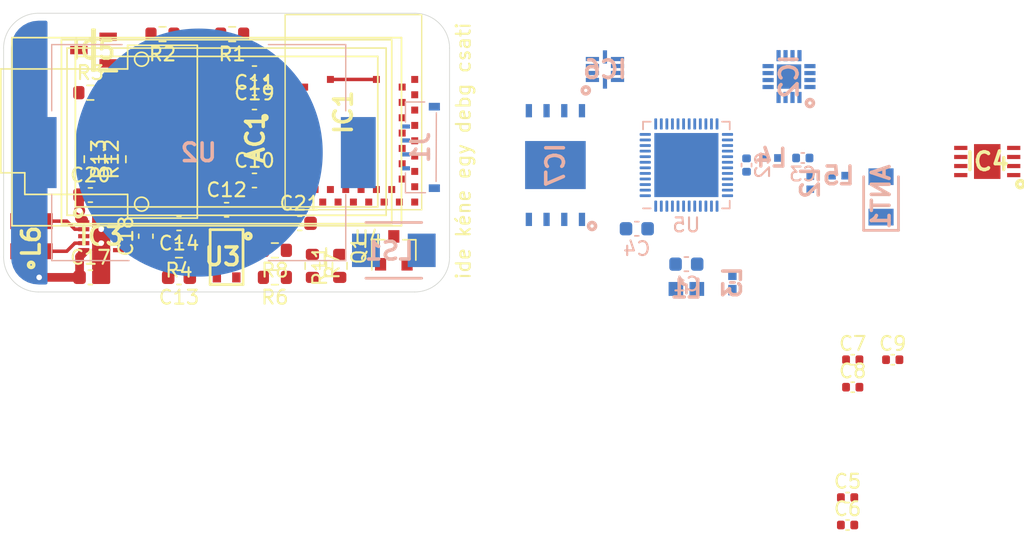
<source format=kicad_pcb>
(kicad_pcb (version 20171130) (host pcbnew "(5.1.7)-1")

  (general
    (thickness 1.6)
    (drawings 9)
    (tracks 37)
    (zones 0)
    (modules 51)
    (nets 192)
  )

  (page A4)
  (layers
    (0 F.Cu signal)
    (1 PWR power)
    (2 GND power)
    (31 B.Cu signal)
    (32 B.Adhes user)
    (33 F.Adhes user)
    (34 B.Paste user)
    (35 F.Paste user)
    (36 B.SilkS user)
    (37 F.SilkS user)
    (38 B.Mask user)
    (39 F.Mask user)
    (40 Dwgs.User user)
    (41 Cmts.User user)
    (42 Eco1.User user)
    (43 Eco2.User user)
    (44 Edge.Cuts user)
    (45 Margin user)
    (46 B.CrtYd user)
    (47 F.CrtYd user)
    (48 B.Fab user)
    (49 F.Fab user)
  )

  (setup
    (last_trace_width 0.25)
    (trace_clearance 0.2)
    (zone_clearance 0)
    (zone_45_only no)
    (trace_min 0.2)
    (via_size 0.8)
    (via_drill 0.4)
    (via_min_size 0.4)
    (via_min_drill 0.3)
    (uvia_size 0.3)
    (uvia_drill 0.1)
    (uvias_allowed no)
    (uvia_min_size 0.2)
    (uvia_min_drill 0.1)
    (edge_width 0.05)
    (segment_width 0.2)
    (pcb_text_width 0.3)
    (pcb_text_size 1.5 1.5)
    (mod_edge_width 0.12)
    (mod_text_size 1 1)
    (mod_text_width 0.15)
    (pad_size 0.9 0.95)
    (pad_drill 0)
    (pad_to_mask_clearance 0)
    (aux_axis_origin 0 0)
    (visible_elements 7FFFFFFF)
    (pcbplotparams
      (layerselection 0x010fc_ffffffff)
      (usegerberextensions false)
      (usegerberattributes true)
      (usegerberadvancedattributes true)
      (creategerberjobfile true)
      (excludeedgelayer true)
      (linewidth 0.100000)
      (plotframeref false)
      (viasonmask false)
      (mode 1)
      (useauxorigin false)
      (hpglpennumber 1)
      (hpglpenspeed 20)
      (hpglpendiameter 15.000000)
      (psnegative false)
      (psa4output false)
      (plotreference true)
      (plotvalue true)
      (plotinvisibletext false)
      (padsonsilk false)
      (subtractmaskfromsilk false)
      (outputformat 1)
      (mirror false)
      (drillshape 1)
      (scaleselection 1)
      (outputdirectory ""))
  )

  (net 0 "")
  (net 1 "Net-(IC1-Pad42)")
  (net 2 "Net-(IC1-Pad41)")
  (net 3 "Net-(IC1-Pad40)")
  (net 4 "Net-(IC1-Pad39)")
  (net 5 "Net-(IC1-Pad38)")
  (net 6 "Net-(IC1-Pad37)")
  (net 7 "Net-(IC1-Pad36)")
  (net 8 "Net-(IC1-Pad35)")
  (net 9 "Net-(IC1-Pad34)")
  (net 10 "Net-(IC1-Pad33)")
  (net 11 "Net-(IC1-Pad32)")
  (net 12 "Net-(IC1-Pad31)")
  (net 13 "Net-(IC1-Pad28)")
  (net 14 "Net-(IC1-Pad27)")
  (net 15 "Net-(IC1-Pad26)")
  (net 16 "Net-(IC1-Pad25)")
  (net 17 "Net-(IC1-Pad24)")
  (net 18 "Net-(IC1-Pad23)")
  (net 19 "Net-(IC1-Pad22)")
  (net 20 "Net-(IC1-Pad21)")
  (net 21 "Net-(IC1-Pad20)")
  (net 22 "Net-(IC1-Pad19)")
  (net 23 "Net-(IC1-Pad15)")
  (net 24 "Net-(IC1-Pad14)")
  (net 25 "Net-(IC1-Pad13)")
  (net 26 "Net-(IC1-Pad12)")
  (net 27 "Net-(IC1-Pad11)")
  (net 28 "Net-(IC1-Pad10)")
  (net 29 "Net-(IC1-Pad9)")
  (net 30 "Net-(IC1-Pad8)")
  (net 31 "Net-(IC1-Pad7)")
  (net 32 "Net-(IC1-Pad6)")
  (net 33 "Net-(U3-Pad3)")
  (net 34 "Net-(U4-Pad9)")
  (net 35 "Net-(U4-Pad1)")
  (net 36 "Net-(U4-Pad2)")
  (net 37 "Net-(IC2-Pad17)")
  (net 38 "Net-(IC2-Pad16)")
  (net 39 "Net-(IC2-Pad15)")
  (net 40 "Net-(IC2-Pad14)")
  (net 41 "Net-(IC2-Pad13)")
  (net 42 "Net-(IC2-Pad12)")
  (net 43 "Net-(IC2-Pad11)")
  (net 44 "Net-(IC2-Pad10)")
  (net 45 "Net-(IC2-Pad9)")
  (net 46 "Net-(IC2-Pad8)")
  (net 47 "Net-(IC2-Pad7)")
  (net 48 "Net-(IC2-Pad6)")
  (net 49 "Net-(IC2-Pad5)")
  (net 50 "Net-(IC2-Pad4)")
  (net 51 "Net-(IC2-Pad3)")
  (net 52 "Net-(IC2-Pad2)")
  (net 53 "Net-(IC2-Pad1)")
  (net 54 "Net-(IC3-Pad10)")
  (net 55 "Net-(IC3-Pad4)")
  (net 56 "Net-(IC3-Pad2)")
  (net 57 "Net-(AC1-Pad11)")
  (net 58 "Net-(AC1-Pad10)")
  (net 59 "Net-(IC4-Pad6)")
  (net 60 "Net-(IC4-Pad5)")
  (net 61 "Net-(U5-Pad31)")
  (net 62 "Net-(U5-Pad13)")
  (net 63 "Net-(U5-Pad47)")
  (net 64 "Net-(U5-Pad46)")
  (net 65 "Net-(U5-Pad44)")
  (net 66 "Net-(U5-Pad43)")
  (net 67 "Net-(U5-Pad42)")
  (net 68 "Net-(U5-Pad41)")
  (net 69 "Net-(U5-Pad40)")
  (net 70 "Net-(U5-Pad39)")
  (net 71 "Net-(U5-Pad38)")
  (net 72 "Net-(U5-Pad37)")
  (net 73 "Net-(U5-Pad35)")
  (net 74 "Net-(U5-Pad34)")
  (net 75 "Net-(U5-Pad33)")
  (net 76 "Net-(U5-Pad32)")
  (net 77 "Net-(U5-Pad30)")
  (net 78 "Net-(U5-Pad29)")
  (net 79 "Net-(U5-Pad28)")
  (net 80 "Net-(U5-Pad27)")
  (net 81 "Net-(U5-Pad26)")
  (net 82 "Net-(U5-Pad25)")
  (net 83 "Net-(U5-Pad24)")
  (net 84 "Net-(U5-Pad23)")
  (net 85 "Net-(U5-Pad22)")
  (net 86 "Net-(U5-Pad21)")
  (net 87 "Net-(U5-Pad20)")
  (net 88 "Net-(U5-Pad19)")
  (net 89 "Net-(U5-Pad18)")
  (net 90 "Net-(U5-Pad17)")
  (net 91 "Net-(U5-Pad16)")
  (net 92 "Net-(U5-Pad15)")
  (net 93 "Net-(U5-Pad14)")
  (net 94 "Net-(U5-Pad12)")
  (net 95 "Net-(U5-Pad11)")
  (net 96 "Net-(U5-Pad10)")
  (net 97 "Net-(U5-Pad9)")
  (net 98 "Net-(U5-Pad8)")
  (net 99 "Net-(U5-Pad7)")
  (net 100 "Net-(U5-Pad6)")
  (net 101 "Net-(U5-Pad5)")
  (net 102 "Net-(U5-Pad4)")
  (net 103 "Net-(U5-Pad3)")
  (net 104 "Net-(U5-Pad2)")
  (net 105 "Net-(U5-Pad1)")
  (net 106 "Net-(ANT1-Pad2)")
  (net 107 "Net-(ANT1-Pad1)")
  (net 108 "Net-(L1-Pad2)")
  (net 109 "Net-(L1-Pad1)")
  (net 110 "Net-(L2-Pad2)")
  (net 111 "Net-(L2-Pad1)")
  (net 112 "Net-(L3-Pad2)")
  (net 113 "Net-(L3-Pad1)")
  (net 114 "Net-(L4-Pad2)")
  (net 115 "Net-(L4-Pad1)")
  (net 116 "Net-(L5-Pad2)")
  (net 117 "Net-(L5-Pad1)")
  (net 118 "Net-(IC5-Pad3)")
  (net 119 "Net-(IC5-Pad1)")
  (net 120 "Net-(LS1-Pad2)")
  (net 121 "Net-(IC6-Pad9)")
  (net 122 "Net-(IC6-Pad6)")
  (net 123 "Net-(IC6-Pad4)")
  (net 124 "Net-(IC7-Pad9)")
  (net 125 "Net-(IC7-Pad8)")
  (net 126 "Net-(IC7-Pad7)")
  (net 127 "Net-(IC7-Pad6)")
  (net 128 "Net-(IC7-Pad5)")
  (net 129 "Net-(IC7-Pad4)")
  (net 130 "Net-(IC7-Pad3)")
  (net 131 "Net-(IC7-Pad2)")
  (net 132 "Net-(IC7-Pad1)")
  (net 133 "Net-(C1-Pad2)")
  (net 134 "Net-(C1-Pad1)")
  (net 135 "Net-(C2-Pad2)")
  (net 136 "Net-(C2-Pad1)")
  (net 137 "Net-(C3-Pad2)")
  (net 138 "Net-(C3-Pad1)")
  (net 139 "Net-(C4-Pad2)")
  (net 140 "Net-(C4-Pad1)")
  (net 141 "Net-(C5-Pad2)")
  (net 142 "Net-(C5-Pad1)")
  (net 143 "Net-(C6-Pad2)")
  (net 144 "Net-(C6-Pad1)")
  (net 145 "Net-(C7-Pad2)")
  (net 146 "Net-(C7-Pad1)")
  (net 147 "Net-(C8-Pad2)")
  (net 148 "Net-(C8-Pad1)")
  (net 149 "Net-(C9-Pad2)")
  (net 150 "Net-(C9-Pad1)")
  (net 151 IMU_MOSI)
  (net 152 IMU_SCK)
  (net 153 IMU_CS)
  (net 154 IMU_INT2)
  (net 155 +3V3)
  (net 156 GND)
  (net 157 IMU_INT1)
  (net 158 IMU_MISO)
  (net 159 FUEL_GAUGE_SCL)
  (net 160 FUEL_GAUGE_SDA)
  (net 161 FUEL_GAUGE_ALARMB)
  (net 162 BATT_P)
  (net 163 BATT_M)
  (net 164 VIBRAMOTOR_PWM)
  (net 165 VIBRAMOTOR_EN)
  (net 166 "Net-(Q1-Pad1)")
  (net 167 "Net-(C14-Pad1)")
  (net 168 GESTURE_SCL)
  (net 169 GESTURE_INT)
  (net 170 GESTURE_SDA)
  (net 171 "Net-(R3-Pad2)")
  (net 172 DISPLAY_MOSI)
  (net 173 DISPLAY_SCK)
  (net 174 DISPLAY_DC)
  (net 175 DISPLAY_RESET)
  (net 176 DISPLAY_CS)
  (net 177 "Net-(C18-Pad1)")
  (net 178 +2V8)
  (net 179 SWDIO)
  (net 180 SWCLK)
  (net 181 DISPLAY_BRIGHTNESS)
  (net 182 BUZZER)
  (net 183 BAT_P)
  (net 184 "Net-(J1-PadMP2)")
  (net 185 "Net-(J1-PadMP1)")
  (net 186 "Net-(J1-Pad4)")
  (net 187 "Net-(J1-Pad3)")
  (net 188 "Net-(J1-Pad2)")
  (net 189 "Net-(J1-Pad1)")
  (net 190 "Net-(C21-Pad2)")
  (net 191 "Net-(C21-Pad1)")

  (net_class Default "This is the default net class."
    (clearance 0.2)
    (trace_width 0.25)
    (via_dia 0.8)
    (via_drill 0.4)
    (uvia_dia 0.3)
    (uvia_drill 0.1)
    (add_net +3V3)
    (add_net BATT_M)
    (add_net BATT_P)
    (add_net BUZZER)
    (add_net DISPLAY_BRIGHTNESS)
    (add_net DISPLAY_CS)
    (add_net DISPLAY_DC)
    (add_net DISPLAY_MOSI)
    (add_net DISPLAY_RESET)
    (add_net DISPLAY_SCK)
    (add_net FUEL_GAUGE_ALARMB)
    (add_net FUEL_GAUGE_SCL)
    (add_net FUEL_GAUGE_SDA)
    (add_net GESTURE_INT)
    (add_net GESTURE_SCL)
    (add_net GESTURE_SDA)
    (add_net GND)
    (add_net IMU_CS)
    (add_net IMU_INT1)
    (add_net IMU_INT2)
    (add_net IMU_MISO)
    (add_net IMU_MOSI)
    (add_net IMU_SCK)
    (add_net "Net-(AC1-Pad10)")
    (add_net "Net-(AC1-Pad11)")
    (add_net "Net-(ANT1-Pad1)")
    (add_net "Net-(ANT1-Pad2)")
    (add_net "Net-(C1-Pad1)")
    (add_net "Net-(C1-Pad2)")
    (add_net "Net-(C14-Pad1)")
    (add_net "Net-(C18-Pad1)")
    (add_net "Net-(C2-Pad1)")
    (add_net "Net-(C2-Pad2)")
    (add_net "Net-(C21-Pad1)")
    (add_net "Net-(C21-Pad2)")
    (add_net "Net-(C3-Pad1)")
    (add_net "Net-(C3-Pad2)")
    (add_net "Net-(C4-Pad1)")
    (add_net "Net-(C4-Pad2)")
    (add_net "Net-(C5-Pad1)")
    (add_net "Net-(C5-Pad2)")
    (add_net "Net-(C6-Pad1)")
    (add_net "Net-(C6-Pad2)")
    (add_net "Net-(C7-Pad1)")
    (add_net "Net-(C7-Pad2)")
    (add_net "Net-(C8-Pad1)")
    (add_net "Net-(C8-Pad2)")
    (add_net "Net-(C9-Pad1)")
    (add_net "Net-(C9-Pad2)")
    (add_net "Net-(IC1-Pad10)")
    (add_net "Net-(IC1-Pad11)")
    (add_net "Net-(IC1-Pad12)")
    (add_net "Net-(IC1-Pad13)")
    (add_net "Net-(IC1-Pad14)")
    (add_net "Net-(IC1-Pad15)")
    (add_net "Net-(IC1-Pad19)")
    (add_net "Net-(IC1-Pad20)")
    (add_net "Net-(IC1-Pad21)")
    (add_net "Net-(IC1-Pad22)")
    (add_net "Net-(IC1-Pad23)")
    (add_net "Net-(IC1-Pad24)")
    (add_net "Net-(IC1-Pad25)")
    (add_net "Net-(IC1-Pad26)")
    (add_net "Net-(IC1-Pad27)")
    (add_net "Net-(IC1-Pad28)")
    (add_net "Net-(IC1-Pad31)")
    (add_net "Net-(IC1-Pad32)")
    (add_net "Net-(IC1-Pad33)")
    (add_net "Net-(IC1-Pad34)")
    (add_net "Net-(IC1-Pad35)")
    (add_net "Net-(IC1-Pad36)")
    (add_net "Net-(IC1-Pad37)")
    (add_net "Net-(IC1-Pad38)")
    (add_net "Net-(IC1-Pad39)")
    (add_net "Net-(IC1-Pad40)")
    (add_net "Net-(IC1-Pad41)")
    (add_net "Net-(IC1-Pad42)")
    (add_net "Net-(IC1-Pad6)")
    (add_net "Net-(IC1-Pad7)")
    (add_net "Net-(IC1-Pad8)")
    (add_net "Net-(IC1-Pad9)")
    (add_net "Net-(IC2-Pad1)")
    (add_net "Net-(IC2-Pad10)")
    (add_net "Net-(IC2-Pad11)")
    (add_net "Net-(IC2-Pad12)")
    (add_net "Net-(IC2-Pad13)")
    (add_net "Net-(IC2-Pad14)")
    (add_net "Net-(IC2-Pad15)")
    (add_net "Net-(IC2-Pad16)")
    (add_net "Net-(IC2-Pad17)")
    (add_net "Net-(IC2-Pad2)")
    (add_net "Net-(IC2-Pad3)")
    (add_net "Net-(IC2-Pad4)")
    (add_net "Net-(IC2-Pad5)")
    (add_net "Net-(IC2-Pad6)")
    (add_net "Net-(IC2-Pad7)")
    (add_net "Net-(IC2-Pad8)")
    (add_net "Net-(IC2-Pad9)")
    (add_net "Net-(IC3-Pad10)")
    (add_net "Net-(IC3-Pad2)")
    (add_net "Net-(IC3-Pad4)")
    (add_net "Net-(IC4-Pad5)")
    (add_net "Net-(IC4-Pad6)")
    (add_net "Net-(IC5-Pad1)")
    (add_net "Net-(IC5-Pad3)")
    (add_net "Net-(IC6-Pad4)")
    (add_net "Net-(IC6-Pad6)")
    (add_net "Net-(IC6-Pad9)")
    (add_net "Net-(IC7-Pad1)")
    (add_net "Net-(IC7-Pad2)")
    (add_net "Net-(IC7-Pad3)")
    (add_net "Net-(IC7-Pad4)")
    (add_net "Net-(IC7-Pad5)")
    (add_net "Net-(IC7-Pad6)")
    (add_net "Net-(IC7-Pad7)")
    (add_net "Net-(IC7-Pad8)")
    (add_net "Net-(IC7-Pad9)")
    (add_net "Net-(J1-Pad1)")
    (add_net "Net-(J1-Pad2)")
    (add_net "Net-(J1-Pad3)")
    (add_net "Net-(J1-Pad4)")
    (add_net "Net-(J1-PadMP1)")
    (add_net "Net-(J1-PadMP2)")
    (add_net "Net-(L1-Pad1)")
    (add_net "Net-(L1-Pad2)")
    (add_net "Net-(L2-Pad1)")
    (add_net "Net-(L2-Pad2)")
    (add_net "Net-(L3-Pad1)")
    (add_net "Net-(L3-Pad2)")
    (add_net "Net-(L4-Pad1)")
    (add_net "Net-(L4-Pad2)")
    (add_net "Net-(L5-Pad1)")
    (add_net "Net-(L5-Pad2)")
    (add_net "Net-(LS1-Pad2)")
    (add_net "Net-(Q1-Pad1)")
    (add_net "Net-(R3-Pad2)")
    (add_net "Net-(U3-Pad3)")
    (add_net "Net-(U4-Pad1)")
    (add_net "Net-(U4-Pad2)")
    (add_net "Net-(U4-Pad9)")
    (add_net "Net-(U5-Pad1)")
    (add_net "Net-(U5-Pad10)")
    (add_net "Net-(U5-Pad11)")
    (add_net "Net-(U5-Pad12)")
    (add_net "Net-(U5-Pad13)")
    (add_net "Net-(U5-Pad14)")
    (add_net "Net-(U5-Pad15)")
    (add_net "Net-(U5-Pad16)")
    (add_net "Net-(U5-Pad17)")
    (add_net "Net-(U5-Pad18)")
    (add_net "Net-(U5-Pad19)")
    (add_net "Net-(U5-Pad2)")
    (add_net "Net-(U5-Pad20)")
    (add_net "Net-(U5-Pad21)")
    (add_net "Net-(U5-Pad22)")
    (add_net "Net-(U5-Pad23)")
    (add_net "Net-(U5-Pad24)")
    (add_net "Net-(U5-Pad25)")
    (add_net "Net-(U5-Pad26)")
    (add_net "Net-(U5-Pad27)")
    (add_net "Net-(U5-Pad28)")
    (add_net "Net-(U5-Pad29)")
    (add_net "Net-(U5-Pad3)")
    (add_net "Net-(U5-Pad30)")
    (add_net "Net-(U5-Pad31)")
    (add_net "Net-(U5-Pad32)")
    (add_net "Net-(U5-Pad33)")
    (add_net "Net-(U5-Pad34)")
    (add_net "Net-(U5-Pad35)")
    (add_net "Net-(U5-Pad37)")
    (add_net "Net-(U5-Pad38)")
    (add_net "Net-(U5-Pad39)")
    (add_net "Net-(U5-Pad4)")
    (add_net "Net-(U5-Pad40)")
    (add_net "Net-(U5-Pad41)")
    (add_net "Net-(U5-Pad42)")
    (add_net "Net-(U5-Pad43)")
    (add_net "Net-(U5-Pad44)")
    (add_net "Net-(U5-Pad46)")
    (add_net "Net-(U5-Pad47)")
    (add_net "Net-(U5-Pad5)")
    (add_net "Net-(U5-Pad6)")
    (add_net "Net-(U5-Pad7)")
    (add_net "Net-(U5-Pad8)")
    (add_net "Net-(U5-Pad9)")
    (add_net SWCLK)
    (add_net SWDIO)
    (add_net VIBRAMOTOR_EN)
    (add_net VIBRAMOTOR_PWM)
  )

  (net_class Plus ""
    (clearance 0.2)
    (trace_width 0.625)
    (via_dia 0.8)
    (via_drill 0.4)
    (uvia_dia 0.3)
    (uvia_drill 0.1)
    (add_net +2V8)
    (add_net BAT_P)
  )

  (module TPS63030DSKR:SON50P250X250X80-11N-D (layer F.Cu) (tedit 5F23CD84) (tstamp 5FE12CEE)
    (at 37 46)
    (descr "DSK(S-PDSO-N10)")
    (tags "Integrated Circuit")
    (path /5FD42366)
    (attr smd)
    (fp_text reference IC3 (at 0 0) (layer F.SilkS)
      (effects (font (size 1.27 1.27) (thickness 0.254)))
    )
    (fp_text value TPS63030 (at 0 0) (layer F.SilkS) hide
      (effects (font (size 1.27 1.27) (thickness 0.254)))
    )
    (fp_line (start -1.875 -1.55) (end 1.875 -1.55) (layer Dwgs.User) (width 0.05))
    (fp_line (start 1.875 -1.55) (end 1.875 1.55) (layer Dwgs.User) (width 0.05))
    (fp_line (start 1.875 1.55) (end -1.875 1.55) (layer Dwgs.User) (width 0.05))
    (fp_line (start -1.875 1.55) (end -1.875 -1.55) (layer Dwgs.User) (width 0.05))
    (fp_line (start -1.25 -1.25) (end 1.25 -1.25) (layer Dwgs.User) (width 0.1))
    (fp_line (start 1.25 -1.25) (end 1.25 1.25) (layer Dwgs.User) (width 0.1))
    (fp_line (start 1.25 1.25) (end -1.25 1.25) (layer Dwgs.User) (width 0.1))
    (fp_line (start -1.25 1.25) (end -1.25 -1.25) (layer Dwgs.User) (width 0.1))
    (fp_line (start -1.25 -0.625) (end -0.625 -1.25) (layer Dwgs.User) (width 0.1))
    (fp_circle (center -1.65 -1.65) (end -1.525 -1.65) (layer F.SilkS) (width 0.254))
    (pad 11 smd rect (at 0 0) (size 1.3 2.1) (layers F.Cu F.Paste F.Mask)
      (net 156 GND))
    (pad 10 smd rect (at 1.25 -1 90) (size 0.3 0.8) (layers F.Cu F.Paste F.Mask)
      (net 54 "Net-(IC3-Pad10)"))
    (pad 9 smd rect (at 1.25 -0.5 90) (size 0.3 0.8) (layers F.Cu F.Paste F.Mask)
      (net 156 GND))
    (pad 8 smd rect (at 1.25 0 90) (size 0.3 0.8) (layers F.Cu F.Paste F.Mask)
      (net 177 "Net-(C18-Pad1)"))
    (pad 7 smd rect (at 1.25 0.5 90) (size 0.3 0.8) (layers F.Cu F.Paste F.Mask)
      (net 177 "Net-(C18-Pad1)"))
    (pad 6 smd rect (at 1.25 1 90) (size 0.3 0.8) (layers F.Cu F.Paste F.Mask)
      (net 177 "Net-(C18-Pad1)"))
    (pad 5 smd rect (at -1.25 1 90) (size 0.3 0.8) (layers F.Cu F.Paste F.Mask)
      (net 183 BAT_P))
    (pad 4 smd rect (at -1.25 0.5 90) (size 0.3 0.8) (layers F.Cu F.Paste F.Mask)
      (net 55 "Net-(IC3-Pad4)"))
    (pad 3 smd rect (at -1.25 0 90) (size 0.3 0.8) (layers F.Cu F.Paste F.Mask)
      (net 156 GND))
    (pad 2 smd rect (at -1.25 -0.5 90) (size 0.3 0.8) (layers F.Cu F.Paste F.Mask)
      (net 56 "Net-(IC3-Pad2)"))
    (pad 1 smd rect (at -1.25 -1 90) (size 0.3 0.8) (layers F.Cu F.Paste F.Mask)
      (net 178 +2V8))
    (model ${KIPRJMOD}/lib/TPS63030DSKR/TPS63030DSKR.stp
      (at (xyz 0 0 0))
      (scale (xyz 1 1 1))
      (rotate (xyz 0 0 0))
    )
  )

  (module BAT-HLD-001:BATHLD001 (layer B.Cu) (tedit 5FD3DB0F) (tstamp 5FDBC911)
    (at 44 40)
    (descr BAT-HLD-001)
    (tags "Undefined or Miscellaneous")
    (path /5FD3E532)
    (attr smd)
    (fp_text reference U2 (at 0 0) (layer B.SilkS)
      (effects (font (size 1.27 1.27) (thickness 0.254)) (justify mirror))
    )
    (fp_text value BAT-HLD-001 (at 0 0) (layer B.SilkS) hide
      (effects (font (size 1.27 1.27) (thickness 0.254)) (justify mirror))
    )
    (fp_line (start -10.55 7.75) (end 10.55 7.75) (layer Dwgs.User) (width 0.2))
    (fp_line (start 10.55 7.75) (end 10.55 -7.75) (layer Dwgs.User) (width 0.2))
    (fp_line (start 10.55 -7.75) (end -10.55 -7.75) (layer Dwgs.User) (width 0.2))
    (fp_line (start -10.55 -7.75) (end -10.55 7.75) (layer Dwgs.User) (width 0.2))
    (fp_line (start -13.7 9.9) (end 13.7 9.9) (layer Dwgs.User) (width 0.1))
    (fp_line (start 13.7 9.9) (end 13.7 -9.9) (layer Dwgs.User) (width 0.1))
    (fp_line (start 13.7 -9.9) (end -13.7 -9.9) (layer Dwgs.User) (width 0.1))
    (fp_line (start -13.7 -9.9) (end -13.7 9.9) (layer Dwgs.User) (width 0.1))
    (fp_line (start -10.55 3) (end -10.55 7.75) (layer B.SilkS) (width 0.1))
    (fp_line (start -10.55 7.75) (end -5 7.75) (layer B.SilkS) (width 0.1))
    (fp_line (start -10.55 -3) (end -10.55 -7.75) (layer B.SilkS) (width 0.1))
    (fp_line (start -10.55 -7.75) (end -5.5 -7.75) (layer B.SilkS) (width 0.1))
    (fp_line (start 5 7.75) (end 10.55 7.75) (layer B.SilkS) (width 0.1))
    (fp_line (start 10.55 7.75) (end 10.55 3) (layer B.SilkS) (width 0.1))
    (fp_line (start 5 -7.75) (end 10.55 -7.75) (layer B.SilkS) (width 0.1))
    (fp_line (start 10.55 -7.75) (end 10.55 -3) (layer B.SilkS) (width 0.1))
    (pad 3 smd circle (at 0 0 270) (size 17.8 17.8) (layers B.Cu B.Paste B.Mask)
      (net 156 GND))
    (pad 2 smd rect (at -11.45 0) (size 2.5 5.1) (layers B.Cu B.Paste B.Mask)
      (net 183 BAT_P))
    (pad 1 smd rect (at 11.45 0) (size 2.5 5.1) (layers B.Cu B.Paste B.Mask)
      (net 183 BAT_P))
    (model ${KIPRJMOD}/lib/BAT-HLD-001/BAT-HLD-001-TR.STEP
      (at (xyz 0 0 0))
      (scale (xyz 1 1 1))
      (rotate (xyz -90 0 0))
    )
  )

  (module Capacitor_SMD:C_0603_1608Metric (layer F.Cu) (tedit 5F68FEEE) (tstamp 5FE03BD3)
    (at 51.25 45.075)
    (descr "Capacitor SMD 0603 (1608 Metric), square (rectangular) end terminal, IPC_7351 nominal, (Body size source: IPC-SM-782 page 76, https://www.pcb-3d.com/wordpress/wp-content/uploads/ipc-sm-782a_amendment_1_and_2.pdf), generated with kicad-footprint-generator")
    (tags capacitor)
    (path /5FF9FBEE)
    (attr smd)
    (fp_text reference C21 (at 0 -1.43) (layer F.SilkS)
      (effects (font (size 1 1) (thickness 0.15)))
    )
    (fp_text value C (at 0 1.43) (layer F.Fab)
      (effects (font (size 1 1) (thickness 0.15)))
    )
    (fp_line (start -0.8 0.4) (end -0.8 -0.4) (layer F.Fab) (width 0.1))
    (fp_line (start -0.8 -0.4) (end 0.8 -0.4) (layer F.Fab) (width 0.1))
    (fp_line (start 0.8 -0.4) (end 0.8 0.4) (layer F.Fab) (width 0.1))
    (fp_line (start 0.8 0.4) (end -0.8 0.4) (layer F.Fab) (width 0.1))
    (fp_line (start -0.14058 -0.51) (end 0.14058 -0.51) (layer F.SilkS) (width 0.12))
    (fp_line (start -0.14058 0.51) (end 0.14058 0.51) (layer F.SilkS) (width 0.12))
    (fp_line (start -1.48 0.73) (end -1.48 -0.73) (layer F.CrtYd) (width 0.05))
    (fp_line (start -1.48 -0.73) (end 1.48 -0.73) (layer F.CrtYd) (width 0.05))
    (fp_line (start 1.48 -0.73) (end 1.48 0.73) (layer F.CrtYd) (width 0.05))
    (fp_line (start 1.48 0.73) (end -1.48 0.73) (layer F.CrtYd) (width 0.05))
    (fp_text user %R (at 0 0) (layer F.Fab)
      (effects (font (size 0.4 0.4) (thickness 0.06)))
    )
    (pad 2 smd roundrect (at 0.775 0) (size 0.9 0.95) (layers F.Cu F.Paste F.Mask) (roundrect_rratio 0.25)
      (net 190 "Net-(C21-Pad2)"))
    (pad 1 smd roundrect (at -0.775 0) (size 0.9 0.95) (layers F.Cu F.Paste F.Mask) (roundrect_rratio 0.25)
      (net 191 "Net-(C21-Pad1)"))
    (model ${KISYS3DMOD}/Capacitor_SMD.3dshapes/C_0603_1608Metric.wrl
      (at (xyz 0 0 0))
      (scale (xyz 1 1 1))
      (rotate (xyz 0 0 0))
    )
  )

  (module FH33-4S-1SH_10_:FH334S1SH10 (layer B.Cu) (tedit 5FDF6DA4) (tstamp 5FE0E2B6)
    (at 59.944 39.624 270)
    (descr "FH33-4S-1SH(10)-1")
    (tags Connector)
    (path /5FE87160)
    (attr smd)
    (fp_text reference J1 (at 0 0.035 90) (layer B.SilkS)
      (effects (font (size 1.27 1.27) (thickness 0.254)) (justify mirror))
    )
    (fp_text value FH33-4S-1SH_10_ (at 0 0.035 90) (layer B.SilkS) hide
      (effects (font (size 1.27 1.27) (thickness 0.254)) (justify mirror))
    )
    (fp_line (start -2.475 -1.11) (end 2.445 -1.09) (layer B.SilkS) (width 0.1))
    (fp_line (start -3.255 1.11) (end -3.255 -0.27) (layer B.SilkS) (width 0.1))
    (fp_line (start -1.815 1.11) (end -3.255 1.11) (layer B.SilkS) (width 0.1))
    (fp_line (start 3.255 1.11) (end 1.845 1.11) (layer B.SilkS) (width 0.1))
    (fp_line (start 3.255 -0.33) (end 3.255 1.11) (layer B.SilkS) (width 0.1))
    (fp_line (start -4.255 -2.365) (end -4.255 2.435) (layer Dwgs.User) (width 0.1))
    (fp_line (start 4.255 -2.365) (end -4.255 -2.365) (layer Dwgs.User) (width 0.1))
    (fp_line (start 4.255 2.435) (end 4.255 -2.365) (layer Dwgs.User) (width 0.1))
    (fp_line (start -4.255 2.435) (end 4.255 2.435) (layer Dwgs.User) (width 0.1))
    (fp_line (start -3.245 -1.09) (end -3.245 1.11) (layer Dwgs.User) (width 0.2))
    (fp_line (start 3.255 -1.09) (end -3.245 -1.09) (layer Dwgs.User) (width 0.2))
    (fp_line (start 3.255 1.11) (end 3.255 -1.09) (layer Dwgs.User) (width 0.2))
    (fp_line (start -3.245 1.11) (end 3.255 1.11) (layer Dwgs.User) (width 0.2))
    (pad MP2 smd rect (at 2.93 -0.965 270) (size 0.55 0.8) (layers B.Cu B.Paste B.Mask)
      (net 184 "Net-(J1-PadMP2)"))
    (pad MP1 smd rect (at -2.92 -0.965 270) (size 0.55 0.8) (layers B.Cu B.Paste B.Mask)
      (net 185 "Net-(J1-PadMP1)"))
    (pad 4 smd rect (at 1.505 1.11 270) (size 0.3 0.65) (layers B.Cu B.Paste B.Mask)
      (net 186 "Net-(J1-Pad4)"))
    (pad 3 smd rect (at 0.505 1.11 270) (size 0.3 0.65) (layers B.Cu B.Paste B.Mask)
      (net 187 "Net-(J1-Pad3)"))
    (pad 2 smd rect (at -0.495 1.11 270) (size 0.3 0.65) (layers B.Cu B.Paste B.Mask)
      (net 188 "Net-(J1-Pad2)"))
    (pad 1 smd rect (at -1.495 1.11 270) (size 0.3 0.65) (layers B.Cu B.Paste B.Mask)
      (net 189 "Net-(J1-Pad1)"))
    (model ${KIPRJMOD}/lib/FH33-4S-1SH_10_/FH33-4S-1SH_10_.stp
      (at (xyz 0 0 0))
      (scale (xyz 1 1 1))
      (rotate (xyz 0 0 0))
    )
  )

  (module Resistor_SMD:R_0603_1608Metric (layer F.Cu) (tedit 5F68FEEE) (tstamp 5FDED173)
    (at 54.12 48.13 90)
    (descr "Resistor SMD 0603 (1608 Metric), square (rectangular) end terminal, IPC_7351 nominal, (Body size source: IPC-SM-782 page 72, https://www.pcb-3d.com/wordpress/wp-content/uploads/ipc-sm-782a_amendment_1_and_2.pdf), generated with kicad-footprint-generator")
    (tags resistor)
    (path /5FE6C62B)
    (attr smd)
    (fp_text reference R11 (at 0 -1.43 90) (layer F.SilkS)
      (effects (font (size 1 1) (thickness 0.15)))
    )
    (fp_text value 1k (at 0 1.43 90) (layer F.Fab)
      (effects (font (size 1 1) (thickness 0.15)))
    )
    (fp_line (start 1.48 0.73) (end -1.48 0.73) (layer F.CrtYd) (width 0.05))
    (fp_line (start 1.48 -0.73) (end 1.48 0.73) (layer F.CrtYd) (width 0.05))
    (fp_line (start -1.48 -0.73) (end 1.48 -0.73) (layer F.CrtYd) (width 0.05))
    (fp_line (start -1.48 0.73) (end -1.48 -0.73) (layer F.CrtYd) (width 0.05))
    (fp_line (start -0.237258 0.5225) (end 0.237258 0.5225) (layer F.SilkS) (width 0.12))
    (fp_line (start -0.237258 -0.5225) (end 0.237258 -0.5225) (layer F.SilkS) (width 0.12))
    (fp_line (start 0.8 0.4125) (end -0.8 0.4125) (layer F.Fab) (width 0.1))
    (fp_line (start 0.8 -0.4125) (end 0.8 0.4125) (layer F.Fab) (width 0.1))
    (fp_line (start -0.8 -0.4125) (end 0.8 -0.4125) (layer F.Fab) (width 0.1))
    (fp_line (start -0.8 0.4125) (end -0.8 -0.4125) (layer F.Fab) (width 0.1))
    (fp_text user %R (at 0 0 90) (layer F.Fab)
      (effects (font (size 0.4 0.4) (thickness 0.06)))
    )
    (pad 2 smd roundrect (at 0.825 0 90) (size 0.8 0.95) (layers F.Cu F.Paste F.Mask) (roundrect_rratio 0.25)
      (net 182 BUZZER))
    (pad 1 smd roundrect (at -0.825 0 90) (size 0.8 0.95) (layers F.Cu F.Paste F.Mask) (roundrect_rratio 0.25)
      (net 166 "Net-(Q1-Pad1)"))
    (model ${KISYS3DMOD}/Resistor_SMD.3dshapes/R_0603_1608Metric.wrl
      (at (xyz 0 0 0))
      (scale (xyz 1 1 1))
      (rotate (xyz 0 0 0))
    )
  )

  (module Resistor_SMD:R_0603_1608Metric (layer F.Cu) (tedit 5F68FEEE) (tstamp 5FDEABBE)
    (at 42.585 47.015 180)
    (descr "Resistor SMD 0603 (1608 Metric), square (rectangular) end terminal, IPC_7351 nominal, (Body size source: IPC-SM-782 page 72, https://www.pcb-3d.com/wordpress/wp-content/uploads/ipc-sm-782a_amendment_1_and_2.pdf), generated with kicad-footprint-generator")
    (tags resistor)
    (path /5FE22457)
    (attr smd)
    (fp_text reference R4 (at 0 -1.43) (layer F.SilkS)
      (effects (font (size 1 1) (thickness 0.15)))
    )
    (fp_text value 22R (at 0 1.43) (layer F.Fab)
      (effects (font (size 1 1) (thickness 0.15)))
    )
    (fp_line (start 1.48 0.73) (end -1.48 0.73) (layer F.CrtYd) (width 0.05))
    (fp_line (start 1.48 -0.73) (end 1.48 0.73) (layer F.CrtYd) (width 0.05))
    (fp_line (start -1.48 -0.73) (end 1.48 -0.73) (layer F.CrtYd) (width 0.05))
    (fp_line (start -1.48 0.73) (end -1.48 -0.73) (layer F.CrtYd) (width 0.05))
    (fp_line (start -0.237258 0.5225) (end 0.237258 0.5225) (layer F.SilkS) (width 0.12))
    (fp_line (start -0.237258 -0.5225) (end 0.237258 -0.5225) (layer F.SilkS) (width 0.12))
    (fp_line (start 0.8 0.4125) (end -0.8 0.4125) (layer F.Fab) (width 0.1))
    (fp_line (start 0.8 -0.4125) (end 0.8 0.4125) (layer F.Fab) (width 0.1))
    (fp_line (start -0.8 -0.4125) (end 0.8 -0.4125) (layer F.Fab) (width 0.1))
    (fp_line (start -0.8 0.4125) (end -0.8 -0.4125) (layer F.Fab) (width 0.1))
    (fp_text user %R (at 0 0) (layer F.Fab)
      (effects (font (size 0.4 0.4) (thickness 0.06)))
    )
    (pad 2 smd roundrect (at 0.825 0 180) (size 0.8 0.95) (layers F.Cu F.Paste F.Mask) (roundrect_rratio 0.25)
      (net 178 +2V8))
    (pad 1 smd roundrect (at -0.825 0 180) (size 0.8 0.95) (layers F.Cu F.Paste F.Mask) (roundrect_rratio 0.25)
      (net 167 "Net-(C14-Pad1)"))
    (model ${KISYS3DMOD}/Resistor_SMD.3dshapes/R_0603_1608Metric.wrl
      (at (xyz 0 0 0))
      (scale (xyz 1 1 1))
      (rotate (xyz 0 0 0))
    )
  )

  (module Capacitor_SMD:C_0603_1608Metric (layer F.Cu) (tedit 5F68FEEE) (tstamp 5FDEA853)
    (at 42.585 45.075 180)
    (descr "Capacitor SMD 0603 (1608 Metric), square (rectangular) end terminal, IPC_7351 nominal, (Body size source: IPC-SM-782 page 76, https://www.pcb-3d.com/wordpress/wp-content/uploads/ipc-sm-782a_amendment_1_and_2.pdf), generated with kicad-footprint-generator")
    (tags capacitor)
    (path /5FE22CB0)
    (attr smd)
    (fp_text reference C14 (at 0 -1.43) (layer F.SilkS)
      (effects (font (size 1 1) (thickness 0.15)))
    )
    (fp_text value 1uF (at 0 1.43) (layer F.Fab)
      (effects (font (size 1 1) (thickness 0.15)))
    )
    (fp_line (start 1.48 0.73) (end -1.48 0.73) (layer F.CrtYd) (width 0.05))
    (fp_line (start 1.48 -0.73) (end 1.48 0.73) (layer F.CrtYd) (width 0.05))
    (fp_line (start -1.48 -0.73) (end 1.48 -0.73) (layer F.CrtYd) (width 0.05))
    (fp_line (start -1.48 0.73) (end -1.48 -0.73) (layer F.CrtYd) (width 0.05))
    (fp_line (start -0.14058 0.51) (end 0.14058 0.51) (layer F.SilkS) (width 0.12))
    (fp_line (start -0.14058 -0.51) (end 0.14058 -0.51) (layer F.SilkS) (width 0.12))
    (fp_line (start 0.8 0.4) (end -0.8 0.4) (layer F.Fab) (width 0.1))
    (fp_line (start 0.8 -0.4) (end 0.8 0.4) (layer F.Fab) (width 0.1))
    (fp_line (start -0.8 -0.4) (end 0.8 -0.4) (layer F.Fab) (width 0.1))
    (fp_line (start -0.8 0.4) (end -0.8 -0.4) (layer F.Fab) (width 0.1))
    (fp_text user %R (at 0 0) (layer F.Fab)
      (effects (font (size 0.4 0.4) (thickness 0.06)))
    )
    (pad 2 smd roundrect (at 0.775 0 180) (size 0.9 0.95) (layers F.Cu F.Paste F.Mask) (roundrect_rratio 0.25)
      (net 156 GND))
    (pad 1 smd roundrect (at -0.775 0 180) (size 0.9 0.95) (layers F.Cu F.Paste F.Mask) (roundrect_rratio 0.25)
      (net 167 "Net-(C14-Pad1)"))
    (model ${KISYS3DMOD}/Capacitor_SMD.3dshapes/C_0603_1608Metric.wrl
      (at (xyz 0 0 0))
      (scale (xyz 1 1 1))
      (rotate (xyz 0 0 0))
    )
  )

  (module Capacitor_SMD:C_0603_1608Metric (layer F.Cu) (tedit 5F68FEEE) (tstamp 5FDEA842)
    (at 42.585 48.955 180)
    (descr "Capacitor SMD 0603 (1608 Metric), square (rectangular) end terminal, IPC_7351 nominal, (Body size source: IPC-SM-782 page 76, https://www.pcb-3d.com/wordpress/wp-content/uploads/ipc-sm-782a_amendment_1_and_2.pdf), generated with kicad-footprint-generator")
    (tags capacitor)
    (path /5FE2D30C)
    (attr smd)
    (fp_text reference C13 (at 0 -1.43) (layer F.SilkS)
      (effects (font (size 1 1) (thickness 0.15)))
    )
    (fp_text value 1uF (at 0 1.43) (layer F.Fab)
      (effects (font (size 1 1) (thickness 0.15)))
    )
    (fp_line (start 1.48 0.73) (end -1.48 0.73) (layer F.CrtYd) (width 0.05))
    (fp_line (start 1.48 -0.73) (end 1.48 0.73) (layer F.CrtYd) (width 0.05))
    (fp_line (start -1.48 -0.73) (end 1.48 -0.73) (layer F.CrtYd) (width 0.05))
    (fp_line (start -1.48 0.73) (end -1.48 -0.73) (layer F.CrtYd) (width 0.05))
    (fp_line (start -0.14058 0.51) (end 0.14058 0.51) (layer F.SilkS) (width 0.12))
    (fp_line (start -0.14058 -0.51) (end 0.14058 -0.51) (layer F.SilkS) (width 0.12))
    (fp_line (start 0.8 0.4) (end -0.8 0.4) (layer F.Fab) (width 0.1))
    (fp_line (start 0.8 -0.4) (end 0.8 0.4) (layer F.Fab) (width 0.1))
    (fp_line (start -0.8 -0.4) (end 0.8 -0.4) (layer F.Fab) (width 0.1))
    (fp_line (start -0.8 0.4) (end -0.8 -0.4) (layer F.Fab) (width 0.1))
    (fp_text user %R (at 0 0) (layer F.Fab)
      (effects (font (size 0.4 0.4) (thickness 0.06)))
    )
    (pad 2 smd roundrect (at 0.775 0 180) (size 0.9 0.95) (layers F.Cu F.Paste F.Mask) (roundrect_rratio 0.25)
      (net 156 GND))
    (pad 1 smd roundrect (at -0.775 0 180) (size 0.9 0.95) (layers F.Cu F.Paste F.Mask) (roundrect_rratio 0.25)
      (net 178 +2V8))
    (model ${KISYS3DMOD}/Capacitor_SMD.3dshapes/C_0603_1608Metric.wrl
      (at (xyz 0 0 0))
      (scale (xyz 1 1 1))
      (rotate (xyz 0 0 0))
    )
  )

  (module Capacitor_SMD:C_0603_1608Metric (layer F.Cu) (tedit 5F68FEEE) (tstamp 5FDEA831)
    (at 46 44.105)
    (descr "Capacitor SMD 0603 (1608 Metric), square (rectangular) end terminal, IPC_7351 nominal, (Body size source: IPC-SM-782 page 76, https://www.pcb-3d.com/wordpress/wp-content/uploads/ipc-sm-782a_amendment_1_and_2.pdf), generated with kicad-footprint-generator")
    (tags capacitor)
    (path /5FE36667)
    (attr smd)
    (fp_text reference C12 (at 0 -1.43) (layer F.SilkS)
      (effects (font (size 1 1) (thickness 0.15)))
    )
    (fp_text value 10uF (at 0 1.43) (layer F.Fab)
      (effects (font (size 1 1) (thickness 0.15)))
    )
    (fp_line (start 1.48 0.73) (end -1.48 0.73) (layer F.CrtYd) (width 0.05))
    (fp_line (start 1.48 -0.73) (end 1.48 0.73) (layer F.CrtYd) (width 0.05))
    (fp_line (start -1.48 -0.73) (end 1.48 -0.73) (layer F.CrtYd) (width 0.05))
    (fp_line (start -1.48 0.73) (end -1.48 -0.73) (layer F.CrtYd) (width 0.05))
    (fp_line (start -0.14058 0.51) (end 0.14058 0.51) (layer F.SilkS) (width 0.12))
    (fp_line (start -0.14058 -0.51) (end 0.14058 -0.51) (layer F.SilkS) (width 0.12))
    (fp_line (start 0.8 0.4) (end -0.8 0.4) (layer F.Fab) (width 0.1))
    (fp_line (start 0.8 -0.4) (end 0.8 0.4) (layer F.Fab) (width 0.1))
    (fp_line (start -0.8 -0.4) (end 0.8 -0.4) (layer F.Fab) (width 0.1))
    (fp_line (start -0.8 0.4) (end -0.8 -0.4) (layer F.Fab) (width 0.1))
    (fp_text user %R (at 0 0) (layer F.Fab)
      (effects (font (size 0.4 0.4) (thickness 0.06)))
    )
    (pad 2 smd roundrect (at 0.775 0) (size 0.9 0.95) (layers F.Cu F.Paste F.Mask) (roundrect_rratio 0.25)
      (net 156 GND))
    (pad 1 smd roundrect (at -0.775 0) (size 0.9 0.95) (layers F.Cu F.Paste F.Mask) (roundrect_rratio 0.25)
      (net 178 +2V8))
    (model ${KISYS3DMOD}/Capacitor_SMD.3dshapes/C_0603_1608Metric.wrl
      (at (xyz 0 0 0))
      (scale (xyz 1 1 1))
      (rotate (xyz 0 0 0))
    )
  )

  (module Resistor_SMD:R_0603_1608Metric (layer F.Cu) (tedit 5F68FEEE) (tstamp 5FDE9D3A)
    (at 49.465 47.015 180)
    (descr "Resistor SMD 0603 (1608 Metric), square (rectangular) end terminal, IPC_7351 nominal, (Body size source: IPC-SM-782 page 72, https://www.pcb-3d.com/wordpress/wp-content/uploads/ipc-sm-782a_amendment_1_and_2.pdf), generated with kicad-footprint-generator")
    (tags resistor)
    (path /5FE18392)
    (attr smd)
    (fp_text reference R8 (at 0 -1.43) (layer F.SilkS)
      (effects (font (size 1 1) (thickness 0.15)))
    )
    (fp_text value 10k (at 0 1.43) (layer F.Fab)
      (effects (font (size 1 1) (thickness 0.15)))
    )
    (fp_line (start 1.48 0.73) (end -1.48 0.73) (layer F.CrtYd) (width 0.05))
    (fp_line (start 1.48 -0.73) (end 1.48 0.73) (layer F.CrtYd) (width 0.05))
    (fp_line (start -1.48 -0.73) (end 1.48 -0.73) (layer F.CrtYd) (width 0.05))
    (fp_line (start -1.48 0.73) (end -1.48 -0.73) (layer F.CrtYd) (width 0.05))
    (fp_line (start -0.237258 0.5225) (end 0.237258 0.5225) (layer F.SilkS) (width 0.12))
    (fp_line (start -0.237258 -0.5225) (end 0.237258 -0.5225) (layer F.SilkS) (width 0.12))
    (fp_line (start 0.8 0.4125) (end -0.8 0.4125) (layer F.Fab) (width 0.1))
    (fp_line (start 0.8 -0.4125) (end 0.8 0.4125) (layer F.Fab) (width 0.1))
    (fp_line (start -0.8 -0.4125) (end 0.8 -0.4125) (layer F.Fab) (width 0.1))
    (fp_line (start -0.8 0.4125) (end -0.8 -0.4125) (layer F.Fab) (width 0.1))
    (fp_text user %R (at 0 0) (layer F.Fab)
      (effects (font (size 0.4 0.4) (thickness 0.06)))
    )
    (pad 2 smd roundrect (at 0.825 0 180) (size 0.8 0.95) (layers F.Cu F.Paste F.Mask) (roundrect_rratio 0.25)
      (net 170 GESTURE_SDA))
    (pad 1 smd roundrect (at -0.825 0 180) (size 0.8 0.95) (layers F.Cu F.Paste F.Mask) (roundrect_rratio 0.25)
      (net 178 +2V8))
    (model ${KISYS3DMOD}/Resistor_SMD.3dshapes/R_0603_1608Metric.wrl
      (at (xyz 0 0 0))
      (scale (xyz 1 1 1))
      (rotate (xyz 0 0 0))
    )
  )

  (module Resistor_SMD:R_0603_1608Metric (layer F.Cu) (tedit 5F68FEEE) (tstamp 5FDE9D29)
    (at 52.16 48.13 270)
    (descr "Resistor SMD 0603 (1608 Metric), square (rectangular) end terminal, IPC_7351 nominal, (Body size source: IPC-SM-782 page 72, https://www.pcb-3d.com/wordpress/wp-content/uploads/ipc-sm-782a_amendment_1_and_2.pdf), generated with kicad-footprint-generator")
    (tags resistor)
    (path /5FF5C871)
    (attr smd)
    (fp_text reference R7 (at 0 -1.43 90) (layer F.SilkS)
      (effects (font (size 1 1) (thickness 0.15)))
    )
    (fp_text value 10k (at 0 1.43 90) (layer F.Fab)
      (effects (font (size 1 1) (thickness 0.15)))
    )
    (fp_line (start 1.48 0.73) (end -1.48 0.73) (layer F.CrtYd) (width 0.05))
    (fp_line (start 1.48 -0.73) (end 1.48 0.73) (layer F.CrtYd) (width 0.05))
    (fp_line (start -1.48 -0.73) (end 1.48 -0.73) (layer F.CrtYd) (width 0.05))
    (fp_line (start -1.48 0.73) (end -1.48 -0.73) (layer F.CrtYd) (width 0.05))
    (fp_line (start -0.237258 0.5225) (end 0.237258 0.5225) (layer F.SilkS) (width 0.12))
    (fp_line (start -0.237258 -0.5225) (end 0.237258 -0.5225) (layer F.SilkS) (width 0.12))
    (fp_line (start 0.8 0.4125) (end -0.8 0.4125) (layer F.Fab) (width 0.1))
    (fp_line (start 0.8 -0.4125) (end 0.8 0.4125) (layer F.Fab) (width 0.1))
    (fp_line (start -0.8 -0.4125) (end 0.8 -0.4125) (layer F.Fab) (width 0.1))
    (fp_line (start -0.8 0.4125) (end -0.8 -0.4125) (layer F.Fab) (width 0.1))
    (fp_text user %R (at 0 0 90) (layer F.Fab)
      (effects (font (size 0.4 0.4) (thickness 0.06)))
    )
    (pad 2 smd roundrect (at 0.825 0 270) (size 0.8 0.95) (layers F.Cu F.Paste F.Mask) (roundrect_rratio 0.25)
      (net 168 GESTURE_SCL))
    (pad 1 smd roundrect (at -0.825 0 270) (size 0.8 0.95) (layers F.Cu F.Paste F.Mask) (roundrect_rratio 0.25)
      (net 178 +2V8))
    (model ${KISYS3DMOD}/Resistor_SMD.3dshapes/R_0603_1608Metric.wrl
      (at (xyz 0 0 0))
      (scale (xyz 1 1 1))
      (rotate (xyz 0 0 0))
    )
  )

  (module Resistor_SMD:R_0603_1608Metric (layer F.Cu) (tedit 5F68FEEE) (tstamp 5FDE9D18)
    (at 49.465 48.955 180)
    (descr "Resistor SMD 0603 (1608 Metric), square (rectangular) end terminal, IPC_7351 nominal, (Body size source: IPC-SM-782 page 72, https://www.pcb-3d.com/wordpress/wp-content/uploads/ipc-sm-782a_amendment_1_and_2.pdf), generated with kicad-footprint-generator")
    (tags resistor)
    (path /5FF5CBC2)
    (attr smd)
    (fp_text reference R6 (at 0 -1.43) (layer F.SilkS)
      (effects (font (size 1 1) (thickness 0.15)))
    )
    (fp_text value 10k (at 0 1.43) (layer F.Fab)
      (effects (font (size 1 1) (thickness 0.15)))
    )
    (fp_line (start 1.48 0.73) (end -1.48 0.73) (layer F.CrtYd) (width 0.05))
    (fp_line (start 1.48 -0.73) (end 1.48 0.73) (layer F.CrtYd) (width 0.05))
    (fp_line (start -1.48 -0.73) (end 1.48 -0.73) (layer F.CrtYd) (width 0.05))
    (fp_line (start -1.48 0.73) (end -1.48 -0.73) (layer F.CrtYd) (width 0.05))
    (fp_line (start -0.237258 0.5225) (end 0.237258 0.5225) (layer F.SilkS) (width 0.12))
    (fp_line (start -0.237258 -0.5225) (end 0.237258 -0.5225) (layer F.SilkS) (width 0.12))
    (fp_line (start 0.8 0.4125) (end -0.8 0.4125) (layer F.Fab) (width 0.1))
    (fp_line (start 0.8 -0.4125) (end 0.8 0.4125) (layer F.Fab) (width 0.1))
    (fp_line (start -0.8 -0.4125) (end 0.8 -0.4125) (layer F.Fab) (width 0.1))
    (fp_line (start -0.8 0.4125) (end -0.8 -0.4125) (layer F.Fab) (width 0.1))
    (fp_text user %R (at 0 0) (layer F.Fab)
      (effects (font (size 0.4 0.4) (thickness 0.06)))
    )
    (pad 2 smd roundrect (at 0.825 0 180) (size 0.8 0.95) (layers F.Cu F.Paste F.Mask) (roundrect_rratio 0.25)
      (net 169 GESTURE_INT))
    (pad 1 smd roundrect (at -0.825 0 180) (size 0.8 0.95) (layers F.Cu F.Paste F.Mask) (roundrect_rratio 0.25)
      (net 178 +2V8))
    (model ${KISYS3DMOD}/Resistor_SMD.3dshapes/R_0603_1608Metric.wrl
      (at (xyz 0 0 0))
      (scale (xyz 1 1 1))
      (rotate (xyz 0 0 0))
    )
  )

  (module Resistor_SMD:R_0603_1608Metric (layer F.Cu) (tedit 5F68FEEE) (tstamp 5FDE8F76)
    (at 36.225 35.7)
    (descr "Resistor SMD 0603 (1608 Metric), square (rectangular) end terminal, IPC_7351 nominal, (Body size source: IPC-SM-782 page 72, https://www.pcb-3d.com/wordpress/wp-content/uploads/ipc-sm-782a_amendment_1_and_2.pdf), generated with kicad-footprint-generator")
    (tags resistor)
    (path /5FDDEC01)
    (attr smd)
    (fp_text reference R3 (at 0 -1.43) (layer F.SilkS)
      (effects (font (size 1 1) (thickness 0.15)))
    )
    (fp_text value 100R (at 0 1.43) (layer F.Fab)
      (effects (font (size 1 1) (thickness 0.15)))
    )
    (fp_line (start 1.48 0.73) (end -1.48 0.73) (layer F.CrtYd) (width 0.05))
    (fp_line (start 1.48 -0.73) (end 1.48 0.73) (layer F.CrtYd) (width 0.05))
    (fp_line (start -1.48 -0.73) (end 1.48 -0.73) (layer F.CrtYd) (width 0.05))
    (fp_line (start -1.48 0.73) (end -1.48 -0.73) (layer F.CrtYd) (width 0.05))
    (fp_line (start -0.237258 0.5225) (end 0.237258 0.5225) (layer F.SilkS) (width 0.12))
    (fp_line (start -0.237258 -0.5225) (end 0.237258 -0.5225) (layer F.SilkS) (width 0.12))
    (fp_line (start 0.8 0.4125) (end -0.8 0.4125) (layer F.Fab) (width 0.1))
    (fp_line (start 0.8 -0.4125) (end 0.8 0.4125) (layer F.Fab) (width 0.1))
    (fp_line (start -0.8 -0.4125) (end 0.8 -0.4125) (layer F.Fab) (width 0.1))
    (fp_line (start -0.8 0.4125) (end -0.8 -0.4125) (layer F.Fab) (width 0.1))
    (fp_text user %R (at 0 0) (layer F.Fab)
      (effects (font (size 0.4 0.4) (thickness 0.06)))
    )
    (pad 2 smd roundrect (at 0.825 0) (size 0.8 0.95) (layers F.Cu F.Paste F.Mask) (roundrect_rratio 0.25)
      (net 171 "Net-(R3-Pad2)"))
    (pad 1 smd roundrect (at -0.825 0) (size 0.8 0.95) (layers F.Cu F.Paste F.Mask) (roundrect_rratio 0.25)
      (net 118 "Net-(IC5-Pad3)"))
    (model ${KISYS3DMOD}/Resistor_SMD.3dshapes/R_0603_1608Metric.wrl
      (at (xyz 0 0 0))
      (scale (xyz 1 1 1))
      (rotate (xyz 0 0 0))
    )
  )

  (module Resistor_SMD:R_0603_1608Metric (layer F.Cu) (tedit 5F68FEEE) (tstamp 5FE01AE1)
    (at 41.4 31.5 180)
    (descr "Resistor SMD 0603 (1608 Metric), square (rectangular) end terminal, IPC_7351 nominal, (Body size source: IPC-SM-782 page 72, https://www.pcb-3d.com/wordpress/wp-content/uploads/ipc-sm-782a_amendment_1_and_2.pdf), generated with kicad-footprint-generator")
    (tags resistor)
    (path /5FDDFE01)
    (attr smd)
    (fp_text reference R2 (at 0 -1.43) (layer F.SilkS)
      (effects (font (size 1 1) (thickness 0.15)))
    )
    (fp_text value R (at 0 1.43) (layer F.Fab)
      (effects (font (size 1 1) (thickness 0.15)))
    )
    (fp_line (start 1.48 0.73) (end -1.48 0.73) (layer F.CrtYd) (width 0.05))
    (fp_line (start 1.48 -0.73) (end 1.48 0.73) (layer F.CrtYd) (width 0.05))
    (fp_line (start -1.48 -0.73) (end 1.48 -0.73) (layer F.CrtYd) (width 0.05))
    (fp_line (start -1.48 0.73) (end -1.48 -0.73) (layer F.CrtYd) (width 0.05))
    (fp_line (start -0.237258 0.5225) (end 0.237258 0.5225) (layer F.SilkS) (width 0.12))
    (fp_line (start -0.237258 -0.5225) (end 0.237258 -0.5225) (layer F.SilkS) (width 0.12))
    (fp_line (start 0.8 0.4125) (end -0.8 0.4125) (layer F.Fab) (width 0.1))
    (fp_line (start 0.8 -0.4125) (end 0.8 0.4125) (layer F.Fab) (width 0.1))
    (fp_line (start -0.8 -0.4125) (end 0.8 -0.4125) (layer F.Fab) (width 0.1))
    (fp_line (start -0.8 0.4125) (end -0.8 -0.4125) (layer F.Fab) (width 0.1))
    (fp_text user %R (at 0 0) (layer F.Fab)
      (effects (font (size 0.4 0.4) (thickness 0.06)))
    )
    (pad 2 smd roundrect (at 0.825 0 180) (size 0.8 0.95) (layers F.Cu F.Paste F.Mask) (roundrect_rratio 0.25)
      (net 119 "Net-(IC5-Pad1)"))
    (pad 1 smd roundrect (at -0.825 0 180) (size 0.8 0.95) (layers F.Cu F.Paste F.Mask) (roundrect_rratio 0.25)
      (net 181 DISPLAY_BRIGHTNESS))
    (model ${KISYS3DMOD}/Resistor_SMD.3dshapes/R_0603_1608Metric.wrl
      (at (xyz 0 0 0))
      (scale (xyz 1 1 1))
      (rotate (xyz 0 0 0))
    )
  )

  (module Resistor_SMD:R_0603_1608Metric (layer F.Cu) (tedit 5F68FEEE) (tstamp 5FDE8F54)
    (at 46.4 31.5 180)
    (descr "Resistor SMD 0603 (1608 Metric), square (rectangular) end terminal, IPC_7351 nominal, (Body size source: IPC-SM-782 page 72, https://www.pcb-3d.com/wordpress/wp-content/uploads/ipc-sm-782a_amendment_1_and_2.pdf), generated with kicad-footprint-generator")
    (tags resistor)
    (path /5FDE01AA)
    (attr smd)
    (fp_text reference R1 (at 0 -1.43) (layer F.SilkS)
      (effects (font (size 1 1) (thickness 0.15)))
    )
    (fp_text value 10k (at 0 1.43) (layer F.Fab)
      (effects (font (size 1 1) (thickness 0.15)))
    )
    (fp_line (start 1.48 0.73) (end -1.48 0.73) (layer F.CrtYd) (width 0.05))
    (fp_line (start 1.48 -0.73) (end 1.48 0.73) (layer F.CrtYd) (width 0.05))
    (fp_line (start -1.48 -0.73) (end 1.48 -0.73) (layer F.CrtYd) (width 0.05))
    (fp_line (start -1.48 0.73) (end -1.48 -0.73) (layer F.CrtYd) (width 0.05))
    (fp_line (start -0.237258 0.5225) (end 0.237258 0.5225) (layer F.SilkS) (width 0.12))
    (fp_line (start -0.237258 -0.5225) (end 0.237258 -0.5225) (layer F.SilkS) (width 0.12))
    (fp_line (start 0.8 0.4125) (end -0.8 0.4125) (layer F.Fab) (width 0.1))
    (fp_line (start 0.8 -0.4125) (end 0.8 0.4125) (layer F.Fab) (width 0.1))
    (fp_line (start -0.8 -0.4125) (end 0.8 -0.4125) (layer F.Fab) (width 0.1))
    (fp_line (start -0.8 0.4125) (end -0.8 -0.4125) (layer F.Fab) (width 0.1))
    (fp_text user %R (at 0 0) (layer F.Fab)
      (effects (font (size 0.4 0.4) (thickness 0.06)))
    )
    (pad 2 smd roundrect (at 0.825 0 180) (size 0.8 0.95) (layers F.Cu F.Paste F.Mask) (roundrect_rratio 0.25)
      (net 181 DISPLAY_BRIGHTNESS))
    (pad 1 smd roundrect (at -0.825 0 180) (size 0.8 0.95) (layers F.Cu F.Paste F.Mask) (roundrect_rratio 0.25)
      (net 178 +2V8))
    (model ${KISYS3DMOD}/Resistor_SMD.3dshapes/R_0603_1608Metric.wrl
      (at (xyz 0 0 0))
      (scale (xyz 1 1 1))
      (rotate (xyz 0 0 0))
    )
  )

  (module Capacitor_SMD:C_0603_1608Metric (layer F.Cu) (tedit 5F68FEEE) (tstamp 5FDE7DEB)
    (at 36.225 43.045)
    (descr "Capacitor SMD 0603 (1608 Metric), square (rectangular) end terminal, IPC_7351 nominal, (Body size source: IPC-SM-782 page 76, https://www.pcb-3d.com/wordpress/wp-content/uploads/ipc-sm-782a_amendment_1_and_2.pdf), generated with kicad-footprint-generator")
    (tags capacitor)
    (path /5FE9BA2D)
    (attr smd)
    (fp_text reference C20 (at 0 -1.43) (layer F.SilkS)
      (effects (font (size 1 1) (thickness 0.15)))
    )
    (fp_text value 10uF (at 0 1.43) (layer F.Fab)
      (effects (font (size 1 1) (thickness 0.15)))
    )
    (fp_line (start 1.48 0.73) (end -1.48 0.73) (layer F.CrtYd) (width 0.05))
    (fp_line (start 1.48 -0.73) (end 1.48 0.73) (layer F.CrtYd) (width 0.05))
    (fp_line (start -1.48 -0.73) (end 1.48 -0.73) (layer F.CrtYd) (width 0.05))
    (fp_line (start -1.48 0.73) (end -1.48 -0.73) (layer F.CrtYd) (width 0.05))
    (fp_line (start -0.14058 0.51) (end 0.14058 0.51) (layer F.SilkS) (width 0.12))
    (fp_line (start -0.14058 -0.51) (end 0.14058 -0.51) (layer F.SilkS) (width 0.12))
    (fp_line (start 0.8 0.4) (end -0.8 0.4) (layer F.Fab) (width 0.1))
    (fp_line (start 0.8 -0.4) (end 0.8 0.4) (layer F.Fab) (width 0.1))
    (fp_line (start -0.8 -0.4) (end 0.8 -0.4) (layer F.Fab) (width 0.1))
    (fp_line (start -0.8 0.4) (end -0.8 -0.4) (layer F.Fab) (width 0.1))
    (fp_text user %R (at 0 0) (layer F.Fab)
      (effects (font (size 0.4 0.4) (thickness 0.06)))
    )
    (pad 2 smd roundrect (at 0.775 0) (size 0.9 0.95) (layers F.Cu F.Paste F.Mask) (roundrect_rratio 0.25)
      (net 156 GND))
    (pad 1 smd roundrect (at -0.775 0) (size 0.9 0.95) (layers F.Cu F.Paste F.Mask) (roundrect_rratio 0.25)
      (net 178 +2V8))
    (model ${KISYS3DMOD}/Capacitor_SMD.3dshapes/C_0603_1608Metric.wrl
      (at (xyz 0 0 0))
      (scale (xyz 1 1 1))
      (rotate (xyz 0 0 0))
    )
  )

  (module Capacitor_SMD:C_0603_1608Metric (layer F.Cu) (tedit 5F68FEEE) (tstamp 5FE01F94)
    (at 48 34.3 180)
    (descr "Capacitor SMD 0603 (1608 Metric), square (rectangular) end terminal, IPC_7351 nominal, (Body size source: IPC-SM-782 page 76, https://www.pcb-3d.com/wordpress/wp-content/uploads/ipc-sm-782a_amendment_1_and_2.pdf), generated with kicad-footprint-generator")
    (tags capacitor)
    (path /5FE315BA)
    (attr smd)
    (fp_text reference C19 (at 0 -1.43) (layer F.SilkS)
      (effects (font (size 1 1) (thickness 0.15)))
    )
    (fp_text value 100nF (at 0 1.43) (layer F.Fab)
      (effects (font (size 1 1) (thickness 0.15)))
    )
    (fp_line (start 1.48 0.73) (end -1.48 0.73) (layer F.CrtYd) (width 0.05))
    (fp_line (start 1.48 -0.73) (end 1.48 0.73) (layer F.CrtYd) (width 0.05))
    (fp_line (start -1.48 -0.73) (end 1.48 -0.73) (layer F.CrtYd) (width 0.05))
    (fp_line (start -1.48 0.73) (end -1.48 -0.73) (layer F.CrtYd) (width 0.05))
    (fp_line (start -0.14058 0.51) (end 0.14058 0.51) (layer F.SilkS) (width 0.12))
    (fp_line (start -0.14058 -0.51) (end 0.14058 -0.51) (layer F.SilkS) (width 0.12))
    (fp_line (start 0.8 0.4) (end -0.8 0.4) (layer F.Fab) (width 0.1))
    (fp_line (start 0.8 -0.4) (end 0.8 0.4) (layer F.Fab) (width 0.1))
    (fp_line (start -0.8 -0.4) (end 0.8 -0.4) (layer F.Fab) (width 0.1))
    (fp_line (start -0.8 0.4) (end -0.8 -0.4) (layer F.Fab) (width 0.1))
    (fp_text user %R (at 0 0) (layer F.Fab)
      (effects (font (size 0.4 0.4) (thickness 0.06)))
    )
    (pad 2 smd roundrect (at 0.775 0 180) (size 0.9 0.95) (layers F.Cu F.Paste F.Mask) (roundrect_rratio 0.25)
      (net 156 GND))
    (pad 1 smd roundrect (at -0.775 0 180) (size 0.9 0.95) (layers F.Cu F.Paste F.Mask) (roundrect_rratio 0.25)
      (net 178 +2V8))
    (model ${KISYS3DMOD}/Capacitor_SMD.3dshapes/C_0603_1608Metric.wrl
      (at (xyz 0 0 0))
      (scale (xyz 1 1 1))
      (rotate (xyz 0 0 0))
    )
  )

  (module Capacitor_SMD:C_0603_1608Metric (layer F.Cu) (tedit 5F68FEEE) (tstamp 5FDEB6F4)
    (at 48 36.4)
    (descr "Capacitor SMD 0603 (1608 Metric), square (rectangular) end terminal, IPC_7351 nominal, (Body size source: IPC-SM-782 page 76, https://www.pcb-3d.com/wordpress/wp-content/uploads/ipc-sm-782a_amendment_1_and_2.pdf), generated with kicad-footprint-generator")
    (tags capacitor)
    (path /5FDC678F)
    (attr smd)
    (fp_text reference C11 (at 0 -1.43) (layer F.SilkS)
      (effects (font (size 1 1) (thickness 0.15)))
    )
    (fp_text value 100nF (at 0 1.43) (layer F.Fab)
      (effects (font (size 1 1) (thickness 0.15)))
    )
    (fp_line (start 1.48 0.73) (end -1.48 0.73) (layer F.CrtYd) (width 0.05))
    (fp_line (start 1.48 -0.73) (end 1.48 0.73) (layer F.CrtYd) (width 0.05))
    (fp_line (start -1.48 -0.73) (end 1.48 -0.73) (layer F.CrtYd) (width 0.05))
    (fp_line (start -1.48 0.73) (end -1.48 -0.73) (layer F.CrtYd) (width 0.05))
    (fp_line (start -0.14058 0.51) (end 0.14058 0.51) (layer F.SilkS) (width 0.12))
    (fp_line (start -0.14058 -0.51) (end 0.14058 -0.51) (layer F.SilkS) (width 0.12))
    (fp_line (start 0.8 0.4) (end -0.8 0.4) (layer F.Fab) (width 0.1))
    (fp_line (start 0.8 -0.4) (end 0.8 0.4) (layer F.Fab) (width 0.1))
    (fp_line (start -0.8 -0.4) (end 0.8 -0.4) (layer F.Fab) (width 0.1))
    (fp_line (start -0.8 0.4) (end -0.8 -0.4) (layer F.Fab) (width 0.1))
    (fp_text user %R (at 0 0) (layer F.Fab)
      (effects (font (size 0.4 0.4) (thickness 0.06)))
    )
    (pad 2 smd roundrect (at 0.775 0) (size 0.9 0.95) (layers F.Cu F.Paste F.Mask) (roundrect_rratio 0.25)
      (net 156 GND))
    (pad 1 smd roundrect (at -0.775 0) (size 0.9 0.95) (layers F.Cu F.Paste F.Mask) (roundrect_rratio 0.25)
      (net 178 +2V8))
    (model ${KISYS3DMOD}/Capacitor_SMD.3dshapes/C_0603_1608Metric.wrl
      (at (xyz 0 0 0))
      (scale (xyz 1 1 1))
      (rotate (xyz 0 0 0))
    )
  )

  (module Capacitor_SMD:C_0603_1608Metric (layer F.Cu) (tedit 5F68FEEE) (tstamp 5FDE7D98)
    (at 48 42)
    (descr "Capacitor SMD 0603 (1608 Metric), square (rectangular) end terminal, IPC_7351 nominal, (Body size source: IPC-SM-782 page 76, https://www.pcb-3d.com/wordpress/wp-content/uploads/ipc-sm-782a_amendment_1_and_2.pdf), generated with kicad-footprint-generator")
    (tags capacitor)
    (path /5FDC4F5B)
    (attr smd)
    (fp_text reference C10 (at 0 -1.43) (layer F.SilkS)
      (effects (font (size 1 1) (thickness 0.15)))
    )
    (fp_text value 100nF (at 0 1.43) (layer F.Fab)
      (effects (font (size 1 1) (thickness 0.15)))
    )
    (fp_line (start 1.48 0.73) (end -1.48 0.73) (layer F.CrtYd) (width 0.05))
    (fp_line (start 1.48 -0.73) (end 1.48 0.73) (layer F.CrtYd) (width 0.05))
    (fp_line (start -1.48 -0.73) (end 1.48 -0.73) (layer F.CrtYd) (width 0.05))
    (fp_line (start -1.48 0.73) (end -1.48 -0.73) (layer F.CrtYd) (width 0.05))
    (fp_line (start -0.14058 0.51) (end 0.14058 0.51) (layer F.SilkS) (width 0.12))
    (fp_line (start -0.14058 -0.51) (end 0.14058 -0.51) (layer F.SilkS) (width 0.12))
    (fp_line (start 0.8 0.4) (end -0.8 0.4) (layer F.Fab) (width 0.1))
    (fp_line (start 0.8 -0.4) (end 0.8 0.4) (layer F.Fab) (width 0.1))
    (fp_line (start -0.8 -0.4) (end 0.8 -0.4) (layer F.Fab) (width 0.1))
    (fp_line (start -0.8 0.4) (end -0.8 -0.4) (layer F.Fab) (width 0.1))
    (fp_text user %R (at 0 0) (layer F.Fab)
      (effects (font (size 0.4 0.4) (thickness 0.06)))
    )
    (pad 2 smd roundrect (at 0.775 0) (size 0.9 0.95) (layers F.Cu F.Paste F.Mask) (roundrect_rratio 0.25)
      (net 156 GND))
    (pad 1 smd roundrect (at -0.775 0) (size 0.9 0.95) (layers F.Cu F.Paste F.Mask) (roundrect_rratio 0.25)
      (net 178 +2V8))
    (model ${KISYS3DMOD}/Capacitor_SMD.3dshapes/C_0603_1608Metric.wrl
      (at (xyz 0 0 0))
      (scale (xyz 1 1 1))
      (rotate (xyz 0 0 0))
    )
  )

  (module Resistor_SMD:R_0603_1608Metric (layer F.Cu) (tedit 5F68FEEE) (tstamp 5FDFF8CB)
    (at 38.25 40.475 90)
    (descr "Resistor SMD 0603 (1608 Metric), square (rectangular) end terminal, IPC_7351 nominal, (Body size source: IPC-SM-782 page 72, https://www.pcb-3d.com/wordpress/wp-content/uploads/ipc-sm-782a_amendment_1_and_2.pdf), generated with kicad-footprint-generator")
    (tags resistor)
    (path /5FDE2C50)
    (attr smd)
    (fp_text reference R13 (at 0 -1.43 90) (layer F.SilkS)
      (effects (font (size 1 1) (thickness 0.15)))
    )
    (fp_text value R (at 0 1.43 90) (layer F.Fab)
      (effects (font (size 1 1) (thickness 0.15)))
    )
    (fp_line (start -0.8 0.4125) (end -0.8 -0.4125) (layer F.Fab) (width 0.1))
    (fp_line (start -0.8 -0.4125) (end 0.8 -0.4125) (layer F.Fab) (width 0.1))
    (fp_line (start 0.8 -0.4125) (end 0.8 0.4125) (layer F.Fab) (width 0.1))
    (fp_line (start 0.8 0.4125) (end -0.8 0.4125) (layer F.Fab) (width 0.1))
    (fp_line (start -0.237258 -0.5225) (end 0.237258 -0.5225) (layer F.SilkS) (width 0.12))
    (fp_line (start -0.237258 0.5225) (end 0.237258 0.5225) (layer F.SilkS) (width 0.12))
    (fp_line (start -1.48 0.73) (end -1.48 -0.73) (layer F.CrtYd) (width 0.05))
    (fp_line (start -1.48 -0.73) (end 1.48 -0.73) (layer F.CrtYd) (width 0.05))
    (fp_line (start 1.48 -0.73) (end 1.48 0.73) (layer F.CrtYd) (width 0.05))
    (fp_line (start 1.48 0.73) (end -1.48 0.73) (layer F.CrtYd) (width 0.05))
    (fp_text user %R (at 0 0 90) (layer F.Fab)
      (effects (font (size 0.4 0.4) (thickness 0.06)))
    )
    (pad 2 smd roundrect (at 0.825 0 90) (size 0.8 0.95) (layers F.Cu F.Paste F.Mask) (roundrect_rratio 0.25)
      (net 156 GND))
    (pad 1 smd roundrect (at -0.825 0 90) (size 0.8 0.95) (layers F.Cu F.Paste F.Mask) (roundrect_rratio 0.25)
      (net 54 "Net-(IC3-Pad10)"))
    (model ${KISYS3DMOD}/Resistor_SMD.3dshapes/R_0603_1608Metric.wrl
      (at (xyz 0 0 0))
      (scale (xyz 1 1 1))
      (rotate (xyz 0 0 0))
    )
  )

  (module Resistor_SMD:R_0603_1608Metric (layer F.Cu) (tedit 5F68FEEE) (tstamp 5FDFF81E)
    (at 36.31 40.475 270)
    (descr "Resistor SMD 0603 (1608 Metric), square (rectangular) end terminal, IPC_7351 nominal, (Body size source: IPC-SM-782 page 72, https://www.pcb-3d.com/wordpress/wp-content/uploads/ipc-sm-782a_amendment_1_and_2.pdf), generated with kicad-footprint-generator")
    (tags resistor)
    (path /5FDE2298)
    (attr smd)
    (fp_text reference R12 (at 0 -1.43 90) (layer F.SilkS)
      (effects (font (size 1 1) (thickness 0.15)))
    )
    (fp_text value R (at 0 1.43 90) (layer F.Fab)
      (effects (font (size 1 1) (thickness 0.15)))
    )
    (fp_line (start -0.8 0.4125) (end -0.8 -0.4125) (layer F.Fab) (width 0.1))
    (fp_line (start -0.8 -0.4125) (end 0.8 -0.4125) (layer F.Fab) (width 0.1))
    (fp_line (start 0.8 -0.4125) (end 0.8 0.4125) (layer F.Fab) (width 0.1))
    (fp_line (start 0.8 0.4125) (end -0.8 0.4125) (layer F.Fab) (width 0.1))
    (fp_line (start -0.237258 -0.5225) (end 0.237258 -0.5225) (layer F.SilkS) (width 0.12))
    (fp_line (start -0.237258 0.5225) (end 0.237258 0.5225) (layer F.SilkS) (width 0.12))
    (fp_line (start -1.48 0.73) (end -1.48 -0.73) (layer F.CrtYd) (width 0.05))
    (fp_line (start -1.48 -0.73) (end 1.48 -0.73) (layer F.CrtYd) (width 0.05))
    (fp_line (start 1.48 -0.73) (end 1.48 0.73) (layer F.CrtYd) (width 0.05))
    (fp_line (start 1.48 0.73) (end -1.48 0.73) (layer F.CrtYd) (width 0.05))
    (fp_text user %R (at 0 0 90) (layer F.Fab)
      (effects (font (size 0.4 0.4) (thickness 0.06)))
    )
    (pad 2 smd roundrect (at 0.825 0 270) (size 0.8 0.95) (layers F.Cu F.Paste F.Mask) (roundrect_rratio 0.25)
      (net 54 "Net-(IC3-Pad10)"))
    (pad 1 smd roundrect (at -0.825 0 270) (size 0.8 0.95) (layers F.Cu F.Paste F.Mask) (roundrect_rratio 0.25)
      (net 178 +2V8))
    (model ${KISYS3DMOD}/Resistor_SMD.3dshapes/R_0603_1608Metric.wrl
      (at (xyz 0 0 0))
      (scale (xyz 1 1 1))
      (rotate (xyz 0 0 0))
    )
  )

  (module Capacitor_SMD:C_0603_1608Metric (layer F.Cu) (tedit 5F68FEEE) (tstamp 5FDFE059)
    (at 40.205 46 90)
    (descr "Capacitor SMD 0603 (1608 Metric), square (rectangular) end terminal, IPC_7351 nominal, (Body size source: IPC-SM-782 page 76, https://www.pcb-3d.com/wordpress/wp-content/uploads/ipc-sm-782a_amendment_1_and_2.pdf), generated with kicad-footprint-generator")
    (tags capacitor)
    (path /5FDE1F9A)
    (attr smd)
    (fp_text reference C18 (at 0 -1.43 90) (layer F.SilkS)
      (effects (font (size 1 1) (thickness 0.15)))
    )
    (fp_text value 0.1uF (at 0 1.43 90) (layer F.Fab)
      (effects (font (size 1 1) (thickness 0.15)))
    )
    (fp_line (start -0.8 0.4) (end -0.8 -0.4) (layer F.Fab) (width 0.1))
    (fp_line (start -0.8 -0.4) (end 0.8 -0.4) (layer F.Fab) (width 0.1))
    (fp_line (start 0.8 -0.4) (end 0.8 0.4) (layer F.Fab) (width 0.1))
    (fp_line (start 0.8 0.4) (end -0.8 0.4) (layer F.Fab) (width 0.1))
    (fp_line (start -0.14058 -0.51) (end 0.14058 -0.51) (layer F.SilkS) (width 0.12))
    (fp_line (start -0.14058 0.51) (end 0.14058 0.51) (layer F.SilkS) (width 0.12))
    (fp_line (start -1.48 0.73) (end -1.48 -0.73) (layer F.CrtYd) (width 0.05))
    (fp_line (start -1.48 -0.73) (end 1.48 -0.73) (layer F.CrtYd) (width 0.05))
    (fp_line (start 1.48 -0.73) (end 1.48 0.73) (layer F.CrtYd) (width 0.05))
    (fp_line (start 1.48 0.73) (end -1.48 0.73) (layer F.CrtYd) (width 0.05))
    (fp_text user %R (at 0 0 90) (layer F.Fab)
      (effects (font (size 0.4 0.4) (thickness 0.06)))
    )
    (pad 2 smd roundrect (at 0.775 0 90) (size 0.9 0.95) (layers F.Cu F.Paste F.Mask) (roundrect_rratio 0.25)
      (net 156 GND))
    (pad 1 smd roundrect (at -0.775 0 90) (size 0.9 0.95) (layers F.Cu F.Paste F.Mask) (roundrect_rratio 0.25)
      (net 177 "Net-(C18-Pad1)"))
    (model ${KISYS3DMOD}/Capacitor_SMD.3dshapes/C_0603_1608Metric.wrl
      (at (xyz 0 0 0))
      (scale (xyz 1 1 1))
      (rotate (xyz 0 0 0))
    )
  )

  (module Capacitor_SMD:C_0603_1608Metric (layer F.Cu) (tedit 5F68FEEE) (tstamp 5FDC318F)
    (at 36.225 48.955)
    (descr "Capacitor SMD 0603 (1608 Metric), square (rectangular) end terminal, IPC_7351 nominal, (Body size source: IPC-SM-782 page 76, https://www.pcb-3d.com/wordpress/wp-content/uploads/ipc-sm-782a_amendment_1_and_2.pdf), generated with kicad-footprint-generator")
    (tags capacitor)
    (path /5FDE15B3)
    (attr smd)
    (fp_text reference C17 (at 0 -1.43) (layer F.SilkS)
      (effects (font (size 1 1) (thickness 0.15)))
    )
    (fp_text value 10uF (at 0 1.43) (layer F.Fab)
      (effects (font (size 1 1) (thickness 0.15)))
    )
    (fp_line (start -0.8 0.4) (end -0.8 -0.4) (layer F.Fab) (width 0.1))
    (fp_line (start -0.8 -0.4) (end 0.8 -0.4) (layer F.Fab) (width 0.1))
    (fp_line (start 0.8 -0.4) (end 0.8 0.4) (layer F.Fab) (width 0.1))
    (fp_line (start 0.8 0.4) (end -0.8 0.4) (layer F.Fab) (width 0.1))
    (fp_line (start -0.14058 -0.51) (end 0.14058 -0.51) (layer F.SilkS) (width 0.12))
    (fp_line (start -0.14058 0.51) (end 0.14058 0.51) (layer F.SilkS) (width 0.12))
    (fp_line (start -1.48 0.73) (end -1.48 -0.73) (layer F.CrtYd) (width 0.05))
    (fp_line (start -1.48 -0.73) (end 1.48 -0.73) (layer F.CrtYd) (width 0.05))
    (fp_line (start 1.48 -0.73) (end 1.48 0.73) (layer F.CrtYd) (width 0.05))
    (fp_line (start 1.48 0.73) (end -1.48 0.73) (layer F.CrtYd) (width 0.05))
    (fp_text user %R (at 0 0) (layer F.Fab)
      (effects (font (size 0.4 0.4) (thickness 0.06)))
    )
    (pad 2 smd roundrect (at 0.775 0) (size 0.9 0.95) (layers F.Cu F.Paste F.Mask) (roundrect_rratio 0.25)
      (net 156 GND))
    (pad 1 smd roundrect (at -0.775 0) (size 0.9 0.95) (layers F.Cu F.Paste F.Mask) (roundrect_rratio 0.25)
      (net 183 BAT_P))
    (model ${KISYS3DMOD}/Capacitor_SMD.3dshapes/C_0603_1608Metric.wrl
      (at (xyz 0 0 0))
      (scale (xyz 1 1 1))
      (rotate (xyz 0 0 0))
    )
  )

  (module LPS3015-103MRB:LPS3015 (layer F.Cu) (tedit 5F5A9D26) (tstamp 5FDC31B9)
    (at 32.004 46 90)
    (descr LPS3015)
    (tags Inductor)
    (path /5FDDF196)
    (attr smd)
    (fp_text reference L6 (at -0.38594 -0.02986 90) (layer F.SilkS)
      (effects (font (size 1.27 1.27) (thickness 0.254)))
    )
    (fp_text value LPS3015-103MRB (at -0.38594 -0.02986 90) (layer F.SilkS) hide
      (effects (font (size 1.27 1.27) (thickness 0.254)))
    )
    (fp_circle (center -2.057 -0.03) (end -2.114 -0.03) (layer F.SilkS) (width 0.254))
    (fp_line (start -1.475 1.475) (end -1.475 -1.475) (layer Dwgs.User) (width 0.254))
    (fp_line (start 1.475 1.475) (end -1.475 1.475) (layer Dwgs.User) (width 0.254))
    (fp_line (start 1.475 -1.475) (end 1.475 1.475) (layer Dwgs.User) (width 0.254))
    (fp_line (start -1.475 -1.475) (end 1.475 -1.475) (layer Dwgs.User) (width 0.254))
    (pad 2 smd rect (at 1.08 0 90) (size 1.14 3.05) (layers F.Cu F.Paste F.Mask)
      (net 56 "Net-(IC3-Pad2)"))
    (pad 1 smd rect (at -1.08 0 90) (size 1.14 3.05) (layers F.Cu F.Paste F.Mask)
      (net 55 "Net-(IC3-Pad4)"))
    (model ${KIPRJMOD}/lib/LPS3015-103MRB/LPS3015-103MRB.step
      (at (xyz 0 0 0))
      (scale (xyz 1 1 1))
      (rotate (xyz 0 0 0))
    )
  )

  (module Package_TO_SOT_SMD:SOT-23 (layer F.Cu) (tedit 5A02FF57) (tstamp 5FDC92CF)
    (at 58 47.015 90)
    (descr "SOT-23, Standard")
    (tags SOT-23)
    (path /5FE6B7B7)
    (attr smd)
    (fp_text reference Q1 (at 0 -2.5 90) (layer F.SilkS)
      (effects (font (size 1 1) (thickness 0.15)))
    )
    (fp_text value BC847 (at 0 2.5 90) (layer F.Fab)
      (effects (font (size 1 1) (thickness 0.15)))
    )
    (fp_line (start 0.76 1.58) (end -0.7 1.58) (layer F.SilkS) (width 0.12))
    (fp_line (start 0.76 -1.58) (end -1.4 -1.58) (layer F.SilkS) (width 0.12))
    (fp_line (start -1.7 1.75) (end -1.7 -1.75) (layer F.CrtYd) (width 0.05))
    (fp_line (start 1.7 1.75) (end -1.7 1.75) (layer F.CrtYd) (width 0.05))
    (fp_line (start 1.7 -1.75) (end 1.7 1.75) (layer F.CrtYd) (width 0.05))
    (fp_line (start -1.7 -1.75) (end 1.7 -1.75) (layer F.CrtYd) (width 0.05))
    (fp_line (start 0.76 -1.58) (end 0.76 -0.65) (layer F.SilkS) (width 0.12))
    (fp_line (start 0.76 1.58) (end 0.76 0.65) (layer F.SilkS) (width 0.12))
    (fp_line (start -0.7 1.52) (end 0.7 1.52) (layer F.Fab) (width 0.1))
    (fp_line (start 0.7 -1.52) (end 0.7 1.52) (layer F.Fab) (width 0.1))
    (fp_line (start -0.7 -0.95) (end -0.15 -1.52) (layer F.Fab) (width 0.1))
    (fp_line (start -0.15 -1.52) (end 0.7 -1.52) (layer F.Fab) (width 0.1))
    (fp_line (start -0.7 -0.95) (end -0.7 1.5) (layer F.Fab) (width 0.1))
    (fp_text user %R (at 0 0) (layer F.Fab)
      (effects (font (size 0.5 0.5) (thickness 0.075)))
    )
    (pad 3 smd rect (at 1 0 90) (size 0.9 0.8) (layers F.Cu F.Paste F.Mask)
      (net 120 "Net-(LS1-Pad2)"))
    (pad 2 smd rect (at -1 0.95 90) (size 0.9 0.8) (layers F.Cu F.Paste F.Mask)
      (net 156 GND))
    (pad 1 smd rect (at -1 -0.95 90) (size 0.9 0.8) (layers F.Cu F.Paste F.Mask)
      (net 166 "Net-(Q1-Pad1)"))
    (model ${KISYS3DMOD}/Package_TO_SOT_SMD.3dshapes/SOT-23.wrl
      (at (xyz 0 0 0))
      (scale (xyz 1 1 1))
      (rotate (xyz 0 0 0))
    )
  )

  (module MMBT2222ALT1G:SOT96P237X111-3N (layer F.Cu) (tedit 5F241B20) (tstamp 5FDC329E)
    (at 36.45 32.645 180)
    (descr "SOT-23 (TO-236) CASE 318-08 ISSUE AR")
    (tags "Integrated Circuit")
    (path /5FDD491D)
    (attr smd)
    (fp_text reference IC5 (at 0 0) (layer F.SilkS)
      (effects (font (size 1.27 1.27) (thickness 0.254)))
    )
    (fp_text value MMBT2222ALT1G (at 0 0) (layer F.SilkS) hide
      (effects (font (size 1.27 1.27) (thickness 0.254)))
    )
    (fp_line (start -1.925 -1.77) (end 1.925 -1.77) (layer Dwgs.User) (width 0.05))
    (fp_line (start 1.925 -1.77) (end 1.925 1.77) (layer Dwgs.User) (width 0.05))
    (fp_line (start 1.925 1.77) (end -1.925 1.77) (layer Dwgs.User) (width 0.05))
    (fp_line (start -1.925 1.77) (end -1.925 -1.77) (layer Dwgs.User) (width 0.05))
    (fp_line (start -0.65 -1.46) (end 0.65 -1.46) (layer Dwgs.User) (width 0.1))
    (fp_line (start 0.65 -1.46) (end 0.65 1.46) (layer Dwgs.User) (width 0.1))
    (fp_line (start 0.65 1.46) (end -0.65 1.46) (layer Dwgs.User) (width 0.1))
    (fp_line (start -0.65 1.46) (end -0.65 -1.46) (layer Dwgs.User) (width 0.1))
    (fp_line (start -0.65 -0.505) (end 0.305 -1.46) (layer Dwgs.User) (width 0.1))
    (fp_line (start -0.075 -1.46) (end 0.075 -1.46) (layer F.SilkS) (width 0.2))
    (fp_line (start 0.075 -1.46) (end 0.075 1.46) (layer F.SilkS) (width 0.2))
    (fp_line (start 0.075 1.46) (end -0.075 1.46) (layer F.SilkS) (width 0.2))
    (fp_line (start -0.075 1.46) (end -0.075 -1.46) (layer F.SilkS) (width 0.2))
    (fp_line (start -1.675 -1.505) (end -0.425 -1.505) (layer F.SilkS) (width 0.2))
    (pad 3 smd rect (at 1.05 0 270) (size 0.6 1.25) (layers F.Cu F.Paste F.Mask)
      (net 118 "Net-(IC5-Pad3)"))
    (pad 2 smd rect (at -1.05 0.955 270) (size 0.6 1.25) (layers F.Cu F.Paste F.Mask)
      (net 156 GND))
    (pad 1 smd rect (at -1.05 -0.955 270) (size 0.6 1.25) (layers F.Cu F.Paste F.Mask)
      (net 119 "Net-(IC5-Pad1)"))
  )

  (module Capacitor_SMD:C_0402_1005Metric (layer F.Cu) (tedit 5F68FEEE) (tstamp 5FD41F51)
    (at 93.802 54.864)
    (descr "Capacitor SMD 0402 (1005 Metric), square (rectangular) end terminal, IPC_7351 nominal, (Body size source: IPC-SM-782 page 76, https://www.pcb-3d.com/wordpress/wp-content/uploads/ipc-sm-782a_amendment_1_and_2.pdf), generated with kicad-footprint-generator")
    (tags capacitor)
    (path /5FD55D9C)
    (attr smd)
    (fp_text reference C9 (at 0 -1.16) (layer F.SilkS)
      (effects (font (size 1 1) (thickness 0.15)))
    )
    (fp_text value 100pF (at 0 1.16) (layer F.Fab)
      (effects (font (size 1 1) (thickness 0.15)))
    )
    (fp_line (start -0.5 0.25) (end -0.5 -0.25) (layer F.Fab) (width 0.1))
    (fp_line (start -0.5 -0.25) (end 0.5 -0.25) (layer F.Fab) (width 0.1))
    (fp_line (start 0.5 -0.25) (end 0.5 0.25) (layer F.Fab) (width 0.1))
    (fp_line (start 0.5 0.25) (end -0.5 0.25) (layer F.Fab) (width 0.1))
    (fp_line (start -0.107836 -0.36) (end 0.107836 -0.36) (layer F.SilkS) (width 0.12))
    (fp_line (start -0.107836 0.36) (end 0.107836 0.36) (layer F.SilkS) (width 0.12))
    (fp_line (start -0.91 0.46) (end -0.91 -0.46) (layer F.CrtYd) (width 0.05))
    (fp_line (start -0.91 -0.46) (end 0.91 -0.46) (layer F.CrtYd) (width 0.05))
    (fp_line (start 0.91 -0.46) (end 0.91 0.46) (layer F.CrtYd) (width 0.05))
    (fp_line (start 0.91 0.46) (end -0.91 0.46) (layer F.CrtYd) (width 0.05))
    (fp_text user %R (at 0 0) (layer F.Fab)
      (effects (font (size 0.25 0.25) (thickness 0.04)))
    )
    (pad 2 smd roundrect (at 0.48 0) (size 0.56 0.62) (layers F.Cu F.Paste F.Mask) (roundrect_rratio 0.25)
      (net 149 "Net-(C9-Pad2)"))
    (pad 1 smd roundrect (at -0.48 0) (size 0.56 0.62) (layers F.Cu F.Paste F.Mask) (roundrect_rratio 0.25)
      (net 150 "Net-(C9-Pad1)"))
    (model ${KISYS3DMOD}/Capacitor_SMD.3dshapes/C_0402_1005Metric.wrl
      (at (xyz 0 0 0))
      (scale (xyz 1 1 1))
      (rotate (xyz 0 0 0))
    )
  )

  (module Capacitor_SMD:C_0402_1005Metric (layer F.Cu) (tedit 5F68FEEE) (tstamp 5FD41F40)
    (at 90.932 56.834)
    (descr "Capacitor SMD 0402 (1005 Metric), square (rectangular) end terminal, IPC_7351 nominal, (Body size source: IPC-SM-782 page 76, https://www.pcb-3d.com/wordpress/wp-content/uploads/ipc-sm-782a_amendment_1_and_2.pdf), generated with kicad-footprint-generator")
    (tags capacitor)
    (path /5FD556CA)
    (attr smd)
    (fp_text reference C8 (at 0 -1.16) (layer F.SilkS)
      (effects (font (size 1 1) (thickness 0.15)))
    )
    (fp_text value 100pF (at 0 1.16) (layer F.Fab)
      (effects (font (size 1 1) (thickness 0.15)))
    )
    (fp_line (start -0.5 0.25) (end -0.5 -0.25) (layer F.Fab) (width 0.1))
    (fp_line (start -0.5 -0.25) (end 0.5 -0.25) (layer F.Fab) (width 0.1))
    (fp_line (start 0.5 -0.25) (end 0.5 0.25) (layer F.Fab) (width 0.1))
    (fp_line (start 0.5 0.25) (end -0.5 0.25) (layer F.Fab) (width 0.1))
    (fp_line (start -0.107836 -0.36) (end 0.107836 -0.36) (layer F.SilkS) (width 0.12))
    (fp_line (start -0.107836 0.36) (end 0.107836 0.36) (layer F.SilkS) (width 0.12))
    (fp_line (start -0.91 0.46) (end -0.91 -0.46) (layer F.CrtYd) (width 0.05))
    (fp_line (start -0.91 -0.46) (end 0.91 -0.46) (layer F.CrtYd) (width 0.05))
    (fp_line (start 0.91 -0.46) (end 0.91 0.46) (layer F.CrtYd) (width 0.05))
    (fp_line (start 0.91 0.46) (end -0.91 0.46) (layer F.CrtYd) (width 0.05))
    (fp_text user %R (at 0 0) (layer F.Fab)
      (effects (font (size 0.25 0.25) (thickness 0.04)))
    )
    (pad 2 smd roundrect (at 0.48 0) (size 0.56 0.62) (layers F.Cu F.Paste F.Mask) (roundrect_rratio 0.25)
      (net 147 "Net-(C8-Pad2)"))
    (pad 1 smd roundrect (at -0.48 0) (size 0.56 0.62) (layers F.Cu F.Paste F.Mask) (roundrect_rratio 0.25)
      (net 148 "Net-(C8-Pad1)"))
    (model ${KISYS3DMOD}/Capacitor_SMD.3dshapes/C_0402_1005Metric.wrl
      (at (xyz 0 0 0))
      (scale (xyz 1 1 1))
      (rotate (xyz 0 0 0))
    )
  )

  (module Capacitor_SMD:C_0402_1005Metric (layer F.Cu) (tedit 5F68FEEE) (tstamp 5FD41F2F)
    (at 90.932 54.864)
    (descr "Capacitor SMD 0402 (1005 Metric), square (rectangular) end terminal, IPC_7351 nominal, (Body size source: IPC-SM-782 page 76, https://www.pcb-3d.com/wordpress/wp-content/uploads/ipc-sm-782a_amendment_1_and_2.pdf), generated with kicad-footprint-generator")
    (tags capacitor)
    (path /5FD55128)
    (attr smd)
    (fp_text reference C7 (at 0 -1.16) (layer F.SilkS)
      (effects (font (size 1 1) (thickness 0.15)))
    )
    (fp_text value 100nF (at 0 1.16) (layer F.Fab)
      (effects (font (size 1 1) (thickness 0.15)))
    )
    (fp_line (start -0.5 0.25) (end -0.5 -0.25) (layer F.Fab) (width 0.1))
    (fp_line (start -0.5 -0.25) (end 0.5 -0.25) (layer F.Fab) (width 0.1))
    (fp_line (start 0.5 -0.25) (end 0.5 0.25) (layer F.Fab) (width 0.1))
    (fp_line (start 0.5 0.25) (end -0.5 0.25) (layer F.Fab) (width 0.1))
    (fp_line (start -0.107836 -0.36) (end 0.107836 -0.36) (layer F.SilkS) (width 0.12))
    (fp_line (start -0.107836 0.36) (end 0.107836 0.36) (layer F.SilkS) (width 0.12))
    (fp_line (start -0.91 0.46) (end -0.91 -0.46) (layer F.CrtYd) (width 0.05))
    (fp_line (start -0.91 -0.46) (end 0.91 -0.46) (layer F.CrtYd) (width 0.05))
    (fp_line (start 0.91 -0.46) (end 0.91 0.46) (layer F.CrtYd) (width 0.05))
    (fp_line (start 0.91 0.46) (end -0.91 0.46) (layer F.CrtYd) (width 0.05))
    (fp_text user %R (at 0 0) (layer F.Fab)
      (effects (font (size 0.25 0.25) (thickness 0.04)))
    )
    (pad 2 smd roundrect (at 0.48 0) (size 0.56 0.62) (layers F.Cu F.Paste F.Mask) (roundrect_rratio 0.25)
      (net 145 "Net-(C7-Pad2)"))
    (pad 1 smd roundrect (at -0.48 0) (size 0.56 0.62) (layers F.Cu F.Paste F.Mask) (roundrect_rratio 0.25)
      (net 146 "Net-(C7-Pad1)"))
    (model ${KISYS3DMOD}/Capacitor_SMD.3dshapes/C_0402_1005Metric.wrl
      (at (xyz 0 0 0))
      (scale (xyz 1 1 1))
      (rotate (xyz 0 0 0))
    )
  )

  (module Capacitor_SMD:C_0402_1005Metric (layer F.Cu) (tedit 5F68FEEE) (tstamp 5FD41554)
    (at 90.562 66.724)
    (descr "Capacitor SMD 0402 (1005 Metric), square (rectangular) end terminal, IPC_7351 nominal, (Body size source: IPC-SM-782 page 76, https://www.pcb-3d.com/wordpress/wp-content/uploads/ipc-sm-782a_amendment_1_and_2.pdf), generated with kicad-footprint-generator")
    (tags capacitor)
    (path /5FD5073C)
    (attr smd)
    (fp_text reference C6 (at 0 -1.16) (layer F.SilkS)
      (effects (font (size 1 1) (thickness 0.15)))
    )
    (fp_text value 100nF (at 0 1.16) (layer F.Fab)
      (effects (font (size 1 1) (thickness 0.15)))
    )
    (fp_line (start -0.5 0.25) (end -0.5 -0.25) (layer F.Fab) (width 0.1))
    (fp_line (start -0.5 -0.25) (end 0.5 -0.25) (layer F.Fab) (width 0.1))
    (fp_line (start 0.5 -0.25) (end 0.5 0.25) (layer F.Fab) (width 0.1))
    (fp_line (start 0.5 0.25) (end -0.5 0.25) (layer F.Fab) (width 0.1))
    (fp_line (start -0.107836 -0.36) (end 0.107836 -0.36) (layer F.SilkS) (width 0.12))
    (fp_line (start -0.107836 0.36) (end 0.107836 0.36) (layer F.SilkS) (width 0.12))
    (fp_line (start -0.91 0.46) (end -0.91 -0.46) (layer F.CrtYd) (width 0.05))
    (fp_line (start -0.91 -0.46) (end 0.91 -0.46) (layer F.CrtYd) (width 0.05))
    (fp_line (start 0.91 -0.46) (end 0.91 0.46) (layer F.CrtYd) (width 0.05))
    (fp_line (start 0.91 0.46) (end -0.91 0.46) (layer F.CrtYd) (width 0.05))
    (fp_text user %R (at 0 0) (layer F.Fab)
      (effects (font (size 0.25 0.25) (thickness 0.04)))
    )
    (pad 2 smd roundrect (at 0.48 0) (size 0.56 0.62) (layers F.Cu F.Paste F.Mask) (roundrect_rratio 0.25)
      (net 143 "Net-(C6-Pad2)"))
    (pad 1 smd roundrect (at -0.48 0) (size 0.56 0.62) (layers F.Cu F.Paste F.Mask) (roundrect_rratio 0.25)
      (net 144 "Net-(C6-Pad1)"))
    (model ${KISYS3DMOD}/Capacitor_SMD.3dshapes/C_0402_1005Metric.wrl
      (at (xyz 0 0 0))
      (scale (xyz 1 1 1))
      (rotate (xyz 0 0 0))
    )
  )

  (module Capacitor_SMD:C_0402_1005Metric (layer F.Cu) (tedit 5F68FEEE) (tstamp 5FDEB4A8)
    (at 90.562 64.754)
    (descr "Capacitor SMD 0402 (1005 Metric), square (rectangular) end terminal, IPC_7351 nominal, (Body size source: IPC-SM-782 page 76, https://www.pcb-3d.com/wordpress/wp-content/uploads/ipc-sm-782a_amendment_1_and_2.pdf), generated with kicad-footprint-generator")
    (tags capacitor)
    (path /5FD5006B)
    (attr smd)
    (fp_text reference C5 (at 0 -1.16) (layer F.SilkS)
      (effects (font (size 1 1) (thickness 0.15)))
    )
    (fp_text value 100nF (at 0 1.16) (layer F.Fab)
      (effects (font (size 1 1) (thickness 0.15)))
    )
    (fp_line (start -0.5 0.25) (end -0.5 -0.25) (layer F.Fab) (width 0.1))
    (fp_line (start -0.5 -0.25) (end 0.5 -0.25) (layer F.Fab) (width 0.1))
    (fp_line (start 0.5 -0.25) (end 0.5 0.25) (layer F.Fab) (width 0.1))
    (fp_line (start 0.5 0.25) (end -0.5 0.25) (layer F.Fab) (width 0.1))
    (fp_line (start -0.107836 -0.36) (end 0.107836 -0.36) (layer F.SilkS) (width 0.12))
    (fp_line (start -0.107836 0.36) (end 0.107836 0.36) (layer F.SilkS) (width 0.12))
    (fp_line (start -0.91 0.46) (end -0.91 -0.46) (layer F.CrtYd) (width 0.05))
    (fp_line (start -0.91 -0.46) (end 0.91 -0.46) (layer F.CrtYd) (width 0.05))
    (fp_line (start 0.91 -0.46) (end 0.91 0.46) (layer F.CrtYd) (width 0.05))
    (fp_line (start 0.91 0.46) (end -0.91 0.46) (layer F.CrtYd) (width 0.05))
    (fp_text user %R (at 0 0) (layer F.Fab)
      (effects (font (size 0.25 0.25) (thickness 0.04)))
    )
    (pad 2 smd roundrect (at 0.48 0) (size 0.56 0.62) (layers F.Cu F.Paste F.Mask) (roundrect_rratio 0.25)
      (net 141 "Net-(C5-Pad2)"))
    (pad 1 smd roundrect (at -0.48 0) (size 0.56 0.62) (layers F.Cu F.Paste F.Mask) (roundrect_rratio 0.25)
      (net 142 "Net-(C5-Pad1)"))
    (model ${KISYS3DMOD}/Capacitor_SMD.3dshapes/C_0402_1005Metric.wrl
      (at (xyz 0 0 0))
      (scale (xyz 1 1 1))
      (rotate (xyz 0 0 0))
    )
  )

  (module Capacitor_SMD:C_0603_1608Metric (layer B.Cu) (tedit 5F68FEEE) (tstamp 5FDC9337)
    (at 75.438 45.466)
    (descr "Capacitor SMD 0603 (1608 Metric), square (rectangular) end terminal, IPC_7351 nominal, (Body size source: IPC-SM-782 page 76, https://www.pcb-3d.com/wordpress/wp-content/uploads/ipc-sm-782a_amendment_1_and_2.pdf), generated with kicad-footprint-generator")
    (tags capacitor)
    (path /5FD4F876)
    (attr smd)
    (fp_text reference C4 (at 0 1.43) (layer B.SilkS)
      (effects (font (size 1 1) (thickness 0.15)) (justify mirror))
    )
    (fp_text value 4.7uF (at 0 -1.43) (layer B.Fab)
      (effects (font (size 1 1) (thickness 0.15)) (justify mirror))
    )
    (fp_line (start -0.8 -0.4) (end -0.8 0.4) (layer B.Fab) (width 0.1))
    (fp_line (start -0.8 0.4) (end 0.8 0.4) (layer B.Fab) (width 0.1))
    (fp_line (start 0.8 0.4) (end 0.8 -0.4) (layer B.Fab) (width 0.1))
    (fp_line (start 0.8 -0.4) (end -0.8 -0.4) (layer B.Fab) (width 0.1))
    (fp_line (start -0.14058 0.51) (end 0.14058 0.51) (layer B.SilkS) (width 0.12))
    (fp_line (start -0.14058 -0.51) (end 0.14058 -0.51) (layer B.SilkS) (width 0.12))
    (fp_line (start -1.48 -0.73) (end -1.48 0.73) (layer B.CrtYd) (width 0.05))
    (fp_line (start -1.48 0.73) (end 1.48 0.73) (layer B.CrtYd) (width 0.05))
    (fp_line (start 1.48 0.73) (end 1.48 -0.73) (layer B.CrtYd) (width 0.05))
    (fp_line (start 1.48 -0.73) (end -1.48 -0.73) (layer B.CrtYd) (width 0.05))
    (fp_text user %R (at 0 0) (layer B.Fab)
      (effects (font (size 0.4 0.4) (thickness 0.06)) (justify mirror))
    )
    (pad 2 smd roundrect (at 0.775 0) (size 0.9 0.95) (layers B.Cu B.Paste B.Mask) (roundrect_rratio 0.25)
      (net 139 "Net-(C4-Pad2)"))
    (pad 1 smd roundrect (at -0.775 0) (size 0.9 0.95) (layers B.Cu B.Paste B.Mask) (roundrect_rratio 0.25)
      (net 140 "Net-(C4-Pad1)"))
    (model ${KISYS3DMOD}/Capacitor_SMD.3dshapes/C_0603_1608Metric.wrl
      (at (xyz 0 0 0))
      (scale (xyz 1 1 1))
      (rotate (xyz 0 0 0))
    )
  )

  (module Capacitor_SMD:C_0402_1005Metric (layer B.Cu) (tedit 5F68FEEE) (tstamp 5FDC95E3)
    (at 87.348 40.386)
    (descr "Capacitor SMD 0402 (1005 Metric), square (rectangular) end terminal, IPC_7351 nominal, (Body size source: IPC-SM-782 page 76, https://www.pcb-3d.com/wordpress/wp-content/uploads/ipc-sm-782a_amendment_1_and_2.pdf), generated with kicad-footprint-generator")
    (tags capacitor)
    (path /5FD4CC85)
    (attr smd)
    (fp_text reference C3 (at 0 1.16) (layer B.SilkS)
      (effects (font (size 1 1) (thickness 0.15)) (justify mirror))
    )
    (fp_text value 2.7pF (at 0 -1.16) (layer B.Fab)
      (effects (font (size 1 1) (thickness 0.15)) (justify mirror))
    )
    (fp_line (start -0.5 -0.25) (end -0.5 0.25) (layer B.Fab) (width 0.1))
    (fp_line (start -0.5 0.25) (end 0.5 0.25) (layer B.Fab) (width 0.1))
    (fp_line (start 0.5 0.25) (end 0.5 -0.25) (layer B.Fab) (width 0.1))
    (fp_line (start 0.5 -0.25) (end -0.5 -0.25) (layer B.Fab) (width 0.1))
    (fp_line (start -0.107836 0.36) (end 0.107836 0.36) (layer B.SilkS) (width 0.12))
    (fp_line (start -0.107836 -0.36) (end 0.107836 -0.36) (layer B.SilkS) (width 0.12))
    (fp_line (start -0.91 -0.46) (end -0.91 0.46) (layer B.CrtYd) (width 0.05))
    (fp_line (start -0.91 0.46) (end 0.91 0.46) (layer B.CrtYd) (width 0.05))
    (fp_line (start 0.91 0.46) (end 0.91 -0.46) (layer B.CrtYd) (width 0.05))
    (fp_line (start 0.91 -0.46) (end -0.91 -0.46) (layer B.CrtYd) (width 0.05))
    (fp_text user %R (at 0 0) (layer B.Fab)
      (effects (font (size 0.25 0.25) (thickness 0.04)) (justify mirror))
    )
    (pad 2 smd roundrect (at 0.48 0) (size 0.56 0.62) (layers B.Cu B.Paste B.Mask) (roundrect_rratio 0.25)
      (net 137 "Net-(C3-Pad2)"))
    (pad 1 smd roundrect (at -0.48 0) (size 0.56 0.62) (layers B.Cu B.Paste B.Mask) (roundrect_rratio 0.25)
      (net 138 "Net-(C3-Pad1)"))
    (model ${KISYS3DMOD}/Capacitor_SMD.3dshapes/C_0402_1005Metric.wrl
      (at (xyz 0 0 0))
      (scale (xyz 1 1 1))
      (rotate (xyz 0 0 0))
    )
  )

  (module Capacitor_SMD:C_0402_1005Metric (layer B.Cu) (tedit 5F68FEEE) (tstamp 5FDC9307)
    (at 83.312 40.894 90)
    (descr "Capacitor SMD 0402 (1005 Metric), square (rectangular) end terminal, IPC_7351 nominal, (Body size source: IPC-SM-782 page 76, https://www.pcb-3d.com/wordpress/wp-content/uploads/ipc-sm-782a_amendment_1_and_2.pdf), generated with kicad-footprint-generator")
    (tags capacitor)
    (path /5FD4BE92)
    (attr smd)
    (fp_text reference C2 (at 0 1.16 270) (layer B.SilkS)
      (effects (font (size 1 1) (thickness 0.15)) (justify mirror))
    )
    (fp_text value 0.8pF (at 0 -1.16 270) (layer B.Fab)
      (effects (font (size 1 1) (thickness 0.15)) (justify mirror))
    )
    (fp_line (start -0.5 -0.25) (end -0.5 0.25) (layer B.Fab) (width 0.1))
    (fp_line (start -0.5 0.25) (end 0.5 0.25) (layer B.Fab) (width 0.1))
    (fp_line (start 0.5 0.25) (end 0.5 -0.25) (layer B.Fab) (width 0.1))
    (fp_line (start 0.5 -0.25) (end -0.5 -0.25) (layer B.Fab) (width 0.1))
    (fp_line (start -0.107836 0.36) (end 0.107836 0.36) (layer B.SilkS) (width 0.12))
    (fp_line (start -0.107836 -0.36) (end 0.107836 -0.36) (layer B.SilkS) (width 0.12))
    (fp_line (start -0.91 -0.46) (end -0.91 0.46) (layer B.CrtYd) (width 0.05))
    (fp_line (start -0.91 0.46) (end 0.91 0.46) (layer B.CrtYd) (width 0.05))
    (fp_line (start 0.91 0.46) (end 0.91 -0.46) (layer B.CrtYd) (width 0.05))
    (fp_line (start 0.91 -0.46) (end -0.91 -0.46) (layer B.CrtYd) (width 0.05))
    (fp_text user %R (at 0 0 270) (layer B.Fab)
      (effects (font (size 0.25 0.25) (thickness 0.04)) (justify mirror))
    )
    (pad 2 smd roundrect (at 0.48 0 90) (size 0.56 0.62) (layers B.Cu B.Paste B.Mask) (roundrect_rratio 0.25)
      (net 135 "Net-(C2-Pad2)"))
    (pad 1 smd roundrect (at -0.48 0 90) (size 0.56 0.62) (layers B.Cu B.Paste B.Mask) (roundrect_rratio 0.25)
      (net 136 "Net-(C2-Pad1)"))
    (model ${KISYS3DMOD}/Capacitor_SMD.3dshapes/C_0402_1005Metric.wrl
      (at (xyz 0 0 0))
      (scale (xyz 1 1 1))
      (rotate (xyz 0 0 0))
    )
  )

  (module Capacitor_SMD:C_0603_1608Metric (layer B.Cu) (tedit 5F68FEEE) (tstamp 5FDC958C)
    (at 78.994 48.006)
    (descr "Capacitor SMD 0603 (1608 Metric), square (rectangular) end terminal, IPC_7351 nominal, (Body size source: IPC-SM-782 page 76, https://www.pcb-3d.com/wordpress/wp-content/uploads/ipc-sm-782a_amendment_1_and_2.pdf), generated with kicad-footprint-generator")
    (tags capacitor)
    (path /5FD43C46)
    (attr smd)
    (fp_text reference C1 (at 0 1.43) (layer B.SilkS)
      (effects (font (size 1 1) (thickness 0.15)) (justify mirror))
    )
    (fp_text value 1.0uF (at 0 -1.43) (layer B.Fab)
      (effects (font (size 1 1) (thickness 0.15)) (justify mirror))
    )
    (fp_line (start -0.8 -0.4) (end -0.8 0.4) (layer B.Fab) (width 0.1))
    (fp_line (start -0.8 0.4) (end 0.8 0.4) (layer B.Fab) (width 0.1))
    (fp_line (start 0.8 0.4) (end 0.8 -0.4) (layer B.Fab) (width 0.1))
    (fp_line (start 0.8 -0.4) (end -0.8 -0.4) (layer B.Fab) (width 0.1))
    (fp_line (start -0.14058 0.51) (end 0.14058 0.51) (layer B.SilkS) (width 0.12))
    (fp_line (start -0.14058 -0.51) (end 0.14058 -0.51) (layer B.SilkS) (width 0.12))
    (fp_line (start -1.48 -0.73) (end -1.48 0.73) (layer B.CrtYd) (width 0.05))
    (fp_line (start -1.48 0.73) (end 1.48 0.73) (layer B.CrtYd) (width 0.05))
    (fp_line (start 1.48 0.73) (end 1.48 -0.73) (layer B.CrtYd) (width 0.05))
    (fp_line (start 1.48 -0.73) (end -1.48 -0.73) (layer B.CrtYd) (width 0.05))
    (fp_text user %R (at 0 0) (layer B.Fab)
      (effects (font (size 0.4 0.4) (thickness 0.06)) (justify mirror))
    )
    (pad 2 smd roundrect (at 0.775 0) (size 0.9 0.95) (layers B.Cu B.Paste B.Mask) (roundrect_rratio 0.25)
      (net 133 "Net-(C1-Pad2)"))
    (pad 1 smd roundrect (at -0.775 0) (size 0.9 0.95) (layers B.Cu B.Paste B.Mask) (roundrect_rratio 0.25)
      (net 134 "Net-(C1-Pad1)"))
    (model ${KISYS3DMOD}/Capacitor_SMD.3dshapes/C_0603_1608Metric.wrl
      (at (xyz 0 0 0))
      (scale (xyz 1 1 1))
      (rotate (xyz 0 0 0))
    )
  )

  (module W25Q128JVPIQ:SON127P800X600X80-9N-D (layer B.Cu) (tedit 5F185FA4) (tstamp 5FDC9619)
    (at 69.596 40.894 90)
    (descr W25Q128JVPIQ)
    (tags "Integrated Circuit")
    (path /5FD646D7)
    (attr smd)
    (fp_text reference IC7 (at 0 0 270) (layer B.SilkS)
      (effects (font (size 1.27 1.27) (thickness 0.254)) (justify mirror))
    )
    (fp_text value W25Q128JVPIQ (at 0 0 270) (layer B.SilkS) hide
      (effects (font (size 1.27 1.27) (thickness 0.254)) (justify mirror))
    )
    (fp_line (start -4.625 3.3) (end 4.625 3.3) (layer Dwgs.User) (width 0.05))
    (fp_line (start 4.625 3.3) (end 4.625 -3.3) (layer Dwgs.User) (width 0.05))
    (fp_line (start 4.625 -3.3) (end -4.625 -3.3) (layer Dwgs.User) (width 0.05))
    (fp_line (start -4.625 -3.3) (end -4.625 3.3) (layer Dwgs.User) (width 0.05))
    (fp_line (start -4 3) (end 4 3) (layer Dwgs.User) (width 0.1))
    (fp_line (start 4 3) (end 4 -3) (layer Dwgs.User) (width 0.1))
    (fp_line (start 4 -3) (end -4 -3) (layer Dwgs.User) (width 0.1))
    (fp_line (start -4 -3) (end -4 3) (layer Dwgs.User) (width 0.1))
    (fp_line (start -4 1) (end -2 3) (layer Dwgs.User) (width 0.1))
    (fp_circle (center -4.375 2.63) (end -4.25 2.63) (layer B.SilkS) (width 0.254))
    (pad 9 smd rect (at 0 0 90) (size 3.45 4.35) (layers B.Cu B.Paste B.Mask)
      (net 124 "Net-(IC7-Pad9)"))
    (pad 8 smd rect (at 3.9 1.905) (size 0.45 0.95) (layers B.Cu B.Paste B.Mask)
      (net 125 "Net-(IC7-Pad8)"))
    (pad 7 smd rect (at 3.9 0.635) (size 0.45 0.95) (layers B.Cu B.Paste B.Mask)
      (net 126 "Net-(IC7-Pad7)"))
    (pad 6 smd rect (at 3.9 -0.635) (size 0.45 0.95) (layers B.Cu B.Paste B.Mask)
      (net 127 "Net-(IC7-Pad6)"))
    (pad 5 smd rect (at 3.9 -1.905) (size 0.45 0.95) (layers B.Cu B.Paste B.Mask)
      (net 128 "Net-(IC7-Pad5)"))
    (pad 4 smd rect (at -3.9 -1.905) (size 0.45 0.95) (layers B.Cu B.Paste B.Mask)
      (net 129 "Net-(IC7-Pad4)"))
    (pad 3 smd rect (at -3.9 -0.635) (size 0.45 0.95) (layers B.Cu B.Paste B.Mask)
      (net 130 "Net-(IC7-Pad3)"))
    (pad 2 smd rect (at -3.9 0.635) (size 0.45 0.95) (layers B.Cu B.Paste B.Mask)
      (net 131 "Net-(IC7-Pad2)"))
    (pad 1 smd rect (at -3.9 1.905) (size 0.45 0.95) (layers B.Cu B.Paste B.Mask)
      (net 132 "Net-(IC7-Pad1)"))
    (model ${KIPRJMOD}/lib/W25Q128JVPIQ/W25Q128JVPIQ.stp
      (at (xyz 0 0 0))
      (scale (xyz 1 1 1))
      (rotate (xyz 0 0 0))
    )
  )

  (module DRV2603RUNR:QFN50P200X200X80-10N-D (layer B.Cu) (tedit 5F23D973) (tstamp 5FDC936E)
    (at 73.152 34.036)
    (descr "RUN(S-PWQFN-N10)")
    (tags "Integrated Circuit")
    (path /5FD6057D)
    (attr smd)
    (fp_text reference IC6 (at 0 0) (layer B.SilkS)
      (effects (font (size 1.27 1.27) (thickness 0.254)) (justify mirror))
    )
    (fp_text value DRV2603RUNR (at 0 0) (layer B.SilkS) hide
      (effects (font (size 1.27 1.27) (thickness 0.254)) (justify mirror))
    )
    (fp_circle (center -1.375 1.5) (end -1.25 1.5) (layer B.SilkS) (width 0.254))
    (fp_line (start -1 0.5) (end -0.5 1) (layer Dwgs.User) (width 0.1))
    (fp_line (start -1 -1) (end -1 1) (layer Dwgs.User) (width 0.1))
    (fp_line (start 1 -1) (end -1 -1) (layer Dwgs.User) (width 0.1))
    (fp_line (start 1 1) (end 1 -1) (layer Dwgs.User) (width 0.1))
    (fp_line (start -1 1) (end 1 1) (layer Dwgs.User) (width 0.1))
    (fp_line (start -1.625 -1.625) (end -1.625 1.625) (layer Dwgs.User) (width 0.05))
    (fp_line (start 1.625 -1.625) (end -1.625 -1.625) (layer Dwgs.User) (width 0.05))
    (fp_line (start 1.625 1.625) (end 1.625 -1.625) (layer Dwgs.User) (width 0.05))
    (fp_line (start -1.625 1.625) (end 1.625 1.625) (layer Dwgs.User) (width 0.05))
    (pad 1 smd rect (at -0.9 0.75 270) (size 0.3 0.95) (layers B.Cu B.Paste B.Mask)
      (net 165 VIBRAMOTOR_EN))
    (pad 2 smd rect (at -0.9 0.25 270) (size 0.3 0.95) (layers B.Cu B.Paste B.Mask)
      (net 164 VIBRAMOTOR_PWM))
    (pad 3 smd rect (at -0.9 -0.25 270) (size 0.3 0.95) (layers B.Cu B.Paste B.Mask)
      (net 155 +3V3))
    (pad 4 smd rect (at -0.9 -0.75 270) (size 0.3 0.95) (layers B.Cu B.Paste B.Mask)
      (net 123 "Net-(IC6-Pad4)"))
    (pad 5 smd rect (at 0 -0.9) (size 0.3 0.95) (layers B.Cu B.Paste B.Mask)
      (net 156 GND))
    (pad 6 smd rect (at 0.9 -0.75 270) (size 0.3 0.95) (layers B.Cu B.Paste B.Mask)
      (net 122 "Net-(IC6-Pad6)"))
    (pad 7 smd rect (at 0.9 -0.25 270) (size 0.3 0.95) (layers B.Cu B.Paste B.Mask)
      (net 155 +3V3))
    (pad 8 smd rect (at 0.9 0.25 270) (size 0.3 0.95) (layers B.Cu B.Paste B.Mask)
      (net 156 GND))
    (pad 9 smd rect (at 0.9 0.75 270) (size 0.3 0.95) (layers B.Cu B.Paste B.Mask)
      (net 121 "Net-(IC6-Pad9)"))
    (pad 10 smd rect (at 0 0.9) (size 0.3 0.95) (layers B.Cu B.Paste B.Mask)
      (net 156 GND))
    (model ${KIPRJMOD}/lib/DRV2603RUNR/DRV2603RUNR.stp
      (at (xyz 0 0 0))
      (scale (xyz 1 1 1))
      (rotate (xyz 0 0 0))
    )
  )

  (module CMT-4023S-SMT-TR:CMT-4023S (layer B.Cu) (tedit 5F135980) (tstamp 5FDBD19C)
    (at 58 47.015)
    (descr CMT-4023S)
    (tags "Loudspeaker or Buzzer")
    (path /5FD5C0E9)
    (attr smd)
    (fp_text reference LS1 (at -0.33 0.046) (layer B.SilkS)
      (effects (font (size 1.27 1.27) (thickness 0.254)) (justify mirror))
    )
    (fp_text value CMT-4023S-SMT-TR (at -0.33 0.046) (layer B.SilkS) hide
      (effects (font (size 1.27 1.27) (thickness 0.254)) (justify mirror))
    )
    (fp_line (start -2 2) (end 2 2) (layer Dwgs.User) (width 0.2))
    (fp_line (start 2 2) (end 2 -2) (layer Dwgs.User) (width 0.2))
    (fp_line (start 2 -2) (end -2 -2) (layer Dwgs.User) (width 0.2))
    (fp_line (start -2 -2) (end -2 2) (layer Dwgs.User) (width 0.2))
    (fp_line (start -2 2) (end 2 2) (layer B.SilkS) (width 0.2))
    (fp_line (start 2 -2) (end -2 -2) (layer B.SilkS) (width 0.2))
    (pad 2 smd rect (at 2 0) (size 2 2.4) (layers B.Cu B.Paste B.Mask)
      (net 120 "Net-(LS1-Pad2)"))
    (pad 1 smd rect (at -2 0) (size 2 2.4) (layers B.Cu B.Paste B.Mask)
      (net 183 BAT_P))
    (model ${KIPRJMOD}/lib/CMT-4023S-SMT-TR/CUI_DEVICES_CMT-4023S-SMT-TR.step
      (at (xyz 0 0 0))
      (scale (xyz 1 1 1))
      (rotate (xyz 0 0 0))
    )
  )

  (module LQP15MN1N8B02D:LQP15MN10NG02D (layer B.Cu) (tedit 5F579915) (tstamp 5FDC94E4)
    (at 89.916 41.656 180)
    (descr "0402 (1005) T=0.35±0.1mm")
    (tags Inductor)
    (path /5FD4E584)
    (attr smd)
    (fp_text reference L5 (at 0 0 180) (layer B.SilkS)
      (effects (font (size 1.27 1.27) (thickness 0.254)) (justify mirror))
    )
    (fp_text value LQP15MN1N8B02D (at 0 0 180) (layer B.SilkS) hide
      (effects (font (size 1.27 1.27) (thickness 0.254)) (justify mirror))
    )
    (fp_line (start -1.175 0.6) (end 1.175 0.6) (layer Dwgs.User) (width 0.05))
    (fp_line (start 1.175 0.6) (end 1.175 -0.6) (layer Dwgs.User) (width 0.05))
    (fp_line (start 1.175 -0.6) (end -1.175 -0.6) (layer Dwgs.User) (width 0.05))
    (fp_line (start -1.175 -0.6) (end -1.175 0.6) (layer Dwgs.User) (width 0.05))
    (fp_line (start -0.5 0.25) (end 0.5 0.25) (layer Dwgs.User) (width 0.1))
    (fp_line (start 0.5 0.25) (end 0.5 -0.25) (layer Dwgs.User) (width 0.1))
    (fp_line (start 0.5 -0.25) (end -0.5 -0.25) (layer Dwgs.User) (width 0.1))
    (fp_line (start -0.5 -0.25) (end -0.5 0.25) (layer Dwgs.User) (width 0.1))
    (pad 2 smd rect (at 0.463 0 180) (size 0.525 0.55) (layers B.Cu B.Paste B.Mask)
      (net 116 "Net-(L5-Pad2)"))
    (pad 1 smd rect (at -0.463 0 180) (size 0.525 0.55) (layers B.Cu B.Paste B.Mask)
      (net 117 "Net-(L5-Pad1)"))
    (model ${KIPRJMOD}/lib/MCU/LQP15MN1N8B02D/LQP15MN1N8B02D.stp
      (at (xyz 0 0 0))
      (scale (xyz 1 1 1))
      (rotate (xyz 0 0 0))
    )
  )

  (module LQP15MN1N8B02D:LQP15MN10NG02D (layer B.Cu) (tedit 5F579915) (tstamp 5FDC95B9)
    (at 85.09 40.386 180)
    (descr "0402 (1005) T=0.35±0.1mm")
    (tags Inductor)
    (path /5FD5000A)
    (attr smd)
    (fp_text reference L4 (at 0 0) (layer B.SilkS)
      (effects (font (size 1.27 1.27) (thickness 0.254)) (justify mirror))
    )
    (fp_text value LQP15MN3N9B02D (at 0 0) (layer B.SilkS) hide
      (effects (font (size 1.27 1.27) (thickness 0.254)) (justify mirror))
    )
    (fp_line (start -1.175 0.6) (end 1.175 0.6) (layer Dwgs.User) (width 0.05))
    (fp_line (start 1.175 0.6) (end 1.175 -0.6) (layer Dwgs.User) (width 0.05))
    (fp_line (start 1.175 -0.6) (end -1.175 -0.6) (layer Dwgs.User) (width 0.05))
    (fp_line (start -1.175 -0.6) (end -1.175 0.6) (layer Dwgs.User) (width 0.05))
    (fp_line (start -0.5 0.25) (end 0.5 0.25) (layer Dwgs.User) (width 0.1))
    (fp_line (start 0.5 0.25) (end 0.5 -0.25) (layer Dwgs.User) (width 0.1))
    (fp_line (start 0.5 -0.25) (end -0.5 -0.25) (layer Dwgs.User) (width 0.1))
    (fp_line (start -0.5 -0.25) (end -0.5 0.25) (layer Dwgs.User) (width 0.1))
    (pad 2 smd rect (at 0.463 0 180) (size 0.525 0.55) (layers B.Cu B.Paste B.Mask)
      (net 114 "Net-(L4-Pad2)"))
    (pad 1 smd rect (at -0.463 0 180) (size 0.525 0.55) (layers B.Cu B.Paste B.Mask)
      (net 115 "Net-(L4-Pad1)"))
    (model ${KIPRJMOD}/lib/MCU/LQP15MN3N9B02D/LQP15MN3N9B02D.stp
      (at (xyz 0 0 0))
      (scale (xyz 1 1 1))
      (rotate (xyz 0 0 0))
    )
  )

  (module HK100515NJ-T:INDC1005X55N (layer B.Cu) (tedit 5F579852) (tstamp 5FDC953F)
    (at 82.296 49.318 90)
    (descr HK1005)
    (tags Inductor)
    (path /5FD4CB76)
    (attr smd)
    (fp_text reference L3 (at 0 0 90) (layer B.SilkS)
      (effects (font (size 1.27 1.27) (thickness 0.254)) (justify mirror))
    )
    (fp_text value HK100515NJ-T (at 0 0 90) (layer B.SilkS) hide
      (effects (font (size 1.27 1.27) (thickness 0.254)) (justify mirror))
    )
    (fp_line (start -1.175 0.55) (end 1.175 0.55) (layer Dwgs.User) (width 0.05))
    (fp_line (start 1.175 0.55) (end 1.175 -0.55) (layer Dwgs.User) (width 0.05))
    (fp_line (start 1.175 -0.55) (end -1.175 -0.55) (layer Dwgs.User) (width 0.05))
    (fp_line (start -1.175 -0.55) (end -1.175 0.55) (layer Dwgs.User) (width 0.05))
    (fp_line (start -0.5 0.25) (end 0.5 0.25) (layer Dwgs.User) (width 0.1))
    (fp_line (start 0.5 0.25) (end 0.5 -0.25) (layer Dwgs.User) (width 0.1))
    (fp_line (start 0.5 -0.25) (end -0.5 -0.25) (layer Dwgs.User) (width 0.1))
    (fp_line (start -0.5 -0.25) (end -0.5 0.25) (layer Dwgs.User) (width 0.1))
    (fp_line (start 0 0.15) (end 0 -0.15) (layer B.SilkS) (width 0.2))
    (pad 2 smd rect (at 0.55 0) (size 0.6 0.75) (layers B.Cu B.Paste B.Mask)
      (net 112 "Net-(L3-Pad2)"))
    (pad 1 smd rect (at -0.55 0) (size 0.6 0.75) (layers B.Cu B.Paste B.Mask)
      (net 113 "Net-(L3-Pad1)"))
    (model ${KIPRJMOD}/lib/MCU/HK100515NJ-T/HK100515NJ-T.stp
      (at (xyz 0 0 0))
      (scale (xyz 1 1 1))
      (rotate (xyz 0 0 0))
    )
  )

  (module LQP15MN1N8B02D:LQP15MN10NG02D (layer B.Cu) (tedit 5F579915) (tstamp 5FDC94BD)
    (at 87.884 42.164 90)
    (descr "0402 (1005) T=0.35±0.1mm")
    (tags Inductor)
    (path /5FD4F4A3)
    (attr smd)
    (fp_text reference L2 (at 0 0 90) (layer B.SilkS)
      (effects (font (size 1.27 1.27) (thickness 0.254)) (justify mirror))
    )
    (fp_text value LQP15MN2N7B02D (at 0 0 90) (layer B.SilkS) hide
      (effects (font (size 1.27 1.27) (thickness 0.254)) (justify mirror))
    )
    (fp_line (start -1.175 0.6) (end 1.175 0.6) (layer Dwgs.User) (width 0.05))
    (fp_line (start 1.175 0.6) (end 1.175 -0.6) (layer Dwgs.User) (width 0.05))
    (fp_line (start 1.175 -0.6) (end -1.175 -0.6) (layer Dwgs.User) (width 0.05))
    (fp_line (start -1.175 -0.6) (end -1.175 0.6) (layer Dwgs.User) (width 0.05))
    (fp_line (start -0.5 0.25) (end 0.5 0.25) (layer Dwgs.User) (width 0.1))
    (fp_line (start 0.5 0.25) (end 0.5 -0.25) (layer Dwgs.User) (width 0.1))
    (fp_line (start 0.5 -0.25) (end -0.5 -0.25) (layer Dwgs.User) (width 0.1))
    (fp_line (start -0.5 -0.25) (end -0.5 0.25) (layer Dwgs.User) (width 0.1))
    (pad 2 smd rect (at 0.463 0 90) (size 0.525 0.55) (layers B.Cu B.Paste B.Mask)
      (net 110 "Net-(L2-Pad2)"))
    (pad 1 smd rect (at -0.463 0 90) (size 0.525 0.55) (layers B.Cu B.Paste B.Mask)
      (net 111 "Net-(L2-Pad1)"))
    (model ${KIPRJMOD}/lib/MCU/LQP15MN2N7B02D/LQP15MN2N7B02D.stp
      (at (xyz 0 0 0))
      (scale (xyz 1 1 1))
      (rotate (xyz 0 0 0))
    )
  )

  (module LBMF1608T100K:INDC1608X100N (layer B.Cu) (tedit 5F5798CD) (tstamp 5FDC9494)
    (at 78.994 49.784 180)
    (descr LBMF1608)
    (tags Inductor)
    (path /5FD4D8FD)
    (attr smd)
    (fp_text reference L1 (at 0 0 180) (layer B.SilkS)
      (effects (font (size 1.27 1.27) (thickness 0.254)) (justify mirror))
    )
    (fp_text value LBMF1608T100K (at 0 0 180) (layer B.SilkS) hide
      (effects (font (size 1.27 1.27) (thickness 0.254)) (justify mirror))
    )
    (fp_line (start -1.525 0.75) (end 1.525 0.75) (layer Dwgs.User) (width 0.05))
    (fp_line (start 1.525 0.75) (end 1.525 -0.75) (layer Dwgs.User) (width 0.05))
    (fp_line (start 1.525 -0.75) (end -1.525 -0.75) (layer Dwgs.User) (width 0.05))
    (fp_line (start -1.525 -0.75) (end -1.525 0.75) (layer Dwgs.User) (width 0.05))
    (fp_line (start -0.8 0.4) (end 0.8 0.4) (layer Dwgs.User) (width 0.1))
    (fp_line (start 0.8 0.4) (end 0.8 -0.4) (layer Dwgs.User) (width 0.1))
    (fp_line (start 0.8 -0.4) (end -0.8 -0.4) (layer Dwgs.User) (width 0.1))
    (fp_line (start -0.8 -0.4) (end -0.8 0.4) (layer Dwgs.User) (width 0.1))
    (fp_line (start 0 0.3) (end 0 -0.3) (layer B.SilkS) (width 0.2))
    (pad 2 smd rect (at 0.75 0 90) (size 1 1.05) (layers B.Cu B.Paste B.Mask)
      (net 108 "Net-(L1-Pad2)"))
    (pad 1 smd rect (at -0.75 0 90) (size 1 1.05) (layers B.Cu B.Paste B.Mask)
      (net 109 "Net-(L1-Pad1)"))
    (model ${KIPRJMOD}/lib/MCU/LBMF1608T100K/LBMF1608T100K.stp
      (at (xyz 0 0 0))
      (scale (xyz 1 1 1))
      (rotate (xyz 0 0 0))
    )
  )

  (module 2450AT18B100E:ANTC3216X140N (layer B.Cu) (tedit 5F2429C7) (tstamp 5FDC950F)
    (at 92.964 43.18 90)
    (descr 2450AT18B100E)
    (tags Antenna)
    (path /5FD4BCD5)
    (attr smd)
    (fp_text reference ANT1 (at 0 0 270) (layer B.SilkS)
      (effects (font (size 1.27 1.27) (thickness 0.254)) (justify mirror))
    )
    (fp_text value 2450AT18B100E (at 0 0 270) (layer B.SilkS) hide
      (effects (font (size 1.27 1.27) (thickness 0.254)) (justify mirror))
    )
    (fp_line (start -2.5 1.35) (end 2.5 1.35) (layer Dwgs.User) (width 0.05))
    (fp_line (start 2.5 1.35) (end 2.5 -1.35) (layer Dwgs.User) (width 0.05))
    (fp_line (start 2.5 -1.35) (end -2.5 -1.35) (layer Dwgs.User) (width 0.05))
    (fp_line (start -2.5 -1.35) (end -2.5 1.35) (layer Dwgs.User) (width 0.05))
    (fp_line (start -1.6 0.8) (end 1.6 0.8) (layer Dwgs.User) (width 0.1))
    (fp_line (start 1.6 0.8) (end 1.6 -0.8) (layer Dwgs.User) (width 0.1))
    (fp_line (start 1.6 -0.8) (end -1.6 -0.8) (layer Dwgs.User) (width 0.1))
    (fp_line (start -1.6 -0.8) (end -1.6 0.8) (layer Dwgs.User) (width 0.1))
    (fp_line (start -1.6 0.2) (end -1 0.8) (layer Dwgs.User) (width 0.1))
    (fp_line (start 1.45 1.25) (end -2.4 1.25) (layer B.SilkS) (width 0.2))
    (fp_line (start -2.4 1.25) (end -2.4 -1.25) (layer B.SilkS) (width 0.2))
    (fp_line (start -2.4 -1.25) (end 1.45 -1.25) (layer B.SilkS) (width 0.2))
    (pad 2 smd rect (at 1.45 0 90) (size 1.2 1.8) (layers B.Cu B.Paste B.Mask)
      (net 106 "Net-(ANT1-Pad2)"))
    (pad 1 smd rect (at -1.45 0 90) (size 1.2 1.8) (layers B.Cu B.Paste B.Mask)
      (net 107 "Net-(ANT1-Pad1)"))
    (model ${KIPRJMOD}/lib/MCU/2450AT18B100E/2450AT18B100E.stp
      (at (xyz 0 0 0))
      (scale (xyz 1 1 1))
      (rotate (xyz 0 0 0))
    )
  )

  (module Package_DFN_QFN:QFN-48-1EP_6x6mm_P0.4mm_EP4.6x4.6mm (layer B.Cu) (tedit 5DC5F6A5) (tstamp 5FDC93EA)
    (at 78.994 40.894)
    (descr "QFN, 48 Pin (http://infocenter.nordicsemi.com/pdf/nRF51822_PS_v3.3.pdf#page=67), generated with kicad-footprint-generator ipc_noLead_generator.py")
    (tags "QFN NoLead")
    (path /5FD46805)
    (attr smd)
    (fp_text reference U5 (at 0 4.3) (layer B.SilkS)
      (effects (font (size 1 1) (thickness 0.15)) (justify mirror))
    )
    (fp_text value nRF52832-QFxx (at 0 -4.3) (layer B.Fab)
      (effects (font (size 1 1) (thickness 0.15)) (justify mirror))
    )
    (fp_line (start 3.6 3.6) (end -3.6 3.6) (layer B.CrtYd) (width 0.05))
    (fp_line (start 3.6 -3.6) (end 3.6 3.6) (layer B.CrtYd) (width 0.05))
    (fp_line (start -3.6 -3.6) (end 3.6 -3.6) (layer B.CrtYd) (width 0.05))
    (fp_line (start -3.6 3.6) (end -3.6 -3.6) (layer B.CrtYd) (width 0.05))
    (fp_line (start -3 2) (end -2 3) (layer B.Fab) (width 0.1))
    (fp_line (start -3 -3) (end -3 2) (layer B.Fab) (width 0.1))
    (fp_line (start 3 -3) (end -3 -3) (layer B.Fab) (width 0.1))
    (fp_line (start 3 3) (end 3 -3) (layer B.Fab) (width 0.1))
    (fp_line (start -2 3) (end 3 3) (layer B.Fab) (width 0.1))
    (fp_line (start -2.56 3.11) (end -3.11 3.11) (layer B.SilkS) (width 0.12))
    (fp_line (start 3.11 -3.11) (end 3.11 -2.56) (layer B.SilkS) (width 0.12))
    (fp_line (start 2.56 -3.11) (end 3.11 -3.11) (layer B.SilkS) (width 0.12))
    (fp_line (start -3.11 -3.11) (end -3.11 -2.56) (layer B.SilkS) (width 0.12))
    (fp_line (start -2.56 -3.11) (end -3.11 -3.11) (layer B.SilkS) (width 0.12))
    (fp_line (start 3.11 3.11) (end 3.11 2.56) (layer B.SilkS) (width 0.12))
    (fp_line (start 2.56 3.11) (end 3.11 3.11) (layer B.SilkS) (width 0.12))
    (fp_text user %R (at 0 0) (layer B.Fab)
      (effects (font (size 1 1) (thickness 0.15)) (justify mirror))
    )
    (pad "" smd roundrect (at 1.53 -1.53) (size 1.24 1.24) (layers B.Paste) (roundrect_rratio 0.201613))
    (pad "" smd roundrect (at 1.53 0) (size 1.24 1.24) (layers B.Paste) (roundrect_rratio 0.201613))
    (pad "" smd roundrect (at 1.53 1.53) (size 1.24 1.24) (layers B.Paste) (roundrect_rratio 0.201613))
    (pad "" smd roundrect (at 0 -1.53) (size 1.24 1.24) (layers B.Paste) (roundrect_rratio 0.201613))
    (pad "" smd roundrect (at 0 0) (size 1.24 1.24) (layers B.Paste) (roundrect_rratio 0.201613))
    (pad "" smd roundrect (at 0 1.53) (size 1.24 1.24) (layers B.Paste) (roundrect_rratio 0.201613))
    (pad "" smd roundrect (at -1.53 -1.53) (size 1.24 1.24) (layers B.Paste) (roundrect_rratio 0.201613))
    (pad "" smd roundrect (at -1.53 0) (size 1.24 1.24) (layers B.Paste) (roundrect_rratio 0.201613))
    (pad "" smd roundrect (at -1.53 1.53) (size 1.24 1.24) (layers B.Paste) (roundrect_rratio 0.201613))
    (pad 49 smd rect (at 0 0) (size 4.6 4.6) (layers B.Cu B.Mask)
      (net 61 "Net-(U5-Pad31)"))
    (pad 48 smd roundrect (at -2.2 2.95) (size 0.2 0.8) (layers B.Cu B.Paste B.Mask) (roundrect_rratio 0.25)
      (net 62 "Net-(U5-Pad13)"))
    (pad 47 smd roundrect (at -1.8 2.95) (size 0.2 0.8) (layers B.Cu B.Paste B.Mask) (roundrect_rratio 0.25)
      (net 63 "Net-(U5-Pad47)"))
    (pad 46 smd roundrect (at -1.4 2.95) (size 0.2 0.8) (layers B.Cu B.Paste B.Mask) (roundrect_rratio 0.25)
      (net 64 "Net-(U5-Pad46)"))
    (pad 45 smd roundrect (at -1 2.95) (size 0.2 0.8) (layers B.Cu B.Paste B.Mask) (roundrect_rratio 0.25)
      (net 61 "Net-(U5-Pad31)"))
    (pad 44 smd roundrect (at -0.6 2.95) (size 0.2 0.8) (layers B.Cu B.Paste B.Mask) (roundrect_rratio 0.25)
      (net 65 "Net-(U5-Pad44)"))
    (pad 43 smd roundrect (at -0.2 2.95) (size 0.2 0.8) (layers B.Cu B.Paste B.Mask) (roundrect_rratio 0.25)
      (net 66 "Net-(U5-Pad43)"))
    (pad 42 smd roundrect (at 0.2 2.95) (size 0.2 0.8) (layers B.Cu B.Paste B.Mask) (roundrect_rratio 0.25)
      (net 67 "Net-(U5-Pad42)"))
    (pad 41 smd roundrect (at 0.6 2.95) (size 0.2 0.8) (layers B.Cu B.Paste B.Mask) (roundrect_rratio 0.25)
      (net 68 "Net-(U5-Pad41)"))
    (pad 40 smd roundrect (at 1 2.95) (size 0.2 0.8) (layers B.Cu B.Paste B.Mask) (roundrect_rratio 0.25)
      (net 69 "Net-(U5-Pad40)"))
    (pad 39 smd roundrect (at 1.4 2.95) (size 0.2 0.8) (layers B.Cu B.Paste B.Mask) (roundrect_rratio 0.25)
      (net 70 "Net-(U5-Pad39)"))
    (pad 38 smd roundrect (at 1.8 2.95) (size 0.2 0.8) (layers B.Cu B.Paste B.Mask) (roundrect_rratio 0.25)
      (net 71 "Net-(U5-Pad38)"))
    (pad 37 smd roundrect (at 2.2 2.95) (size 0.2 0.8) (layers B.Cu B.Paste B.Mask) (roundrect_rratio 0.25)
      (net 72 "Net-(U5-Pad37)"))
    (pad 36 smd roundrect (at 2.95 2.2) (size 0.8 0.2) (layers B.Cu B.Paste B.Mask) (roundrect_rratio 0.25)
      (net 62 "Net-(U5-Pad13)"))
    (pad 35 smd roundrect (at 2.95 1.8) (size 0.8 0.2) (layers B.Cu B.Paste B.Mask) (roundrect_rratio 0.25)
      (net 73 "Net-(U5-Pad35)"))
    (pad 34 smd roundrect (at 2.95 1.4) (size 0.8 0.2) (layers B.Cu B.Paste B.Mask) (roundrect_rratio 0.25)
      (net 74 "Net-(U5-Pad34)"))
    (pad 33 smd roundrect (at 2.95 1) (size 0.8 0.2) (layers B.Cu B.Paste B.Mask) (roundrect_rratio 0.25)
      (net 75 "Net-(U5-Pad33)"))
    (pad 32 smd roundrect (at 2.95 0.6) (size 0.8 0.2) (layers B.Cu B.Paste B.Mask) (roundrect_rratio 0.25)
      (net 76 "Net-(U5-Pad32)"))
    (pad 31 smd roundrect (at 2.95 0.2) (size 0.8 0.2) (layers B.Cu B.Paste B.Mask) (roundrect_rratio 0.25)
      (net 61 "Net-(U5-Pad31)"))
    (pad 30 smd roundrect (at 2.95 -0.2) (size 0.8 0.2) (layers B.Cu B.Paste B.Mask) (roundrect_rratio 0.25)
      (net 77 "Net-(U5-Pad30)"))
    (pad 29 smd roundrect (at 2.95 -0.6) (size 0.8 0.2) (layers B.Cu B.Paste B.Mask) (roundrect_rratio 0.25)
      (net 78 "Net-(U5-Pad29)"))
    (pad 28 smd roundrect (at 2.95 -1) (size 0.8 0.2) (layers B.Cu B.Paste B.Mask) (roundrect_rratio 0.25)
      (net 79 "Net-(U5-Pad28)"))
    (pad 27 smd roundrect (at 2.95 -1.4) (size 0.8 0.2) (layers B.Cu B.Paste B.Mask) (roundrect_rratio 0.25)
      (net 80 "Net-(U5-Pad27)"))
    (pad 26 smd roundrect (at 2.95 -1.8) (size 0.8 0.2) (layers B.Cu B.Paste B.Mask) (roundrect_rratio 0.25)
      (net 81 "Net-(U5-Pad26)"))
    (pad 25 smd roundrect (at 2.95 -2.2) (size 0.8 0.2) (layers B.Cu B.Paste B.Mask) (roundrect_rratio 0.25)
      (net 82 "Net-(U5-Pad25)"))
    (pad 24 smd roundrect (at 2.2 -2.95) (size 0.2 0.8) (layers B.Cu B.Paste B.Mask) (roundrect_rratio 0.25)
      (net 83 "Net-(U5-Pad24)"))
    (pad 23 smd roundrect (at 1.8 -2.95) (size 0.2 0.8) (layers B.Cu B.Paste B.Mask) (roundrect_rratio 0.25)
      (net 84 "Net-(U5-Pad23)"))
    (pad 22 smd roundrect (at 1.4 -2.95) (size 0.2 0.8) (layers B.Cu B.Paste B.Mask) (roundrect_rratio 0.25)
      (net 85 "Net-(U5-Pad22)"))
    (pad 21 smd roundrect (at 1 -2.95) (size 0.2 0.8) (layers B.Cu B.Paste B.Mask) (roundrect_rratio 0.25)
      (net 86 "Net-(U5-Pad21)"))
    (pad 20 smd roundrect (at 0.6 -2.95) (size 0.2 0.8) (layers B.Cu B.Paste B.Mask) (roundrect_rratio 0.25)
      (net 87 "Net-(U5-Pad20)"))
    (pad 19 smd roundrect (at 0.2 -2.95) (size 0.2 0.8) (layers B.Cu B.Paste B.Mask) (roundrect_rratio 0.25)
      (net 88 "Net-(U5-Pad19)"))
    (pad 18 smd roundrect (at -0.2 -2.95) (size 0.2 0.8) (layers B.Cu B.Paste B.Mask) (roundrect_rratio 0.25)
      (net 89 "Net-(U5-Pad18)"))
    (pad 17 smd roundrect (at -0.6 -2.95) (size 0.2 0.8) (layers B.Cu B.Paste B.Mask) (roundrect_rratio 0.25)
      (net 90 "Net-(U5-Pad17)"))
    (pad 16 smd roundrect (at -1 -2.95) (size 0.2 0.8) (layers B.Cu B.Paste B.Mask) (roundrect_rratio 0.25)
      (net 91 "Net-(U5-Pad16)"))
    (pad 15 smd roundrect (at -1.4 -2.95) (size 0.2 0.8) (layers B.Cu B.Paste B.Mask) (roundrect_rratio 0.25)
      (net 92 "Net-(U5-Pad15)"))
    (pad 14 smd roundrect (at -1.8 -2.95) (size 0.2 0.8) (layers B.Cu B.Paste B.Mask) (roundrect_rratio 0.25)
      (net 93 "Net-(U5-Pad14)"))
    (pad 13 smd roundrect (at -2.2 -2.95) (size 0.2 0.8) (layers B.Cu B.Paste B.Mask) (roundrect_rratio 0.25)
      (net 62 "Net-(U5-Pad13)"))
    (pad 12 smd roundrect (at -2.95 -2.2) (size 0.8 0.2) (layers B.Cu B.Paste B.Mask) (roundrect_rratio 0.25)
      (net 94 "Net-(U5-Pad12)"))
    (pad 11 smd roundrect (at -2.95 -1.8) (size 0.8 0.2) (layers B.Cu B.Paste B.Mask) (roundrect_rratio 0.25)
      (net 95 "Net-(U5-Pad11)"))
    (pad 10 smd roundrect (at -2.95 -1.4) (size 0.8 0.2) (layers B.Cu B.Paste B.Mask) (roundrect_rratio 0.25)
      (net 96 "Net-(U5-Pad10)"))
    (pad 9 smd roundrect (at -2.95 -1) (size 0.8 0.2) (layers B.Cu B.Paste B.Mask) (roundrect_rratio 0.25)
      (net 97 "Net-(U5-Pad9)"))
    (pad 8 smd roundrect (at -2.95 -0.6) (size 0.8 0.2) (layers B.Cu B.Paste B.Mask) (roundrect_rratio 0.25)
      (net 98 "Net-(U5-Pad8)"))
    (pad 7 smd roundrect (at -2.95 -0.2) (size 0.8 0.2) (layers B.Cu B.Paste B.Mask) (roundrect_rratio 0.25)
      (net 99 "Net-(U5-Pad7)"))
    (pad 6 smd roundrect (at -2.95 0.2) (size 0.8 0.2) (layers B.Cu B.Paste B.Mask) (roundrect_rratio 0.25)
      (net 100 "Net-(U5-Pad6)"))
    (pad 5 smd roundrect (at -2.95 0.6) (size 0.8 0.2) (layers B.Cu B.Paste B.Mask) (roundrect_rratio 0.25)
      (net 101 "Net-(U5-Pad5)"))
    (pad 4 smd roundrect (at -2.95 1) (size 0.8 0.2) (layers B.Cu B.Paste B.Mask) (roundrect_rratio 0.25)
      (net 102 "Net-(U5-Pad4)"))
    (pad 3 smd roundrect (at -2.95 1.4) (size 0.8 0.2) (layers B.Cu B.Paste B.Mask) (roundrect_rratio 0.25)
      (net 103 "Net-(U5-Pad3)"))
    (pad 2 smd roundrect (at -2.95 1.8) (size 0.8 0.2) (layers B.Cu B.Paste B.Mask) (roundrect_rratio 0.25)
      (net 104 "Net-(U5-Pad2)"))
    (pad 1 smd roundrect (at -2.95 2.2) (size 0.8 0.2) (layers B.Cu B.Paste B.Mask) (roundrect_rratio 0.25)
      (net 105 "Net-(U5-Pad1)"))
    (model ${KISYS3DMOD}/Package_DFN_QFN.3dshapes/QFN-48-1EP_6x6mm_P0.4mm_EP4.66x4.66mm.step
      (at (xyz 0 0 0))
      (scale (xyz 1 1 1))
      (rotate (xyz 0 0 0))
    )
  )

  (module LC709203FQH-01TWG:SON65P400X300X80-9N (layer F.Cu) (tedit 5F185F9A) (tstamp 5FDC66BA)
    (at 100.584 40.64 180)
    (descr "WDFN8 3x4, 0.65P CASE 509AF ISSUE C")
    (tags "Integrated Circuit")
    (path /5FD4582C)
    (attr smd)
    (fp_text reference IC4 (at 0 0) (layer F.SilkS)
      (effects (font (size 1.27 1.27) (thickness 0.254)))
    )
    (fp_text value LC709203F (at 0 0) (layer F.SilkS) hide
      (effects (font (size 1.27 1.27) (thickness 0.254)))
    )
    (fp_line (start -2.625 -1.75) (end 2.625 -1.75) (layer Dwgs.User) (width 0.05))
    (fp_line (start 2.625 -1.75) (end 2.625 1.75) (layer Dwgs.User) (width 0.05))
    (fp_line (start 2.625 1.75) (end -2.625 1.75) (layer Dwgs.User) (width 0.05))
    (fp_line (start -2.625 1.75) (end -2.625 -1.75) (layer Dwgs.User) (width 0.05))
    (fp_line (start -2 -1.5) (end 2 -1.5) (layer Dwgs.User) (width 0.1))
    (fp_line (start 2 -1.5) (end 2 1.5) (layer Dwgs.User) (width 0.1))
    (fp_line (start 2 1.5) (end -2 1.5) (layer Dwgs.User) (width 0.1))
    (fp_line (start -2 1.5) (end -2 -1.5) (layer Dwgs.User) (width 0.1))
    (fp_line (start -2 -0.5) (end -1 -1.5) (layer Dwgs.User) (width 0.1))
    (fp_circle (center -2.375 -1.625) (end -2.25 -1.625) (layer F.SilkS) (width 0.254))
    (pad 9 smd rect (at 0 0 180) (size 1.9 2.5) (layers F.Cu F.Paste F.Mask)
      (net 156 GND))
    (pad 8 smd rect (at 1.9 -0.975 270) (size 0.3 0.95) (layers F.Cu F.Paste F.Mask)
      (net 159 FUEL_GAUGE_SCL))
    (pad 7 smd rect (at 1.9 -0.325 270) (size 0.3 0.95) (layers F.Cu F.Paste F.Mask)
      (net 160 FUEL_GAUGE_SDA))
    (pad 6 smd rect (at 1.9 0.325 270) (size 0.3 0.95) (layers F.Cu F.Paste F.Mask)
      (net 59 "Net-(IC4-Pad6)"))
    (pad 5 smd rect (at 1.9 0.975 270) (size 0.3 0.95) (layers F.Cu F.Paste F.Mask)
      (net 60 "Net-(IC4-Pad5)"))
    (pad 4 smd rect (at -1.9 0.975 270) (size 0.3 0.95) (layers F.Cu F.Paste F.Mask)
      (net 161 FUEL_GAUGE_ALARMB))
    (pad 3 smd rect (at -1.9 0.325 270) (size 0.3 0.95) (layers F.Cu F.Paste F.Mask)
      (net 162 BATT_P))
    (pad 2 smd rect (at -1.9 -0.325 270) (size 0.3 0.95) (layers F.Cu F.Paste F.Mask)
      (net 163 BATT_M))
    (pad 1 smd rect (at -1.9 -0.975 270) (size 0.3 0.95) (layers F.Cu F.Paste F.Mask)
      (net 156 GND))
    (model ${KIPRJMOD}/lib/LC709203FQH-01TWG/LC709203F.stp
      (at (xyz 0 0 0))
      (scale (xyz 1 1 1))
      (rotate (xyz 0 0 0))
    )
  )

  (module LSM6DSOXTR:LGA-14_1 (layer F.Cu) (tedit 5EF86D96) (tstamp 5FD451AE)
    (at 48 39.3 270)
    (descr LGA-14_1)
    (tags Accelerometer)
    (path /5FD43A1A)
    (attr smd)
    (fp_text reference AC1 (at -0.35682 -0.05775 90) (layer F.SilkS)
      (effects (font (size 1.27 1.27) (thickness 0.254)))
    )
    (fp_text value LSM6DSOXTR (at -0.35682 -0.05775 90) (layer F.SilkS) hide
      (effects (font (size 1.27 1.27) (thickness 0.254)))
    )
    (fp_line (start -1.5 -1.25) (end 1.5 -1.25) (layer Dwgs.User) (width 0.2))
    (fp_line (start 1.5 -1.25) (end 1.5 1.25) (layer Dwgs.User) (width 0.2))
    (fp_line (start 1.5 1.25) (end -1.5 1.25) (layer Dwgs.User) (width 0.2))
    (fp_line (start -1.5 1.25) (end -1.5 -1.25) (layer Dwgs.User) (width 0.2))
    (fp_circle (center -1.815 -0.756) (end -1.827 -0.756) (layer F.SilkS) (width 0.254))
    (pad 14 smd rect (at -0.5 -0.9 270) (size 0.3 0.6) (layers F.Cu F.Paste F.Mask)
      (net 151 IMU_MOSI))
    (pad 13 smd rect (at 0 -0.9 270) (size 0.3 0.6) (layers F.Cu F.Paste F.Mask)
      (net 152 IMU_SCK))
    (pad 12 smd rect (at 0.5 -0.9 270) (size 0.3 0.6) (layers F.Cu F.Paste F.Mask)
      (net 153 IMU_CS))
    (pad 11 smd rect (at 1.15 -0.75) (size 0.3 0.6) (layers F.Cu F.Paste F.Mask)
      (net 57 "Net-(AC1-Pad11)"))
    (pad 10 smd rect (at 1.15 -0.25) (size 0.3 0.6) (layers F.Cu F.Paste F.Mask)
      (net 58 "Net-(AC1-Pad10)"))
    (pad 9 smd rect (at 1.15 0.25) (size 0.3 0.6) (layers F.Cu F.Paste F.Mask)
      (net 154 IMU_INT2))
    (pad 8 smd rect (at 1.15 0.75) (size 0.3 0.6) (layers F.Cu F.Paste F.Mask)
      (net 178 +2V8))
    (pad 7 smd rect (at 0.5 0.9 270) (size 0.3 0.6) (layers F.Cu F.Paste F.Mask)
      (net 156 GND))
    (pad 6 smd rect (at 0 0.9 270) (size 0.3 0.6) (layers F.Cu F.Paste F.Mask)
      (net 156 GND))
    (pad 5 smd rect (at -0.5 0.9 270) (size 0.3 0.6) (layers F.Cu F.Paste F.Mask)
      (net 178 +2V8))
    (pad 4 smd rect (at -1.15 0.75) (size 0.3 0.6) (layers F.Cu F.Paste F.Mask)
      (net 157 IMU_INT1))
    (pad 3 smd rect (at -1.15 0.25) (size 0.3 0.6) (layers F.Cu F.Paste F.Mask)
      (net 178 +2V8))
    (pad 2 smd rect (at -1.15 -0.25) (size 0.3 0.6) (layers F.Cu F.Paste F.Mask)
      (net 178 +2V8))
    (pad 1 smd rect (at -1.15 -0.75) (size 0.3 0.6) (layers F.Cu F.Paste F.Mask)
      (net 158 IMU_MISO))
    (model "${KIPRJMOD}/lib/LSM6DSOXTR/User Library-LGA-14L.STEP"
      (at (xyz 0 0 0))
      (scale (xyz 1 1 1))
      (rotate (xyz -90 0 180))
    )
  )

  (module BQ24230RGTR:QFN50P300X300X100-17N-D (layer B.Cu) (tedit 5F23CD72) (tstamp 5FDC9663)
    (at 86.36 34.544 90)
    (descr RGT0016C-1)
    (tags "Integrated Circuit")
    (path /5FD41CD0)
    (attr smd)
    (fp_text reference IC2 (at 0 0 90) (layer B.SilkS)
      (effects (font (size 1.27 1.27) (thickness 0.254)) (justify mirror))
    )
    (fp_text value BQ24230 (at 0 0 90) (layer B.SilkS) hide
      (effects (font (size 1.27 1.27) (thickness 0.254)) (justify mirror))
    )
    (fp_line (start -2.125 2.125) (end 2.125 2.125) (layer Dwgs.User) (width 0.05))
    (fp_line (start 2.125 2.125) (end 2.125 -2.125) (layer Dwgs.User) (width 0.05))
    (fp_line (start 2.125 -2.125) (end -2.125 -2.125) (layer Dwgs.User) (width 0.05))
    (fp_line (start -2.125 -2.125) (end -2.125 2.125) (layer Dwgs.User) (width 0.05))
    (fp_line (start -1.5 1.5) (end 1.5 1.5) (layer Dwgs.User) (width 0.1))
    (fp_line (start 1.5 1.5) (end 1.5 -1.5) (layer Dwgs.User) (width 0.1))
    (fp_line (start 1.5 -1.5) (end -1.5 -1.5) (layer Dwgs.User) (width 0.1))
    (fp_line (start -1.5 -1.5) (end -1.5 1.5) (layer Dwgs.User) (width 0.1))
    (fp_line (start -1.5 1) (end -1 1.5) (layer Dwgs.User) (width 0.1))
    (fp_circle (center -1.9 1.5) (end -1.775 1.5) (layer B.SilkS) (width 0.254))
    (pad 17 smd rect (at 0 0 90) (size 1.75 1.75) (layers B.Cu B.Paste B.Mask)
      (net 37 "Net-(IC2-Pad17)"))
    (pad 16 smd rect (at -0.75 1.5 90) (size 0.3 0.8) (layers B.Cu B.Paste B.Mask)
      (net 38 "Net-(IC2-Pad16)"))
    (pad 15 smd rect (at -0.25 1.5 90) (size 0.3 0.8) (layers B.Cu B.Paste B.Mask)
      (net 39 "Net-(IC2-Pad15)"))
    (pad 14 smd rect (at 0.25 1.5 90) (size 0.3 0.8) (layers B.Cu B.Paste B.Mask)
      (net 40 "Net-(IC2-Pad14)"))
    (pad 13 smd rect (at 0.75 1.5 90) (size 0.3 0.8) (layers B.Cu B.Paste B.Mask)
      (net 41 "Net-(IC2-Pad13)"))
    (pad 12 smd rect (at 1.5 0.75) (size 0.3 0.8) (layers B.Cu B.Paste B.Mask)
      (net 42 "Net-(IC2-Pad12)"))
    (pad 11 smd rect (at 1.5 0.25) (size 0.3 0.8) (layers B.Cu B.Paste B.Mask)
      (net 43 "Net-(IC2-Pad11)"))
    (pad 10 smd rect (at 1.5 -0.25) (size 0.3 0.8) (layers B.Cu B.Paste B.Mask)
      (net 44 "Net-(IC2-Pad10)"))
    (pad 9 smd rect (at 1.5 -0.75) (size 0.3 0.8) (layers B.Cu B.Paste B.Mask)
      (net 45 "Net-(IC2-Pad9)"))
    (pad 8 smd rect (at 0.75 -1.5 90) (size 0.3 0.8) (layers B.Cu B.Paste B.Mask)
      (net 46 "Net-(IC2-Pad8)"))
    (pad 7 smd rect (at 0.25 -1.5 90) (size 0.3 0.8) (layers B.Cu B.Paste B.Mask)
      (net 47 "Net-(IC2-Pad7)"))
    (pad 6 smd rect (at -0.25 -1.5 90) (size 0.3 0.8) (layers B.Cu B.Paste B.Mask)
      (net 48 "Net-(IC2-Pad6)"))
    (pad 5 smd rect (at -0.75 -1.5 90) (size 0.3 0.8) (layers B.Cu B.Paste B.Mask)
      (net 49 "Net-(IC2-Pad5)"))
    (pad 4 smd rect (at -1.5 -0.75) (size 0.3 0.8) (layers B.Cu B.Paste B.Mask)
      (net 50 "Net-(IC2-Pad4)"))
    (pad 3 smd rect (at -1.5 -0.25) (size 0.3 0.8) (layers B.Cu B.Paste B.Mask)
      (net 51 "Net-(IC2-Pad3)"))
    (pad 2 smd rect (at -1.5 0.25) (size 0.3 0.8) (layers B.Cu B.Paste B.Mask)
      (net 52 "Net-(IC2-Pad2)"))
    (pad 1 smd rect (at -1.5 0.75) (size 0.3 0.8) (layers B.Cu B.Paste B.Mask)
      (net 53 "Net-(IC2-Pad1)"))
    (model ${KIPRJMOD}/lib/BQ24230RGTR/BQ24230RGTR.stp
      (at (xyz 0 0 0))
      (scale (xyz 1 1 1))
      (rotate (xyz 0 0 0))
    )
  )

  (module ST7735:ST7735_curved (layer F.Cu) (tedit 5F133B37) (tstamp 5FE0E150)
    (at 46 38.5 180)
    (path /5FD40C26)
    (fp_text reference U4 (at -10.16 -7.62) (layer F.SilkS)
      (effects (font (size 1 1) (thickness 0.15)))
    )
    (fp_text value ST7735 (at -7.62 3.81) (layer F.Fab)
      (effects (font (size 1 1) (thickness 0.15)))
    )
    (fp_line (start -10.85 5.4) (end 10.85 5.4) (layer F.SilkS) (width 0.12))
    (fp_line (start -10.85 5.4) (end -10.85 -5.4) (layer F.SilkS) (width 0.12))
    (fp_line (start 10.85 -5.4) (end 10.85 5.4) (layer F.SilkS) (width 0.12))
    (fp_line (start 10.85 -5.4) (end -10.85 -5.4) (layer F.SilkS) (width 0.12))
    (fp_line (start -11.45 -6) (end -11.45 6) (layer F.SilkS) (width 0.12))
    (fp_line (start -11.85 -6.6) (end -11.85 6.6) (layer F.SilkS) (width 0.12))
    (fp_line (start -12.55 -6.75) (end -12.55 6.75) (layer F.SilkS) (width 0.12))
    (fp_line (start -11.45 -6) (end 11.45 -6) (layer F.SilkS) (width 0.12))
    (fp_line (start -11.45 6) (end 11.45 6) (layer F.SilkS) (width 0.12))
    (fp_line (start 11.45 6) (end 11.45 -6) (layer F.SilkS) (width 0.12))
    (fp_line (start -11.85 -6.6) (end 11.85 -6.6) (layer F.SilkS) (width 0.12))
    (fp_line (start -11.85 6.6) (end 11.85 6.6) (layer F.SilkS) (width 0.12))
    (fp_line (start 11.85 6.6) (end 11.85 -6.6) (layer F.SilkS) (width 0.12))
    (fp_line (start -12.55 6.75) (end 15.4 6.75) (layer F.SilkS) (width 0.12))
    (fp_line (start -12.55 -6.75) (end 15.4 -6.75) (layer F.SilkS) (width 0.12))
    (fp_line (start 15.4 6.75) (end 15.4 -6.75) (layer F.SilkS) (width 0.12))
    (fp_line (start 2.1 -6.2) (end 2.1 6.2) (layer F.SilkS) (width 0.12))
    (fp_circle (center 6.1 5.2) (end 6.6 5.2) (layer F.SilkS) (width 0.12))
    (fp_circle (center 6.1 -5.2) (end 6.6 -5.2) (layer F.SilkS) (width 0.12))
    (fp_line (start 2.1 -6.2) (end 7.1 -6.2) (layer F.SilkS) (width 0.12))
    (fp_line (start 2.1 6.2) (end 7.1 6.2) (layer F.SilkS) (width 0.12))
    (fp_line (start 7.1 -6.2) (end 7.1 -4.5) (layer F.SilkS) (width 0.12))
    (fp_line (start 14.48 -4.5) (end 7.1 -4.5) (layer F.SilkS) (width 0.12))
    (fp_line (start 7.1 6.2) (end 7.1 4.5) (layer F.SilkS) (width 0.12))
    (fp_line (start 7.1 4.5) (end 16.2 4.5) (layer F.SilkS) (width 0.12))
    (fp_line (start 16.2 4.5) (end 16.2 -2.95) (layer F.SilkS) (width 0.12))
    (fp_line (start 16.2 -2.95) (end 14.48 -2.95) (layer F.SilkS) (width 0.12))
    (fp_line (start 14.48 -2.95) (end 14.48 -4.5) (layer F.SilkS) (width 0.12))
    (pad 7 smd rect (at 2.1 0 180) (size 3.4 0.4) (layers F.Cu F.Paste F.Mask)
      (net 176 DISPLAY_CS))
    (pad 6 smd rect (at 2.1 -0.7 180) (size 3.4 0.4) (layers F.Cu F.Paste F.Mask)
      (net 175 DISPLAY_RESET))
    (pad 5 smd rect (at 2.1 -1.4 180) (size 3.4 0.4) (layers F.Cu F.Paste F.Mask)
      (net 174 DISPLAY_DC))
    (pad 4 smd rect (at 2.1 -2.1 180) (size 3.4 0.4) (layers F.Cu F.Paste F.Mask)
      (net 173 DISPLAY_SCK))
    (pad 3 smd rect (at 2.1 -2.8 180) (size 3.4 0.4) (layers F.Cu F.Paste F.Mask)
      (net 172 DISPLAY_MOSI))
    (pad 2 smd rect (at 2.1 -3.5 180) (size 3.4 0.4) (layers F.Cu F.Paste F.Mask)
      (net 36 "Net-(U4-Pad2)"))
    (pad 1 smd rect (at 2.1 -4.2 180) (size 3.4 0.4) (layers F.Cu F.Paste F.Mask)
      (net 35 "Net-(U4-Pad1)"))
    (pad 8 smd rect (at 2.1 0.7 180) (size 3.4 0.4) (layers F.Cu F.Paste F.Mask)
      (net 156 GND))
    (pad 9 smd rect (at 2.1 1.4 180) (size 3.4 0.4) (layers F.Cu F.Paste F.Mask)
      (net 34 "Net-(U4-Pad9)"))
    (pad 10 smd rect (at 2.1 2.1 180) (size 3.4 0.4) (layers F.Cu F.Paste F.Mask)
      (net 178 +2V8))
    (pad 11 smd rect (at 2.1 2.8 180) (size 3.4 0.4) (layers F.Cu F.Paste F.Mask)
      (net 171 "Net-(R3-Pad2)"))
    (pad 12 smd rect (at 2.1 3.5 180) (size 3.4 0.4) (layers F.Cu F.Paste F.Mask)
      (net 178 +2V8))
    (pad 13 smd rect (at 2.1 4.2 180) (size 3.4 0.4) (layers F.Cu F.Paste F.Mask)
      (net 156 GND))
    (model ${KIPRJMOD}/lib/ST7735.pretty/ST7735.stp
      (offset (xyz 1.5 0 2))
      (scale (xyz 1 1 1))
      (rotate (xyz 0 0 180))
    )
  )

  (module APDS-9960:APDS-9950 (layer F.Cu) (tedit 5EF86D84) (tstamp 5FD43DFA)
    (at 46 47.5)
    (descr APDS-9950)
    (tags "Undefined or Miscellaneous")
    (path /5FD3FAC9)
    (attr smd)
    (fp_text reference U3 (at -0.288 -0.035) (layer F.SilkS)
      (effects (font (size 1.27 1.27) (thickness 0.254)))
    )
    (fp_text value APDS9960 (at -0.288 -0.035) (layer F.SilkS) hide
      (effects (font (size 1.27 1.27) (thickness 0.254)))
    )
    (fp_line (start -1.18 -1.97) (end 1.18 -1.97) (layer Dwgs.User) (width 0.2))
    (fp_line (start 1.18 -1.97) (end 1.18 1.97) (layer Dwgs.User) (width 0.2))
    (fp_line (start 1.18 1.97) (end -1.18 1.97) (layer Dwgs.User) (width 0.2))
    (fp_line (start -1.18 1.97) (end -1.18 -1.97) (layer Dwgs.User) (width 0.2))
    (fp_line (start -1.18 -1.97) (end -1.18 1.97) (layer F.SilkS) (width 0.2))
    (fp_line (start -1.18 1.97) (end 1.18 1.97) (layer F.SilkS) (width 0.2))
    (fp_line (start 1.18 1.97) (end 1.18 -1.97) (layer F.SilkS) (width 0.2))
    (fp_line (start 1.18 -1.97) (end -1.18 -1.97) (layer F.SilkS) (width 0.2))
    (fp_circle (center 1.551 -1.507) (end 1.48212 -1.507) (layer F.SilkS) (width 0.254))
    (pad 8 smd rect (at -0.7 -1.455) (size 0.6 0.72) (layers F.Cu F.Paste F.Mask)
      (net 167 "Net-(C14-Pad1)"))
    (pad 7 smd rect (at -0.7 -0.485) (size 0.6 0.72) (layers F.Cu F.Paste F.Mask)
      (net 168 GESTURE_SCL))
    (pad 6 smd rect (at -0.7 0.485) (size 0.6 0.72) (layers F.Cu F.Paste F.Mask)
      (net 156 GND))
    (pad 5 smd rect (at -0.7 1.455) (size 0.6 0.72) (layers F.Cu F.Paste F.Mask)
      (net 178 +2V8))
    (pad 4 smd rect (at 0.7 1.455) (size 0.6 0.72) (layers F.Cu F.Paste F.Mask)
      (net 33 "Net-(U3-Pad3)"))
    (pad 3 smd rect (at 0.7 0.485) (size 0.6 0.72) (layers F.Cu F.Paste F.Mask)
      (net 33 "Net-(U3-Pad3)"))
    (pad 2 smd rect (at 0.7 -0.485) (size 0.6 0.72) (layers F.Cu F.Paste F.Mask)
      (net 169 GESTURE_INT))
    (pad 1 smd rect (at 0.7 -1.455) (size 0.6 0.72) (layers F.Cu F.Paste F.Mask)
      (net 170 GESTURE_SDA))
    (model ${KIPRJMOD}/lib/APDS-9960/APDS-9960.step
      (offset (xyz -1 -2 0))
      (scale (xyz 1 1 1))
      (rotate (xyz 0 0 0))
    )
  )

  (module BMD-300-A-R:BMD300AR (layer F.Cu) (tedit 5FD3D285) (tstamp 5FE0E3AF)
    (at 55.1 37.1 270)
    (descr BMD-300-A-R-4)
    (tags "Integrated Circuit")
    (path /5FD3D635)
    (attr smd)
    (fp_text reference IC1 (at 0 0.725 90) (layer F.SilkS)
      (effects (font (size 1.27 1.27) (thickness 0.254)))
    )
    (fp_text value BMD-300-A-R (at 0 0.725 90) (layer F.SilkS) hide
      (effects (font (size 1.27 1.27) (thickness 0.254)))
    )
    (fp_line (start -2.4 6.3) (end -2.4 6.3) (layer F.SilkS) (width 0.2))
    (fp_line (start -2.3 6.3) (end -2.3 6.3) (layer F.SilkS) (width 0.2))
    (fp_line (start -2.4 6.3) (end -2.4 6.3) (layer F.SilkS) (width 0.2))
    (fp_line (start -8 7.35) (end -8 -5.9) (layer Dwgs.User) (width 0.1))
    (fp_line (start 8 7.35) (end -8 7.35) (layer Dwgs.User) (width 0.1))
    (fp_line (start 8 -5.9) (end 8 7.35) (layer Dwgs.User) (width 0.1))
    (fp_line (start -8 -5.9) (end 8 -5.9) (layer Dwgs.User) (width 0.1))
    (fp_line (start -7 4.9) (end -7 -4.9) (layer F.SilkS) (width 0.1))
    (fp_line (start 7 4.9) (end -7 4.9) (layer F.SilkS) (width 0.1))
    (fp_line (start 7 -4.9) (end 7 4.9) (layer F.SilkS) (width 0.1))
    (fp_line (start -7 -4.9) (end 7 -4.9) (layer F.SilkS) (width 0.1))
    (fp_line (start -7 -4.9) (end -7 4.9) (layer Dwgs.User) (width 0.2))
    (fp_line (start 7 -4.9) (end -7 -4.9) (layer Dwgs.User) (width 0.2))
    (fp_line (start 7 4.9) (end 7 -4.9) (layer Dwgs.User) (width 0.2))
    (fp_line (start -7 4.9) (end 7 4.9) (layer Dwgs.User) (width 0.2))
    (fp_arc (start -2.35 6.3) (end -2.4 6.3) (angle -180) (layer F.SilkS) (width 0.2))
    (fp_arc (start -2.35 6.3) (end -2.3 6.3) (angle -180) (layer F.SilkS) (width 0.2))
    (fp_arc (start -2.35 6.3) (end -2.4 6.3) (angle -180) (layer F.SilkS) (width 0.2))
    (pad 47 smd rect (at -2.35 1.65) (size 0.5 0.5) (layers F.Cu F.Paste F.Mask)
      (net 156 GND))
    (pad 46 smd rect (at -2.35 -1.65) (size 0.5 0.5) (layers F.Cu F.Paste F.Mask)
      (net 156 GND))
    (pad 45 smd rect (at -2.35 -4.4) (size 0.5 0.5) (layers F.Cu F.Paste F.Mask)
      (net 156 GND))
    (pad 44 smd rect (at -1.8 -3.5) (size 0.5 0.5) (layers F.Cu F.Paste F.Mask)
      (net 179 SWDIO))
    (pad 43 smd rect (at -1.25 -4.4) (size 0.5 0.5) (layers F.Cu F.Paste F.Mask)
      (net 180 SWCLK))
    (pad 42 smd rect (at -0.7 -3.5) (size 0.5 0.5) (layers F.Cu F.Paste F.Mask)
      (net 1 "Net-(IC1-Pad42)"))
    (pad 41 smd rect (at -0.15 -4.4) (size 0.5 0.5) (layers F.Cu F.Paste F.Mask)
      (net 2 "Net-(IC1-Pad41)"))
    (pad 40 smd rect (at 0.4 -3.5) (size 0.5 0.5) (layers F.Cu F.Paste F.Mask)
      (net 3 "Net-(IC1-Pad40)"))
    (pad 39 smd rect (at 0.95 -4.4) (size 0.5 0.5) (layers F.Cu F.Paste F.Mask)
      (net 4 "Net-(IC1-Pad39)"))
    (pad 38 smd rect (at 1.5 -3.5) (size 0.5 0.5) (layers F.Cu F.Paste F.Mask)
      (net 5 "Net-(IC1-Pad38)"))
    (pad 37 smd rect (at 2.05 -4.4) (size 0.5 0.5) (layers F.Cu F.Paste F.Mask)
      (net 6 "Net-(IC1-Pad37)"))
    (pad 36 smd rect (at 2.6 -3.5) (size 0.5 0.5) (layers F.Cu F.Paste F.Mask)
      (net 7 "Net-(IC1-Pad36)"))
    (pad 35 smd rect (at 3.15 -4.4) (size 0.5 0.5) (layers F.Cu F.Paste F.Mask)
      (net 8 "Net-(IC1-Pad35)"))
    (pad 34 smd rect (at 3.7 -3.5) (size 0.5 0.5) (layers F.Cu F.Paste F.Mask)
      (net 9 "Net-(IC1-Pad34)"))
    (pad 33 smd rect (at 4.25 -4.4) (size 0.5 0.5) (layers F.Cu F.Paste F.Mask)
      (net 10 "Net-(IC1-Pad33)"))
    (pad 32 smd rect (at 4.8 -3.5) (size 0.5 0.5) (layers F.Cu F.Paste F.Mask)
      (net 11 "Net-(IC1-Pad32)"))
    (pad 31 smd rect (at 5.35 -4.4) (size 0.5 0.5) (layers F.Cu F.Paste F.Mask)
      (net 12 "Net-(IC1-Pad31)"))
    (pad 30 smd rect (at 6.45 -4.4) (size 0.5 0.5) (layers F.Cu F.Paste F.Mask)
      (net 156 GND))
    (pad 29 smd rect (at 6.45 -3.3) (size 0.5 0.5) (layers F.Cu F.Paste F.Mask)
      (net 156 GND))
    (pad 28 smd rect (at 5.55 -2.75) (size 0.5 0.5) (layers F.Cu F.Paste F.Mask)
      (net 13 "Net-(IC1-Pad28)"))
    (pad 27 smd rect (at 6.45 -2.2) (size 0.5 0.5) (layers F.Cu F.Paste F.Mask)
      (net 14 "Net-(IC1-Pad27)"))
    (pad 26 smd rect (at 5.55 -1.65) (size 0.5 0.5) (layers F.Cu F.Paste F.Mask)
      (net 15 "Net-(IC1-Pad26)"))
    (pad 25 smd rect (at 6.45 -1.1) (size 0.5 0.5) (layers F.Cu F.Paste F.Mask)
      (net 16 "Net-(IC1-Pad25)"))
    (pad 24 smd rect (at 5.55 -0.55) (size 0.5 0.5) (layers F.Cu F.Paste F.Mask)
      (net 17 "Net-(IC1-Pad24)"))
    (pad 23 smd rect (at 6.45 0) (size 0.5 0.5) (layers F.Cu F.Paste F.Mask)
      (net 18 "Net-(IC1-Pad23)"))
    (pad 22 smd rect (at 5.55 0.55) (size 0.5 0.5) (layers F.Cu F.Paste F.Mask)
      (net 19 "Net-(IC1-Pad22)"))
    (pad 21 smd rect (at 6.45 1.1) (size 0.5 0.5) (layers F.Cu F.Paste F.Mask)
      (net 20 "Net-(IC1-Pad21)"))
    (pad 20 smd rect (at 5.55 1.65) (size 0.5 0.5) (layers F.Cu F.Paste F.Mask)
      (net 21 "Net-(IC1-Pad20)"))
    (pad 19 smd rect (at 6.45 2.2) (size 0.5 0.5) (layers F.Cu F.Paste F.Mask)
      (net 22 "Net-(IC1-Pad19)"))
    (pad 18 smd rect (at 5.55 2.75) (size 0.5 0.5) (layers F.Cu F.Paste F.Mask)
      (net 156 GND))
    (pad 17 smd rect (at 6.45 3.3) (size 0.5 0.5) (layers F.Cu F.Paste F.Mask)
      (net 178 +2V8))
    (pad 16 smd rect (at 6.45 4.4) (size 0.5 0.5) (layers F.Cu F.Paste F.Mask)
      (net 156 GND))
    (pad 15 smd rect (at 5.35 4.4) (size 0.5 0.5) (layers F.Cu F.Paste F.Mask)
      (net 23 "Net-(IC1-Pad15)"))
    (pad 14 smd rect (at 4.8 3.5) (size 0.5 0.5) (layers F.Cu F.Paste F.Mask)
      (net 24 "Net-(IC1-Pad14)"))
    (pad 13 smd rect (at 4.25 4.4) (size 0.5 0.5) (layers F.Cu F.Paste F.Mask)
      (net 25 "Net-(IC1-Pad13)"))
    (pad 12 smd rect (at 3.7 3.5) (size 0.5 0.5) (layers F.Cu F.Paste F.Mask)
      (net 26 "Net-(IC1-Pad12)"))
    (pad 11 smd rect (at 3.15 4.4) (size 0.5 0.5) (layers F.Cu F.Paste F.Mask)
      (net 27 "Net-(IC1-Pad11)"))
    (pad 10 smd rect (at 2.6 3.5) (size 0.5 0.5) (layers F.Cu F.Paste F.Mask)
      (net 28 "Net-(IC1-Pad10)"))
    (pad 9 smd rect (at 2.05 4.4) (size 0.5 0.5) (layers F.Cu F.Paste F.Mask)
      (net 29 "Net-(IC1-Pad9)"))
    (pad 8 smd rect (at 1.5 3.5) (size 0.5 0.5) (layers F.Cu F.Paste F.Mask)
      (net 30 "Net-(IC1-Pad8)"))
    (pad 7 smd rect (at 0.95 4.4) (size 0.5 0.5) (layers F.Cu F.Paste F.Mask)
      (net 31 "Net-(IC1-Pad7)"))
    (pad 6 smd rect (at 0.4 3.5) (size 0.5 0.5) (layers F.Cu F.Paste F.Mask)
      (net 32 "Net-(IC1-Pad6)"))
    (pad 5 smd rect (at -0.15 4.4) (size 0.5 0.5) (layers F.Cu F.Paste F.Mask)
      (net 156 GND))
    (pad 4 smd rect (at -0.7 3.5) (size 0.5 0.5) (layers F.Cu F.Paste F.Mask)
      (net 156 GND))
    (pad 3 smd rect (at -1.25 4.4) (size 0.5 0.5) (layers F.Cu F.Paste F.Mask)
      (net 156 GND))
    (pad 2 smd rect (at -1.8 3.5) (size 0.5 0.5) (layers F.Cu F.Paste F.Mask)
      (net 156 GND))
    (pad 1 smd rect (at -2.35 4.4) (size 0.5 0.5) (layers F.Cu F.Paste F.Mask)
      (net 156 GND))
    (model ${KIPRJMOD}/lib/BMD-300-A-R/BMD-300-A-R.stp
      (at (xyz 0 0 0))
      (scale (xyz 1 1 1))
      (rotate (xyz 0 0 0))
    )
  )

  (gr_text "ide kéne egy debg csati" (at 62.992 39.878 90) (layer F.SilkS)
    (effects (font (size 1 1) (thickness 0.15)))
  )
  (gr_line (start 30 47.5) (end 30 32.5) (layer Edge.Cuts) (width 0.05) (tstamp 5FDC3948))
  (gr_line (start 59.5 50) (end 32.5 50) (layer Edge.Cuts) (width 0.05) (tstamp 5FDC3947))
  (gr_line (start 62 32.5) (end 62 47.5) (layer Edge.Cuts) (width 0.05) (tstamp 5FDC3946))
  (gr_line (start 32.5 30) (end 59.5 30) (layer Edge.Cuts) (width 0.05) (tstamp 5FDC3945))
  (gr_arc (start 59.5 47.5) (end 59.5 50) (angle -90) (layer Edge.Cuts) (width 0.05))
  (gr_arc (start 59.5 32.5) (end 62 32.5) (angle -90) (layer Edge.Cuts) (width 0.05))
  (gr_arc (start 32.5 47.5) (end 30 47.5) (angle -90) (layer Edge.Cuts) (width 0.05))
  (gr_arc (start 32.5 32.5) (end 32.5 30) (angle -90) (layer Edge.Cuts) (width 0.05))

  (segment (start 35.1102 46.5) (end 35.75 46.5) (width 0.25) (layer F.Cu) (net 55))
  (segment (start 34.5302 47.08) (end 35.1102 46.5) (width 0.25) (layer F.Cu) (net 55))
  (segment (start 32.004 47.08) (end 34.5302 47.08) (width 0.25) (layer F.Cu) (net 55))
  (segment (start 35.1114 45.5) (end 35.75 45.5) (width 0.25) (layer F.Cu) (net 56))
  (segment (start 34.5314 44.92) (end 35.1114 45.5) (width 0.25) (layer F.Cu) (net 56))
  (segment (start 32.004 44.92) (end 34.5314 44.92) (width 0.25) (layer F.Cu) (net 56))
  (via blind (at 37 46.5) (size 0.8) (drill 0.4) (layers F.Cu GND) (net 156))
  (via blind (at 37 45.5) (size 0.8) (drill 0.4) (layers F.Cu GND) (net 156))
  (via blind (at 35.45 44.1706) (size 0.8) (drill 0.4) (layers F.Cu PWR) (net 178))
  (segment (start 51.6 35.3) (end 51.6 36.4) (width 0.25) (layer F.Cu) (net 156))
  (segment (start 50.7 34.75) (end 50.7 35.85) (width 0.25) (layer F.Cu) (net 156))
  (segment (start 50.7 36.95) (end 50.7 35.85) (width 0.25) (layer F.Cu) (net 156))
  (segment (start 53.45 34.75) (end 56.75 34.75) (width 0.25) (layer F.Cu) (net 156))
  (segment (start 49.325 36.95) (end 48.775 36.4) (width 0.25) (layer F.Cu) (net 156))
  (segment (start 50.7 36.95) (end 49.325 36.95) (width 0.25) (layer F.Cu) (net 156))
  (segment (start 47.225 34.85) (end 48.775 36.4) (width 0.25) (layer F.Cu) (net 156))
  (segment (start 47.225 34.3) (end 47.225 34.85) (width 0.25) (layer F.Cu) (net 156))
  (segment (start 47.1 39.8) (end 47.1 39.3) (width 0.25) (layer F.Cu) (net 156))
  (segment (start 37 46) (end 37 45.5) (width 0.25) (layer F.Cu) (net 156))
  (segment (start 37 46) (end 37 46.5) (width 0.25) (layer F.Cu) (net 156))
  (segment (start 47.75 38.15) (end 48.25 38.15) (width 0.25) (layer F.Cu) (net 178))
  (segment (start 47.75 38.7) (end 47.75 38.15) (width 0.25) (layer F.Cu) (net 178))
  (segment (start 47.65 38.8) (end 47.75 38.7) (width 0.25) (layer F.Cu) (net 178))
  (segment (start 47.1 38.8) (end 47.65 38.8) (width 0.25) (layer F.Cu) (net 178))
  (segment (start 47.75 36.925) (end 47.75 38.15) (width 0.25) (layer F.Cu) (net 178))
  (segment (start 47.225 36.4) (end 47.75 36.925) (width 0.25) (layer F.Cu) (net 178))
  (segment (start 47.25 41.975) (end 47.225 42) (width 0.25) (layer F.Cu) (net 178))
  (segment (start 47.25 40.45) (end 47.25 41.975) (width 0.25) (layer F.Cu) (net 178))
  (segment (start 47.225 36.4) (end 43.9 36.4) (width 0.25) (layer F.Cu) (net 178))
  (segment (start 35.45 44.1706) (end 35.45 43.045) (width 0.625) (layer F.Cu) (net 178))
  (segment (start 35.551214 44.837499) (end 35.75 44.837499) (width 0.625) (layer F.Cu) (net 178))
  (segment (start 35.45 44.736285) (end 35.551214 44.837499) (width 0.625) (layer F.Cu) (net 178))
  (segment (start 35.45 44.1706) (end 35.45 44.736285) (width 0.625) (layer F.Cu) (net 178))
  (via (at 32.55 48.955) (size 0.8) (drill 0.4) (layers F.Cu B.Cu) (net 183))
  (segment (start 35.45 48.955) (end 32.55 48.955) (width 0.625) (layer F.Cu) (net 183))
  (segment (start 35.45 47.462501) (end 35.75 47.162501) (width 0.625) (layer F.Cu) (net 183))
  (segment (start 35.45 48.955) (end 35.45 47.462501) (width 0.625) (layer F.Cu) (net 183))

  (zone (net 178) (net_name +2V8) (layer PWR) (tstamp 0) (hatch edge 0.508)
    (connect_pads (clearance 0.508))
    (min_thickness 0.254)
    (fill yes (arc_segments 32) (thermal_gap 0.508) (thermal_bridge_width 0.508))
    (polygon
      (pts
        (xy 62.0268 50.038) (xy 29.972 50.038) (xy 29.972 29.972) (xy 62.0268 29.972)
      )
    )
    (filled_polygon
      (pts
        (xy 59.856775 30.698147) (xy 60.199967 30.801763) (xy 60.516489 30.970062) (xy 60.794299 31.196637) (xy 61.022806 31.472856)
        (xy 61.19331 31.788197) (xy 61.299319 32.130656) (xy 61.34 32.517712) (xy 61.340001 47.467711) (xy 61.301853 47.856776)
        (xy 61.198238 48.199964) (xy 61.029939 48.516489) (xy 60.803365 48.794296) (xy 60.527146 49.022805) (xy 60.211803 49.19331)
        (xy 59.869344 49.299319) (xy 59.482288 49.34) (xy 33.510804 49.34) (xy 33.545226 49.256898) (xy 33.585 49.056939)
        (xy 33.585 48.853061) (xy 33.545226 48.653102) (xy 33.467205 48.464744) (xy 33.353937 48.295226) (xy 33.209774 48.151063)
        (xy 33.040256 48.037795) (xy 32.851898 47.959774) (xy 32.651939 47.92) (xy 32.448061 47.92) (xy 32.248102 47.959774)
        (xy 32.059744 48.037795) (xy 31.890226 48.151063) (xy 31.746063 48.295226) (xy 31.632795 48.464744) (xy 31.554774 48.653102)
        (xy 31.515 48.853061) (xy 31.515 49.046682) (xy 31.483511 49.029939) (xy 31.205704 48.803365) (xy 30.977195 48.527146)
        (xy 30.80669 48.211803) (xy 30.700681 47.869344) (xy 30.66 47.482288) (xy 30.66 45.398061) (xy 35.965 45.398061)
        (xy 35.965 45.601939) (xy 36.004774 45.801898) (xy 36.082795 45.990256) (xy 36.089306 46) (xy 36.082795 46.009744)
        (xy 36.004774 46.198102) (xy 35.965 46.398061) (xy 35.965 46.601939) (xy 36.004774 46.801898) (xy 36.082795 46.990256)
        (xy 36.196063 47.159774) (xy 36.340226 47.303937) (xy 36.509744 47.417205) (xy 36.698102 47.495226) (xy 36.898061 47.535)
        (xy 37.101939 47.535) (xy 37.301898 47.495226) (xy 37.490256 47.417205) (xy 37.659774 47.303937) (xy 37.803937 47.159774)
        (xy 37.917205 46.990256) (xy 37.995226 46.801898) (xy 38.035 46.601939) (xy 38.035 46.398061) (xy 37.995226 46.198102)
        (xy 37.917205 46.009744) (xy 37.910694 46) (xy 37.917205 45.990256) (xy 37.995226 45.801898) (xy 38.035 45.601939)
        (xy 38.035 45.398061) (xy 37.995226 45.198102) (xy 37.917205 45.009744) (xy 37.803937 44.840226) (xy 37.659774 44.696063)
        (xy 37.490256 44.582795) (xy 37.301898 44.504774) (xy 37.101939 44.465) (xy 36.898061 44.465) (xy 36.698102 44.504774)
        (xy 36.509744 44.582795) (xy 36.340226 44.696063) (xy 36.196063 44.840226) (xy 36.082795 45.009744) (xy 36.004774 45.198102)
        (xy 35.965 45.398061) (xy 30.66 45.398061) (xy 30.66 32.532279) (xy 30.698147 32.143225) (xy 30.801763 31.800033)
        (xy 30.970062 31.483511) (xy 31.196637 31.205701) (xy 31.472856 30.977194) (xy 31.788197 30.80669) (xy 32.130656 30.700681)
        (xy 32.517712 30.66) (xy 59.467721 30.66)
      )
    )
  )
  (zone (net 156) (net_name GND) (layer GND) (tstamp 0) (hatch edge 0.508)
    (connect_pads yes (clearance 0))
    (min_thickness 0.254)
    (fill yes (arc_segments 32) (thermal_gap 0.508) (thermal_bridge_width 0.508))
    (polygon
      (pts
        (xy 62.0268 50.038) (xy 29.972 50.038) (xy 29.972 29.972) (xy 62.0268 29.972)
      )
    )
    (filled_polygon
      (pts
        (xy 59.95592 30.197433) (xy 60.394473 30.329839) (xy 60.798959 30.544907) (xy 61.153969 30.834446) (xy 61.445975 31.187423)
        (xy 61.663864 31.590399) (xy 61.799329 32.028015) (xy 61.847967 32.490775) (xy 61.848 32.500245) (xy 61.848001 47.492551)
        (xy 61.802567 47.955922) (xy 61.670159 48.394477) (xy 61.455091 48.798961) (xy 61.165554 49.153969) (xy 60.812577 49.445977)
        (xy 60.409601 49.663864) (xy 59.971984 49.799329) (xy 59.509225 49.847967) (xy 59.499755 49.848) (xy 32.507439 49.848)
        (xy 32.044078 49.802567) (xy 31.605523 49.670159) (xy 31.201039 49.455091) (xy 30.846031 49.165554) (xy 30.612611 48.883397)
        (xy 31.823 48.883397) (xy 31.823 49.026603) (xy 31.850938 49.167058) (xy 31.905741 49.299364) (xy 31.985302 49.418436)
        (xy 32.086564 49.519698) (xy 32.205636 49.599259) (xy 32.337942 49.654062) (xy 32.478397 49.682) (xy 32.621603 49.682)
        (xy 32.762058 49.654062) (xy 32.894364 49.599259) (xy 33.013436 49.519698) (xy 33.114698 49.418436) (xy 33.194259 49.299364)
        (xy 33.249062 49.167058) (xy 33.277 49.026603) (xy 33.277 48.883397) (xy 33.249062 48.742942) (xy 33.194259 48.610636)
        (xy 33.114698 48.491564) (xy 33.013436 48.390302) (xy 32.894364 48.310741) (xy 32.762058 48.255938) (xy 32.621603 48.228)
        (xy 32.478397 48.228) (xy 32.337942 48.255938) (xy 32.205636 48.310741) (xy 32.086564 48.390302) (xy 31.985302 48.491564)
        (xy 31.905741 48.610636) (xy 31.850938 48.742942) (xy 31.823 48.883397) (xy 30.612611 48.883397) (xy 30.554023 48.812577)
        (xy 30.336136 48.409601) (xy 30.200671 47.971984) (xy 30.152033 47.509225) (xy 30.152 47.499755) (xy 30.152 32.507439)
        (xy 30.197433 32.04408) (xy 30.329839 31.605527) (xy 30.544907 31.201041) (xy 30.834446 30.846031) (xy 31.187423 30.554025)
        (xy 31.590399 30.336136) (xy 32.028015 30.200671) (xy 32.490775 30.152033) (xy 32.500245 30.152) (xy 59.492561 30.152)
      )
    )
  )
  (zone (net 183) (net_name BAT_P) (layer B.Cu) (tstamp 0) (hatch edge 0.508)
    (connect_pads yes (clearance 0.508))
    (min_thickness 0.254)
    (fill yes (arc_segments 32) (thermal_gap 0.508) (thermal_bridge_width 0.508))
    (polygon
      (pts
        (xy 33.147 50.038) (xy 29.972 50.038) (xy 29.972 29.972) (xy 33.147 29.972)
      )
    )
    (filled_polygon
      (pts
        (xy 33.02 49.34) (xy 32.532279 49.34) (xy 32.143224 49.301853) (xy 31.800036 49.198238) (xy 31.483511 49.029939)
        (xy 31.205704 48.803365) (xy 30.977195 48.527146) (xy 30.80669 48.211803) (xy 30.700681 47.869344) (xy 30.66 47.482288)
        (xy 30.66 32.532279) (xy 30.698147 32.143225) (xy 30.801763 31.800033) (xy 30.970062 31.483511) (xy 31.196637 31.205701)
        (xy 31.472856 30.977194) (xy 31.788197 30.80669) (xy 32.130656 30.700681) (xy 32.517712 30.66) (xy 33.02 30.66)
      )
    )
  )
  (zone (net 156) (net_name GND) (layer F.Cu) (tstamp 0) (hatch edge 0.508)
    (connect_pads yes (clearance 0))
    (min_thickness 0.254)
    (fill yes (arc_segments 32) (thermal_gap 0.508) (thermal_bridge_width 0.508))
    (polygon
      (pts
        (xy 37.64788 49.43094) (xy 36.34994 49.43094) (xy 36.34994 46.7868) (xy 37.64788 46.7868)
      )
    )
    (filled_polygon
      (pts
        (xy 37.52088 49.30394) (xy 36.47694 49.30394) (xy 36.47694 47.16667) (xy 36.478582 47.15) (xy 36.478582 46.9138)
        (xy 37.52088 46.9138)
      )
    )
  )
  (zone (net 156) (net_name GND) (layer F.Cu) (tstamp 0) (hatch edge 0.508)
    (connect_pads yes (clearance 0))
    (min_thickness 0.254)
    (fill yes (arc_segments 32) (thermal_gap 0.508) (thermal_bridge_width 0.508))
    (polygon
      (pts
        (xy 37.65042 45.1358) (xy 36.34994 45.1358) (xy 36.34994 42.5704) (xy 37.65042 42.5704)
      )
    )
    (filled_polygon
      (pts
        (xy 37.52342 44.829675) (xy 37.521418 44.85) (xy 37.521418 45.0088) (xy 36.478582 45.0088) (xy 36.478582 44.85)
        (xy 36.47694 44.83333) (xy 36.47694 42.6974) (xy 37.52342 42.6974)
      )
    )
  )
)

</source>
